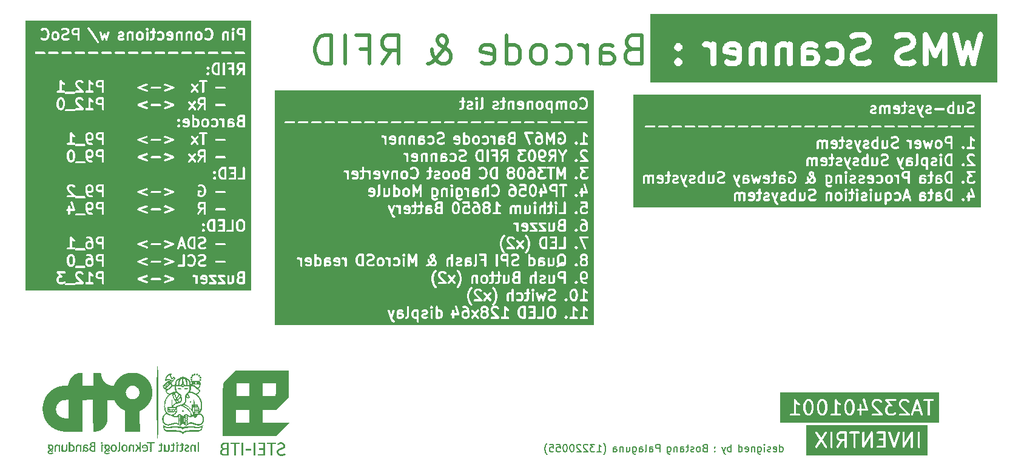
<source format=gbr>
%TF.GenerationSoftware,KiCad,Pcbnew,(7.99.0-200-gad838e3d73)*%
%TF.CreationDate,2024-03-11T18:46:40+07:00*%
%TF.ProjectId,WMS,574d532e-6b69-4636-9164-5f7063625858,rev?*%
%TF.SameCoordinates,Original*%
%TF.FileFunction,Legend,Bot*%
%TF.FilePolarity,Positive*%
%FSLAX46Y46*%
G04 Gerber Fmt 4.6, Leading zero omitted, Abs format (unit mm)*
G04 Created by KiCad (PCBNEW (7.99.0-200-gad838e3d73)) date 2024-03-11 18:46:40*
%MOMM*%
%LPD*%
G01*
G04 APERTURE LIST*
%ADD10C,0.300000*%
%ADD11C,0.150000*%
%ADD12C,0.500000*%
%ADD13C,0.800000*%
G04 APERTURE END LIST*
D10*
G36*
X100381657Y-91166771D02*
G01*
X99995638Y-91166771D01*
X99906225Y-91122064D01*
X99869219Y-91085059D01*
X99824514Y-90995647D01*
X99824514Y-90852181D01*
X99869220Y-90762767D01*
X99898398Y-90733589D01*
X100042768Y-90685466D01*
X100048438Y-90686487D01*
X100061530Y-90681057D01*
X100381657Y-90681057D01*
X100381657Y-91166771D01*
G37*
G36*
X100381657Y-90381057D02*
G01*
X100067067Y-90381057D01*
X99977654Y-90336350D01*
X99940649Y-90299345D01*
X99895942Y-90209931D01*
X99895942Y-90137896D01*
X99940649Y-90048481D01*
X99977653Y-90011477D01*
X100067067Y-89966771D01*
X100381657Y-89966771D01*
X100381657Y-90381057D01*
G37*
G36*
X95134138Y-90500003D02*
G01*
X95167370Y-90566467D01*
X95167370Y-90633801D01*
X94760140Y-90552354D01*
X94786316Y-90500002D01*
X94852780Y-90466771D01*
X95067674Y-90466771D01*
X95134138Y-90500003D01*
G37*
G36*
X80701657Y-90452485D02*
G01*
X80315638Y-90452485D01*
X80226224Y-90407778D01*
X80189219Y-90370773D01*
X80144514Y-90281361D01*
X80144514Y-90137895D01*
X80189220Y-90048481D01*
X80226224Y-90011477D01*
X80315638Y-89966771D01*
X80701657Y-89966771D01*
X80701657Y-90452485D01*
G37*
G36*
X79191374Y-88152906D02*
G01*
X79228379Y-88189911D01*
X79273085Y-88279324D01*
X79273085Y-88565647D01*
X79228377Y-88655061D01*
X79191375Y-88692063D01*
X79101961Y-88736771D01*
X78887067Y-88736771D01*
X78797654Y-88692064D01*
X78760648Y-88655059D01*
X78715942Y-88565647D01*
X78715942Y-88279325D01*
X78760649Y-88189911D01*
X78797654Y-88152905D01*
X78887067Y-88108200D01*
X79101961Y-88108200D01*
X79191374Y-88152906D01*
G37*
G36*
X76548518Y-87581478D02*
G01*
X76585522Y-87618482D01*
X76638699Y-87724836D01*
X76701657Y-87976668D01*
X76701657Y-88296878D01*
X76638701Y-88548701D01*
X76585523Y-88655057D01*
X76548517Y-88692063D01*
X76459103Y-88736771D01*
X76387067Y-88736771D01*
X76297656Y-88692065D01*
X76260649Y-88655059D01*
X76207471Y-88548705D01*
X76144514Y-88296877D01*
X76144514Y-87976665D01*
X76207469Y-87724842D01*
X76260650Y-87618482D01*
X76297654Y-87581477D01*
X76387067Y-87536771D01*
X76459104Y-87536771D01*
X76548518Y-87581478D01*
G37*
G36*
X80701657Y-88022485D02*
G01*
X80315638Y-88022485D01*
X80226224Y-87977778D01*
X80189219Y-87940773D01*
X80144514Y-87851361D01*
X80144514Y-87707895D01*
X80189220Y-87618481D01*
X80226224Y-87581477D01*
X80315638Y-87536771D01*
X80701657Y-87536771D01*
X80701657Y-88022485D01*
G37*
G36*
X92009257Y-85878200D02*
G01*
X91711199Y-85878200D01*
X91860228Y-85431112D01*
X92009257Y-85878200D01*
G37*
G36*
X79191374Y-85722906D02*
G01*
X79228379Y-85759911D01*
X79273085Y-85849324D01*
X79273085Y-86135647D01*
X79228377Y-86225061D01*
X79191375Y-86262063D01*
X79101961Y-86306771D01*
X78887067Y-86306771D01*
X78797654Y-86262064D01*
X78760648Y-86225059D01*
X78715942Y-86135647D01*
X78715942Y-85849325D01*
X78760649Y-85759911D01*
X78797654Y-85722905D01*
X78887067Y-85678200D01*
X79101961Y-85678200D01*
X79191374Y-85722906D01*
G37*
G36*
X93495943Y-86306771D02*
G01*
X93313143Y-86306771D01*
X93155541Y-86254237D01*
X93054935Y-86153631D01*
X93001756Y-86047275D01*
X92938800Y-85795450D01*
X92938800Y-85618092D01*
X93001754Y-85366271D01*
X93054935Y-85259911D01*
X93155541Y-85159304D01*
X93313141Y-85106771D01*
X93495943Y-85106771D01*
X93495943Y-86306771D01*
G37*
G36*
X80701657Y-85592485D02*
G01*
X80315638Y-85592485D01*
X80226224Y-85547778D01*
X80189219Y-85510773D01*
X80144514Y-85421361D01*
X80144514Y-85277895D01*
X80189220Y-85188481D01*
X80226224Y-85151477D01*
X80315638Y-85106771D01*
X80701657Y-85106771D01*
X80701657Y-85592485D01*
G37*
G36*
X100299946Y-82721478D02*
G01*
X100396212Y-82817744D01*
X100453085Y-83045235D01*
X100453085Y-83508307D01*
X100396212Y-83735797D01*
X100299946Y-83832063D01*
X100210531Y-83876771D01*
X99995638Y-83876771D01*
X99906226Y-83832065D01*
X99809958Y-83735797D01*
X99753085Y-83508305D01*
X99753085Y-83045237D01*
X99809958Y-82817744D01*
X99906225Y-82721477D01*
X99995638Y-82676771D01*
X100210532Y-82676771D01*
X100299946Y-82721478D01*
G37*
G36*
X96238799Y-83876771D02*
G01*
X96055999Y-83876771D01*
X95898397Y-83824237D01*
X95797791Y-83723631D01*
X95744612Y-83617275D01*
X95681656Y-83365450D01*
X95681656Y-83188092D01*
X95744610Y-82936271D01*
X95797791Y-82829911D01*
X95898397Y-82729304D01*
X96055997Y-82676771D01*
X96238799Y-82676771D01*
X96238799Y-83876771D01*
G37*
G36*
X94924514Y-80732485D02*
G01*
X94731087Y-80732485D01*
X94701255Y-80726985D01*
X94687832Y-80732485D01*
X94538495Y-80732485D01*
X94449081Y-80687778D01*
X94412076Y-80650773D01*
X94367371Y-80561361D01*
X94367371Y-80417895D01*
X94412077Y-80328481D01*
X94449081Y-80291477D01*
X94538495Y-80246771D01*
X94924514Y-80246771D01*
X94924514Y-80732485D01*
G37*
G36*
X79191375Y-80291478D02*
G01*
X79228378Y-80328481D01*
X79273085Y-80417895D01*
X79273085Y-80704218D01*
X79228378Y-80793632D01*
X79191373Y-80830636D01*
X79101961Y-80875342D01*
X78887067Y-80875342D01*
X78797653Y-80830635D01*
X78760649Y-80793631D01*
X78715942Y-80704218D01*
X78715942Y-80417896D01*
X78760649Y-80328481D01*
X78797653Y-80291477D01*
X78887067Y-80246771D01*
X79101960Y-80246771D01*
X79191375Y-80291478D01*
G37*
G36*
X80701657Y-80732485D02*
G01*
X80315638Y-80732485D01*
X80226224Y-80687778D01*
X80189219Y-80650773D01*
X80144514Y-80561361D01*
X80144514Y-80417895D01*
X80189220Y-80328481D01*
X80226224Y-80291477D01*
X80315638Y-80246771D01*
X80701657Y-80246771D01*
X80701657Y-80732485D01*
G37*
G36*
X79191375Y-77861478D02*
G01*
X79228378Y-77898481D01*
X79273085Y-77987895D01*
X79273085Y-78274218D01*
X79228378Y-78363632D01*
X79191373Y-78400636D01*
X79101961Y-78445342D01*
X78887067Y-78445342D01*
X78797653Y-78400635D01*
X78760649Y-78363631D01*
X78715942Y-78274218D01*
X78715942Y-77987896D01*
X78760649Y-77898481D01*
X78797653Y-77861477D01*
X78887067Y-77816771D01*
X79101960Y-77816771D01*
X79191375Y-77861478D01*
G37*
G36*
X80701657Y-78302485D02*
G01*
X80315638Y-78302485D01*
X80226224Y-78257778D01*
X80189219Y-78220773D01*
X80144514Y-78131361D01*
X80144514Y-77987895D01*
X80189220Y-77898481D01*
X80226224Y-77861477D01*
X80315638Y-77816771D01*
X80701657Y-77816771D01*
X80701657Y-78302485D01*
G37*
G36*
X97810228Y-76586771D02*
G01*
X97627428Y-76586771D01*
X97469826Y-76534237D01*
X97369220Y-76433631D01*
X97316041Y-76327275D01*
X97253085Y-76075450D01*
X97253085Y-75898092D01*
X97316039Y-75646271D01*
X97369220Y-75539911D01*
X97469826Y-75439304D01*
X97627426Y-75386771D01*
X97810228Y-75386771D01*
X97810228Y-76586771D01*
G37*
G36*
X94924514Y-73442485D02*
G01*
X94731087Y-73442485D01*
X94701255Y-73436985D01*
X94687832Y-73442485D01*
X94538495Y-73442485D01*
X94449081Y-73397778D01*
X94412076Y-73360773D01*
X94367371Y-73271361D01*
X94367371Y-73127895D01*
X94412077Y-73038481D01*
X94449081Y-73001477D01*
X94538495Y-72956771D01*
X94924514Y-72956771D01*
X94924514Y-73442485D01*
G37*
G36*
X79191375Y-73001478D02*
G01*
X79228378Y-73038481D01*
X79273085Y-73127895D01*
X79273085Y-73414218D01*
X79228378Y-73503632D01*
X79191373Y-73540636D01*
X79101961Y-73585342D01*
X78887067Y-73585342D01*
X78797653Y-73540635D01*
X78760649Y-73503631D01*
X78715942Y-73414218D01*
X78715942Y-73127896D01*
X78760649Y-73038481D01*
X78797653Y-73001477D01*
X78887067Y-72956771D01*
X79101960Y-72956771D01*
X79191375Y-73001478D01*
G37*
G36*
X76548518Y-73001478D02*
G01*
X76585522Y-73038482D01*
X76638699Y-73144836D01*
X76701657Y-73396668D01*
X76701657Y-73716878D01*
X76638701Y-73968701D01*
X76585523Y-74075057D01*
X76548517Y-74112063D01*
X76459103Y-74156771D01*
X76387067Y-74156771D01*
X76297656Y-74112065D01*
X76260649Y-74075059D01*
X76207471Y-73968705D01*
X76144514Y-73716877D01*
X76144514Y-73396665D01*
X76207469Y-73144842D01*
X76260650Y-73038482D01*
X76297654Y-73001477D01*
X76387067Y-72956771D01*
X76459104Y-72956771D01*
X76548518Y-73001478D01*
G37*
G36*
X80701657Y-73442485D02*
G01*
X80315638Y-73442485D01*
X80226224Y-73397778D01*
X80189219Y-73360773D01*
X80144514Y-73271361D01*
X80144514Y-73127895D01*
X80189220Y-73038481D01*
X80226224Y-73001477D01*
X80315638Y-72956771D01*
X80701657Y-72956771D01*
X80701657Y-73442485D01*
G37*
G36*
X79191375Y-70571478D02*
G01*
X79228378Y-70608481D01*
X79273085Y-70697895D01*
X79273085Y-70984218D01*
X79228378Y-71073632D01*
X79191373Y-71110636D01*
X79101961Y-71155342D01*
X78887067Y-71155342D01*
X78797653Y-71110635D01*
X78760649Y-71073631D01*
X78715942Y-70984218D01*
X78715942Y-70697896D01*
X78760649Y-70608481D01*
X78797653Y-70571477D01*
X78887067Y-70526771D01*
X79101960Y-70526771D01*
X79191375Y-70571478D01*
G37*
G36*
X80701657Y-71012485D02*
G01*
X80315638Y-71012485D01*
X80226224Y-70967778D01*
X80189219Y-70930773D01*
X80144514Y-70841361D01*
X80144514Y-70697895D01*
X80189220Y-70608481D01*
X80226224Y-70571477D01*
X80315638Y-70526771D01*
X80701657Y-70526771D01*
X80701657Y-71012485D01*
G37*
G36*
X100381657Y-69296771D02*
G01*
X99995638Y-69296771D01*
X99906225Y-69252064D01*
X99869219Y-69215059D01*
X99824514Y-69125647D01*
X99824514Y-68982181D01*
X99869220Y-68892767D01*
X99898398Y-68863589D01*
X100042768Y-68815466D01*
X100048438Y-68816487D01*
X100061530Y-68811057D01*
X100381657Y-68811057D01*
X100381657Y-69296771D01*
G37*
G36*
X100381657Y-68511057D02*
G01*
X100067067Y-68511057D01*
X99977654Y-68466350D01*
X99940649Y-68429345D01*
X99895942Y-68339931D01*
X99895942Y-68267896D01*
X99940649Y-68178481D01*
X99977653Y-68141477D01*
X100067067Y-68096771D01*
X100381657Y-68096771D01*
X100381657Y-68511057D01*
G37*
G36*
X98919853Y-69058574D02*
G01*
X98953085Y-69125038D01*
X98953085Y-69197075D01*
X98919852Y-69263539D01*
X98853390Y-69296771D01*
X98567067Y-69296771D01*
X98538800Y-69282638D01*
X98538800Y-69029037D01*
X98548439Y-69030772D01*
X98561531Y-69025342D01*
X98853389Y-69025342D01*
X98919853Y-69058574D01*
G37*
G36*
X95299947Y-68641478D02*
G01*
X95336950Y-68678481D01*
X95381657Y-68767895D01*
X95381657Y-69125647D01*
X95336949Y-69215061D01*
X95299947Y-69252063D01*
X95210533Y-69296771D01*
X95067067Y-69296771D01*
X94977656Y-69252065D01*
X94940649Y-69215059D01*
X94895943Y-69125647D01*
X94895943Y-68767896D01*
X94940650Y-68678482D01*
X94977654Y-68641477D01*
X95067067Y-68596771D01*
X95210532Y-68596771D01*
X95299947Y-68641478D01*
G37*
G36*
X93942804Y-68641478D02*
G01*
X93979807Y-68678481D01*
X94024514Y-68767895D01*
X94024514Y-69125647D01*
X93979806Y-69215061D01*
X93942804Y-69252063D01*
X93853390Y-69296771D01*
X93638496Y-69296771D01*
X93610229Y-69282638D01*
X93610229Y-68610904D01*
X93638496Y-68596771D01*
X93853389Y-68596771D01*
X93942804Y-68641478D01*
G37*
G36*
X92634139Y-68630003D02*
G01*
X92667371Y-68696467D01*
X92667371Y-68763801D01*
X92260141Y-68682354D01*
X92286317Y-68630002D01*
X92352781Y-68596771D01*
X92567675Y-68596771D01*
X92634139Y-68630003D01*
G37*
G36*
X94924514Y-66152485D02*
G01*
X94731087Y-66152485D01*
X94701255Y-66146985D01*
X94687832Y-66152485D01*
X94538495Y-66152485D01*
X94449081Y-66107778D01*
X94412076Y-66070773D01*
X94367371Y-65981361D01*
X94367371Y-65837895D01*
X94412077Y-65748481D01*
X94449081Y-65711477D01*
X94538495Y-65666771D01*
X94924514Y-65666771D01*
X94924514Y-66152485D01*
G37*
G36*
X75119947Y-65711478D02*
G01*
X75156951Y-65748482D01*
X75210128Y-65854836D01*
X75273086Y-66106668D01*
X75273086Y-66426878D01*
X75210130Y-66678701D01*
X75156952Y-66785057D01*
X75119946Y-66822063D01*
X75030532Y-66866771D01*
X74958496Y-66866771D01*
X74869085Y-66822065D01*
X74832078Y-66785059D01*
X74778900Y-66678705D01*
X74715943Y-66426877D01*
X74715943Y-66106665D01*
X74778898Y-65854842D01*
X74832079Y-65748482D01*
X74869083Y-65711477D01*
X74958496Y-65666771D01*
X75030533Y-65666771D01*
X75119947Y-65711478D01*
G37*
G36*
X80701657Y-66152485D02*
G01*
X80315638Y-66152485D01*
X80226224Y-66107778D01*
X80189219Y-66070773D01*
X80144514Y-65981361D01*
X80144514Y-65837895D01*
X80189220Y-65748481D01*
X80226224Y-65711477D01*
X80315638Y-65666771D01*
X80701657Y-65666771D01*
X80701657Y-66152485D01*
G37*
G36*
X80701657Y-63722485D02*
G01*
X80315638Y-63722485D01*
X80226224Y-63677778D01*
X80189219Y-63640773D01*
X80144514Y-63551361D01*
X80144514Y-63407895D01*
X80189220Y-63318481D01*
X80226224Y-63281477D01*
X80315638Y-63236771D01*
X80701657Y-63236771D01*
X80701657Y-63722485D01*
G37*
G36*
X100381657Y-61292485D02*
G01*
X100188230Y-61292485D01*
X100158398Y-61286985D01*
X100144975Y-61292485D01*
X99995638Y-61292485D01*
X99906224Y-61247778D01*
X99869219Y-61210773D01*
X99824514Y-61121361D01*
X99824514Y-60977895D01*
X99869220Y-60888481D01*
X99906224Y-60851477D01*
X99995638Y-60806771D01*
X100381657Y-60806771D01*
X100381657Y-61292485D01*
G37*
G36*
X96881657Y-62006771D02*
G01*
X96698857Y-62006771D01*
X96541255Y-61954237D01*
X96440649Y-61853631D01*
X96387470Y-61747275D01*
X96324514Y-61495450D01*
X96324514Y-61318092D01*
X96387468Y-61066271D01*
X96440649Y-60959911D01*
X96541255Y-60859304D01*
X96698855Y-60806771D01*
X96881657Y-60806771D01*
X96881657Y-62006771D01*
G37*
G36*
X94399946Y-56491478D02*
G01*
X94436949Y-56528481D01*
X94481656Y-56617895D01*
X94481656Y-56975647D01*
X94436948Y-57065061D01*
X94399946Y-57102063D01*
X94310532Y-57146771D01*
X94167066Y-57146771D01*
X94077655Y-57102065D01*
X94040648Y-57065059D01*
X93995942Y-56975647D01*
X93995942Y-56617896D01*
X94040649Y-56528482D01*
X94077653Y-56491477D01*
X94167066Y-56446771D01*
X94310531Y-56446771D01*
X94399946Y-56491478D01*
G37*
G36*
X90376995Y-56480003D02*
G01*
X90410227Y-56546467D01*
X90410227Y-56613801D01*
X90002997Y-56532354D01*
X90029173Y-56480002D01*
X90095637Y-56446771D01*
X90310531Y-56446771D01*
X90376995Y-56480003D01*
G37*
G36*
X86185660Y-56491478D02*
G01*
X86222663Y-56528481D01*
X86267370Y-56617895D01*
X86267370Y-56975647D01*
X86222662Y-57065061D01*
X86185660Y-57102063D01*
X86096246Y-57146771D01*
X85952780Y-57146771D01*
X85863369Y-57102065D01*
X85826362Y-57065059D01*
X85781656Y-56975647D01*
X85781656Y-56617896D01*
X85826363Y-56528482D01*
X85863367Y-56491477D01*
X85952780Y-56446771D01*
X86096245Y-56446771D01*
X86185660Y-56491478D01*
G37*
G36*
X74385659Y-56491478D02*
G01*
X74422662Y-56528481D01*
X74467369Y-56617895D01*
X74467369Y-56975647D01*
X74422661Y-57065061D01*
X74385659Y-57102063D01*
X74296245Y-57146771D01*
X74152779Y-57146771D01*
X74063368Y-57102065D01*
X74026361Y-57065059D01*
X73981655Y-56975647D01*
X73981655Y-56617896D01*
X74026362Y-56528482D01*
X74063366Y-56491477D01*
X74152779Y-56446771D01*
X74296244Y-56446771D01*
X74385659Y-56491478D01*
G37*
G36*
X100381657Y-56432485D02*
G01*
X99995638Y-56432485D01*
X99906224Y-56387778D01*
X99869219Y-56350773D01*
X99824514Y-56261361D01*
X99824514Y-56117895D01*
X99869220Y-56028481D01*
X99906224Y-55991477D01*
X99995638Y-55946771D01*
X100381657Y-55946771D01*
X100381657Y-56432485D01*
G37*
G36*
X77324512Y-56432485D02*
G01*
X76938493Y-56432485D01*
X76849079Y-56387778D01*
X76812074Y-56350773D01*
X76767369Y-56261361D01*
X76767369Y-56117895D01*
X76812075Y-56028481D01*
X76849079Y-55991477D01*
X76938493Y-55946771D01*
X77324512Y-55946771D01*
X77324512Y-56432485D01*
G37*
G36*
X101553086Y-92307486D02*
G01*
X70060226Y-92307486D01*
X70060226Y-91481877D01*
X75554058Y-91481877D01*
X75590651Y-91562004D01*
X75664756Y-91609628D01*
X76873226Y-91609628D01*
X76936178Y-91591144D01*
X76993863Y-91524571D01*
X77006400Y-91437379D01*
X76969807Y-91357252D01*
X76895702Y-91309628D01*
X75687232Y-91309628D01*
X75624280Y-91328112D01*
X75566595Y-91394685D01*
X75554058Y-91481877D01*
X70060226Y-91481877D01*
X70060226Y-90690695D01*
X74410513Y-90690695D01*
X74415943Y-90703787D01*
X74415943Y-91022982D01*
X74412082Y-91058745D01*
X74425789Y-91086159D01*
X74434427Y-91115577D01*
X74445139Y-91124859D01*
X74494797Y-91224174D01*
X74500163Y-91248837D01*
X74529376Y-91278049D01*
X74557539Y-91308327D01*
X74560380Y-91309053D01*
X74589434Y-91338106D01*
X74602324Y-91359809D01*
X74639298Y-91378296D01*
X74675571Y-91398103D01*
X74678493Y-91397893D01*
X74777352Y-91447323D01*
X74807614Y-91466771D01*
X74838267Y-91466771D01*
X74868439Y-91472201D01*
X74881531Y-91466771D01*
X75272154Y-91466771D01*
X75307917Y-91470632D01*
X75335331Y-91456924D01*
X75364749Y-91448287D01*
X75374031Y-91437574D01*
X75473345Y-91387916D01*
X75498007Y-91382552D01*
X75527221Y-91353337D01*
X75557499Y-91325175D01*
X75558225Y-91322334D01*
X75615831Y-91264730D01*
X75647275Y-91207146D01*
X75640991Y-91119283D01*
X75588202Y-91048763D01*
X75505669Y-91017979D01*
X75419594Y-91036704D01*
X75334233Y-91122063D01*
X75244819Y-91166771D01*
X74887068Y-91166771D01*
X74797655Y-91122064D01*
X74760649Y-91085059D01*
X74715943Y-90995647D01*
X74715943Y-90709325D01*
X74760650Y-90619911D01*
X74797655Y-90582905D01*
X74887068Y-90538200D01*
X75022292Y-90538200D01*
X75022624Y-90538411D01*
X75066254Y-90538200D01*
X75087511Y-90538200D01*
X75087866Y-90538095D01*
X75110711Y-90537985D01*
X75129248Y-90525945D01*
X75150463Y-90519716D01*
X75165425Y-90502447D01*
X75184585Y-90490004D01*
X75193671Y-90469849D01*
X75208148Y-90453143D01*
X75211399Y-90430529D01*
X75220790Y-90409701D01*
X75217538Y-90387836D01*
X75220685Y-90365951D01*
X75211192Y-90345164D01*
X75207832Y-90322571D01*
X75193277Y-90305937D01*
X75184092Y-90285824D01*
X75164868Y-90273470D01*
X75145201Y-90250993D01*
X76981141Y-90250993D01*
X76994204Y-90290184D01*
X77005855Y-90329862D01*
X77008070Y-90331781D01*
X77063942Y-90499397D01*
X77071590Y-90534550D01*
X77093266Y-90556226D01*
X77110761Y-90581399D01*
X77123856Y-90586816D01*
X77703811Y-91166771D01*
X77115803Y-91166771D01*
X77052851Y-91185255D01*
X76995166Y-91251828D01*
X76982629Y-91339020D01*
X77019222Y-91419147D01*
X77093327Y-91466771D01*
X78027657Y-91466771D01*
X78032712Y-91469531D01*
X78071302Y-91466771D01*
X78087511Y-91466771D01*
X78092730Y-91465238D01*
X78120575Y-91463247D01*
X78134168Y-91453071D01*
X78150463Y-91448287D01*
X78168745Y-91427187D01*
X78191094Y-91410458D01*
X78197028Y-91394546D01*
X78208148Y-91381714D01*
X78212120Y-91354083D01*
X78217739Y-91339020D01*
X78411200Y-91339020D01*
X78447793Y-91419147D01*
X78521898Y-91466771D01*
X78983783Y-91466771D01*
X79016763Y-91471513D01*
X79027146Y-91466771D01*
X79444653Y-91466771D01*
X79507605Y-91448287D01*
X79565290Y-91381714D01*
X79577827Y-91294522D01*
X79541234Y-91214395D01*
X79467129Y-91166771D01*
X79144514Y-91166771D01*
X79144514Y-90250332D01*
X79160863Y-90266681D01*
X79173752Y-90288381D01*
X79210709Y-90306859D01*
X79246997Y-90326674D01*
X79249920Y-90326464D01*
X79375295Y-90389152D01*
X79439867Y-90400772D01*
X79521234Y-90367025D01*
X79571441Y-90294644D01*
X79574545Y-90206612D01*
X79529561Y-90130875D01*
X79506345Y-90119267D01*
X79839084Y-90119267D01*
X79844514Y-90132359D01*
X79844514Y-90308695D01*
X79840653Y-90344458D01*
X79854360Y-90371872D01*
X79862998Y-90401291D01*
X79873709Y-90410572D01*
X79923367Y-90509888D01*
X79928732Y-90534550D01*
X79957937Y-90563755D01*
X79986109Y-90594041D01*
X79988949Y-90594767D01*
X80018006Y-90623824D01*
X80030895Y-90645524D01*
X80067844Y-90663998D01*
X80104140Y-90683818D01*
X80107064Y-90683608D01*
X80205922Y-90733037D01*
X80236184Y-90752485D01*
X80266836Y-90752485D01*
X80297010Y-90757915D01*
X80310102Y-90752485D01*
X80701657Y-90752485D01*
X80701657Y-91338339D01*
X80720141Y-91401291D01*
X80786714Y-91458976D01*
X80873906Y-91471513D01*
X80954033Y-91434920D01*
X81001657Y-91360815D01*
X81001657Y-90734465D01*
X85678560Y-90734465D01*
X85685641Y-90766741D01*
X85687941Y-90799715D01*
X85694931Y-90809087D01*
X85697437Y-90820508D01*
X85720850Y-90843838D01*
X85740606Y-90870326D01*
X85751551Y-90874430D01*
X85759834Y-90882684D01*
X85792142Y-90889652D01*
X86944897Y-91321936D01*
X87010331Y-91326733D01*
X87087719Y-91284654D01*
X87130073Y-91207415D01*
X87126978Y-91163038D01*
X89392846Y-91163038D01*
X89411723Y-91249080D01*
X89474120Y-91311257D01*
X89560229Y-91329828D01*
X90713509Y-90897346D01*
X90724618Y-90898161D01*
X90754127Y-90882115D01*
X90764520Y-90878218D01*
X90772967Y-90871871D01*
X90802005Y-90856082D01*
X90807626Y-90845830D01*
X90816974Y-90838807D01*
X90828467Y-90807823D01*
X90844359Y-90778843D01*
X90843545Y-90767177D01*
X90847611Y-90756218D01*
X90840529Y-90723941D01*
X90838230Y-90690969D01*
X90831239Y-90681596D01*
X90828734Y-90670176D01*
X90805319Y-90646844D01*
X90785565Y-90620358D01*
X90774621Y-90616254D01*
X90766337Y-90607999D01*
X90734023Y-90601030D01*
X90035330Y-90339020D01*
X93376914Y-90339020D01*
X93413507Y-90419147D01*
X93487612Y-90466771D01*
X93639103Y-90466771D01*
X93728517Y-90511478D01*
X93765521Y-90548482D01*
X93810228Y-90637895D01*
X93810228Y-91338339D01*
X93828712Y-91401291D01*
X93895285Y-91458976D01*
X93982477Y-91471513D01*
X94062604Y-91434920D01*
X94110228Y-91360815D01*
X94110228Y-90665384D01*
X94446985Y-90665384D01*
X94453085Y-90691319D01*
X94453085Y-90695482D01*
X94458006Y-90712243D01*
X94467153Y-90751131D01*
X94470325Y-90754198D01*
X94471569Y-90758434D01*
X94501766Y-90784599D01*
X94530479Y-90812363D01*
X94534806Y-90813228D01*
X94538142Y-90816119D01*
X94577694Y-90821806D01*
X95167370Y-90939742D01*
X95167370Y-91067075D01*
X95134137Y-91133539D01*
X95067675Y-91166771D01*
X94852780Y-91166771D01*
X94722304Y-91101533D01*
X94657732Y-91089912D01*
X94576365Y-91123659D01*
X94526158Y-91196039D01*
X94523053Y-91284072D01*
X94568036Y-91359809D01*
X94743064Y-91447323D01*
X94773326Y-91466771D01*
X94803979Y-91466771D01*
X94834151Y-91472201D01*
X94847243Y-91466771D01*
X95095010Y-91466771D01*
X95130773Y-91470632D01*
X95158187Y-91456924D01*
X95187605Y-91448287D01*
X95196887Y-91437574D01*
X95278842Y-91396596D01*
X95284672Y-91396802D01*
X95317885Y-91377074D01*
X95332315Y-91369860D01*
X95336346Y-91366109D01*
X95360409Y-91351818D01*
X95366807Y-91339020D01*
X95662629Y-91339020D01*
X95699222Y-91419147D01*
X95773327Y-91466771D01*
X96599483Y-91466771D01*
X96639876Y-91468712D01*
X96662517Y-91455653D01*
X96687605Y-91448287D01*
X96699909Y-91434086D01*
X96716182Y-91424701D01*
X96728170Y-91401471D01*
X96745290Y-91381714D01*
X96747963Y-91363118D01*
X96756580Y-91346423D01*
X96755876Y-91339020D01*
X96876915Y-91339020D01*
X96913508Y-91419147D01*
X96987613Y-91466771D01*
X97813769Y-91466771D01*
X97854162Y-91468712D01*
X97876803Y-91455653D01*
X97901891Y-91448287D01*
X97914195Y-91434086D01*
X97930468Y-91424701D01*
X97942456Y-91401471D01*
X97959576Y-91381714D01*
X97962249Y-91363118D01*
X97970866Y-91346423D01*
X97968392Y-91320399D01*
X97972113Y-91294522D01*
X97964307Y-91277430D01*
X97962530Y-91258730D01*
X97946380Y-91238176D01*
X97935520Y-91214395D01*
X97919714Y-91204237D01*
X97887126Y-91162761D01*
X98232865Y-91162761D01*
X98238800Y-91190043D01*
X98238800Y-91338339D01*
X98257284Y-91401291D01*
X98323857Y-91458976D01*
X98411049Y-91471513D01*
X98491176Y-91434920D01*
X98494288Y-91430077D01*
X98528779Y-91447323D01*
X98559041Y-91466771D01*
X98589694Y-91466771D01*
X98619866Y-91472201D01*
X98632958Y-91466771D01*
X98809296Y-91466771D01*
X98845059Y-91470632D01*
X98872473Y-91456924D01*
X98901891Y-91448287D01*
X98911173Y-91437574D01*
X98993128Y-91396596D01*
X98998958Y-91396802D01*
X99032176Y-91377072D01*
X99046601Y-91369860D01*
X99050630Y-91366111D01*
X99074695Y-91351819D01*
X99082257Y-91336693D01*
X99094641Y-91325175D01*
X99101573Y-91298061D01*
X99162209Y-91176790D01*
X99181657Y-91146529D01*
X99181657Y-91115876D01*
X99187087Y-91085704D01*
X99181657Y-91072612D01*
X99181657Y-90833553D01*
X99519084Y-90833553D01*
X99524514Y-90846645D01*
X99524514Y-91022981D01*
X99520653Y-91058744D01*
X99534360Y-91086158D01*
X99542998Y-91115577D01*
X99553709Y-91124858D01*
X99603367Y-91224176D01*
X99608733Y-91248837D01*
X99637937Y-91278040D01*
X99666109Y-91308327D01*
X99668950Y-91309053D01*
X99698004Y-91338106D01*
X99710894Y-91359809D01*
X99747868Y-91378296D01*
X99784141Y-91398103D01*
X99787063Y-91397893D01*
X99885922Y-91447323D01*
X99916184Y-91466771D01*
X99946837Y-91466771D01*
X99977009Y-91472201D01*
X99990101Y-91466771D01*
X100520926Y-91466771D01*
X100553906Y-91471513D01*
X100584212Y-91457672D01*
X100616177Y-91448287D01*
X100623651Y-91439661D01*
X100634033Y-91434920D01*
X100652045Y-91406892D01*
X100673862Y-91381714D01*
X100675486Y-91370416D01*
X100681657Y-91360815D01*
X100681657Y-91327502D01*
X100686399Y-91294522D01*
X100681657Y-91284139D01*
X100681657Y-90541788D01*
X100686399Y-90508808D01*
X100681657Y-90498425D01*
X100681657Y-89827502D01*
X100686399Y-89794522D01*
X100672558Y-89764215D01*
X100663173Y-89732251D01*
X100654547Y-89724776D01*
X100649806Y-89714395D01*
X100621778Y-89696382D01*
X100596600Y-89674566D01*
X100585302Y-89672941D01*
X100575701Y-89666771D01*
X100542388Y-89666771D01*
X100509408Y-89662029D01*
X100499025Y-89666771D01*
X100039732Y-89666771D01*
X100003968Y-89662910D01*
X99976552Y-89676618D01*
X99947137Y-89685255D01*
X99937855Y-89695966D01*
X99838540Y-89745625D01*
X99813879Y-89750990D01*
X99784664Y-89780204D01*
X99754387Y-89808367D01*
X99753660Y-89811207D01*
X99724604Y-89840262D01*
X99702904Y-89853152D01*
X99684423Y-89890112D01*
X99664611Y-89926396D01*
X99664820Y-89929319D01*
X99615392Y-90028175D01*
X99595942Y-90058441D01*
X99595942Y-90089094D01*
X99590512Y-90119266D01*
X99595942Y-90132358D01*
X99595942Y-90237266D01*
X99592081Y-90273030D01*
X99605788Y-90300445D01*
X99614426Y-90329862D01*
X99625137Y-90339143D01*
X99674797Y-90438463D01*
X99680162Y-90463123D01*
X99709366Y-90492326D01*
X99710807Y-90493876D01*
X99695600Y-90504445D01*
X99690181Y-90517542D01*
X99653174Y-90554549D01*
X99631475Y-90567438D01*
X99612999Y-90604389D01*
X99593181Y-90640683D01*
X99593390Y-90643607D01*
X99543959Y-90742468D01*
X99524514Y-90772727D01*
X99524514Y-90803378D01*
X99519084Y-90833553D01*
X99181657Y-90833553D01*
X99181657Y-90295203D01*
X99163173Y-90232251D01*
X99096600Y-90174566D01*
X99009408Y-90162029D01*
X98929281Y-90198622D01*
X98881657Y-90272727D01*
X98881657Y-91067075D01*
X98848425Y-91133538D01*
X98781961Y-91166771D01*
X98638495Y-91166771D01*
X98549084Y-91122065D01*
X98538800Y-91111781D01*
X98538800Y-90295203D01*
X98520316Y-90232251D01*
X98453743Y-90174566D01*
X98366551Y-90162029D01*
X98286424Y-90198622D01*
X98238800Y-90272727D01*
X98238800Y-91146848D01*
X98232865Y-91162761D01*
X97887126Y-91162761D01*
X97340277Y-90466771D01*
X97838939Y-90466771D01*
X97901891Y-90448287D01*
X97959576Y-90381714D01*
X97972113Y-90294522D01*
X97935520Y-90214395D01*
X97861415Y-90166771D01*
X97035270Y-90166771D01*
X96994866Y-90164829D01*
X96972220Y-90177889D01*
X96947137Y-90185255D01*
X96934834Y-90199452D01*
X96918559Y-90208840D01*
X96906568Y-90232074D01*
X96889452Y-90251828D01*
X96886778Y-90270421D01*
X96878162Y-90287118D01*
X96880635Y-90313142D01*
X96876915Y-90339020D01*
X96884720Y-90356111D01*
X96886498Y-90374812D01*
X96902647Y-90395365D01*
X96913508Y-90419147D01*
X96929313Y-90429304D01*
X97508751Y-91166771D01*
X97010089Y-91166771D01*
X96947137Y-91185255D01*
X96889452Y-91251828D01*
X96876915Y-91339020D01*
X96755876Y-91339020D01*
X96754106Y-91320399D01*
X96757827Y-91294522D01*
X96750021Y-91277430D01*
X96748244Y-91258730D01*
X96732094Y-91238176D01*
X96721234Y-91214395D01*
X96705428Y-91204237D01*
X96125991Y-90466771D01*
X96624653Y-90466771D01*
X96687605Y-90448287D01*
X96745290Y-90381714D01*
X96757827Y-90294522D01*
X96721234Y-90214395D01*
X96647129Y-90166771D01*
X95820984Y-90166771D01*
X95780580Y-90164829D01*
X95757934Y-90177889D01*
X95732851Y-90185255D01*
X95720548Y-90199452D01*
X95704273Y-90208840D01*
X95692282Y-90232074D01*
X95675166Y-90251828D01*
X95672492Y-90270421D01*
X95663876Y-90287118D01*
X95666349Y-90313142D01*
X95662629Y-90339020D01*
X95670434Y-90356111D01*
X95672212Y-90374812D01*
X95688361Y-90395365D01*
X95699222Y-90419147D01*
X95715027Y-90429304D01*
X96294465Y-91166771D01*
X95795803Y-91166771D01*
X95732851Y-91185255D01*
X95675166Y-91251828D01*
X95662629Y-91339020D01*
X95366807Y-91339020D01*
X95367970Y-91336694D01*
X95380355Y-91325175D01*
X95387288Y-91298058D01*
X95447922Y-91176790D01*
X95467370Y-91146529D01*
X95467370Y-91115877D01*
X95472800Y-91085703D01*
X95467370Y-91072611D01*
X95467370Y-90842538D01*
X95473471Y-90825302D01*
X95467370Y-90799362D01*
X95467370Y-90539133D01*
X95471231Y-90503370D01*
X95457523Y-90475955D01*
X95448886Y-90446537D01*
X95438174Y-90437255D01*
X95397196Y-90355298D01*
X95397402Y-90349470D01*
X95377679Y-90316265D01*
X95370461Y-90301827D01*
X95366708Y-90297792D01*
X95352418Y-90273733D01*
X95337294Y-90266171D01*
X95325775Y-90253787D01*
X95298658Y-90246853D01*
X95177394Y-90186221D01*
X95147129Y-90166771D01*
X95116476Y-90166771D01*
X95086304Y-90161341D01*
X95073212Y-90166771D01*
X94825445Y-90166771D01*
X94789681Y-90162910D01*
X94762265Y-90176618D01*
X94732850Y-90185255D01*
X94723568Y-90195966D01*
X94641612Y-90236945D01*
X94635783Y-90236740D01*
X94602569Y-90256467D01*
X94588140Y-90263682D01*
X94584108Y-90267432D01*
X94560046Y-90281724D01*
X94552484Y-90296847D01*
X94540100Y-90308367D01*
X94533166Y-90335482D01*
X94472530Y-90456754D01*
X94453085Y-90487013D01*
X94453085Y-90517664D01*
X94447655Y-90547839D01*
X94453085Y-90560931D01*
X94453085Y-90648150D01*
X94446985Y-90665384D01*
X94110228Y-90665384D01*
X94110228Y-90610560D01*
X94114089Y-90574796D01*
X94110228Y-90567074D01*
X94110228Y-90295203D01*
X94091744Y-90232251D01*
X94025171Y-90174566D01*
X93937979Y-90162029D01*
X93857852Y-90198622D01*
X93837369Y-90230493D01*
X93748815Y-90186216D01*
X93718557Y-90166771D01*
X93687906Y-90166771D01*
X93657732Y-90161341D01*
X93644640Y-90166771D01*
X93510088Y-90166771D01*
X93447136Y-90185255D01*
X93389451Y-90251828D01*
X93376914Y-90339020D01*
X90035330Y-90339020D01*
X89581274Y-90168749D01*
X89515840Y-90163952D01*
X89438452Y-90206031D01*
X89396098Y-90283270D01*
X89402227Y-90371144D01*
X89454892Y-90441756D01*
X90264456Y-90745342D01*
X89475937Y-91041038D01*
X89423483Y-91080449D01*
X89392846Y-91163038D01*
X87126978Y-91163038D01*
X87123944Y-91119541D01*
X87071279Y-91048930D01*
X86321044Y-90767591D01*
X87536915Y-90767591D01*
X87573508Y-90847718D01*
X87647613Y-90895342D01*
X88856082Y-90895342D01*
X88919034Y-90876858D01*
X88976719Y-90810285D01*
X88989256Y-90723093D01*
X88952663Y-90642966D01*
X88878558Y-90595342D01*
X87670089Y-90595342D01*
X87607137Y-90613826D01*
X87549452Y-90680399D01*
X87536915Y-90767591D01*
X86321044Y-90767591D01*
X86261713Y-90745342D01*
X87050235Y-90449647D01*
X87102688Y-90410236D01*
X87133325Y-90327647D01*
X87114449Y-90241605D01*
X87052051Y-90179428D01*
X86965943Y-90160857D01*
X85812661Y-90593337D01*
X85801554Y-90592523D01*
X85772044Y-90608568D01*
X85761651Y-90612466D01*
X85753202Y-90618813D01*
X85724166Y-90634602D01*
X85718544Y-90644853D01*
X85709197Y-90651877D01*
X85697702Y-90682861D01*
X85681812Y-90711841D01*
X85682625Y-90723505D01*
X85678560Y-90734465D01*
X81001657Y-90734465D01*
X81001657Y-90613216D01*
X81006399Y-90580236D01*
X81001657Y-90569853D01*
X81001657Y-89827502D01*
X81006399Y-89794522D01*
X80992558Y-89764215D01*
X80983173Y-89732251D01*
X80974547Y-89724776D01*
X80969806Y-89714395D01*
X80941778Y-89696382D01*
X80916600Y-89674566D01*
X80905302Y-89672941D01*
X80895701Y-89666771D01*
X80862388Y-89666771D01*
X80829408Y-89662029D01*
X80819025Y-89666771D01*
X80288303Y-89666771D01*
X80252539Y-89662910D01*
X80225123Y-89676618D01*
X80195708Y-89685255D01*
X80186426Y-89695966D01*
X80087111Y-89745625D01*
X80062450Y-89750990D01*
X80033235Y-89780204D01*
X80002958Y-89808367D01*
X80002231Y-89811207D01*
X79973175Y-89840262D01*
X79951475Y-89853152D01*
X79932994Y-89890112D01*
X79913182Y-89926396D01*
X79913391Y-89929319D01*
X79863959Y-90028182D01*
X79844514Y-90058441D01*
X79844514Y-90089092D01*
X79839084Y-90119267D01*
X79506345Y-90119267D01*
X79369081Y-90050635D01*
X79253940Y-89935494D01*
X79131999Y-89752582D01*
X79126030Y-89732251D01*
X79108071Y-89716689D01*
X79107358Y-89715620D01*
X79091766Y-89702561D01*
X79059457Y-89674566D01*
X79058107Y-89674371D01*
X79057059Y-89673494D01*
X79014592Y-89668115D01*
X78972265Y-89662029D01*
X78971022Y-89662596D01*
X78969669Y-89662425D01*
X78931062Y-89680845D01*
X78892138Y-89698622D01*
X78891400Y-89699770D01*
X78890166Y-89700359D01*
X78867621Y-89736771D01*
X78844514Y-89772727D01*
X78844514Y-89774092D01*
X78843795Y-89775253D01*
X78844514Y-89818041D01*
X78844514Y-91166771D01*
X78544374Y-91166771D01*
X78481422Y-91185255D01*
X78423737Y-91251828D01*
X78411200Y-91339020D01*
X78217739Y-91339020D01*
X78221878Y-91327924D01*
X78218268Y-91311330D01*
X78220685Y-91294522D01*
X78209086Y-91269125D01*
X78203153Y-91241849D01*
X78191146Y-91229842D01*
X78184092Y-91214395D01*
X78160604Y-91199300D01*
X77339904Y-90378600D01*
X77287371Y-90221000D01*
X77287371Y-90137896D01*
X77332078Y-90048481D01*
X77369082Y-90011477D01*
X77458496Y-89966771D01*
X77744818Y-89966771D01*
X77834232Y-90011478D01*
X77903699Y-90080945D01*
X77961282Y-90112388D01*
X78049146Y-90106103D01*
X78119665Y-90053314D01*
X78150448Y-89970781D01*
X78131724Y-89884705D01*
X78042449Y-89795431D01*
X78029562Y-89773733D01*
X77992610Y-89755257D01*
X77956317Y-89735439D01*
X77953392Y-89735648D01*
X77854538Y-89686221D01*
X77824273Y-89666771D01*
X77793620Y-89666771D01*
X77763448Y-89661341D01*
X77750356Y-89666771D01*
X77431161Y-89666771D01*
X77395397Y-89662910D01*
X77367981Y-89676618D01*
X77338566Y-89685255D01*
X77329284Y-89695966D01*
X77229969Y-89745625D01*
X77205308Y-89750990D01*
X77176093Y-89780204D01*
X77145816Y-89808367D01*
X77145089Y-89811207D01*
X77116033Y-89840262D01*
X77094333Y-89853152D01*
X77075852Y-89890112D01*
X77056040Y-89926396D01*
X77056249Y-89929319D01*
X77006821Y-90028175D01*
X76987371Y-90058441D01*
X76987371Y-90089094D01*
X76981941Y-90119266D01*
X76987371Y-90132358D01*
X76987371Y-90226536D01*
X76981141Y-90250993D01*
X75145201Y-90250993D01*
X74896508Y-89966771D01*
X75516083Y-89966771D01*
X75579035Y-89948287D01*
X75636720Y-89881714D01*
X75649257Y-89794522D01*
X75612664Y-89714395D01*
X75538559Y-89666771D01*
X74609595Y-89666771D01*
X74609262Y-89666559D01*
X74565528Y-89666771D01*
X74544375Y-89666771D01*
X74544019Y-89666875D01*
X74521175Y-89666986D01*
X74502637Y-89679025D01*
X74481423Y-89685255D01*
X74466460Y-89702523D01*
X74447301Y-89714967D01*
X74438214Y-89735121D01*
X74423738Y-89751828D01*
X74420486Y-89774441D01*
X74411096Y-89795270D01*
X74414347Y-89817135D01*
X74411201Y-89839020D01*
X74420692Y-89859803D01*
X74424053Y-89882400D01*
X74438609Y-89899036D01*
X74447794Y-89919147D01*
X74467015Y-89931499D01*
X74759382Y-90265634D01*
X74757856Y-90267395D01*
X74658540Y-90317053D01*
X74633879Y-90322418D01*
X74604667Y-90351629D01*
X74574388Y-90379795D01*
X74573661Y-90382635D01*
X74544604Y-90411692D01*
X74522905Y-90424581D01*
X74504429Y-90461532D01*
X74484611Y-90497826D01*
X74484820Y-90500750D01*
X74435393Y-90599604D01*
X74415943Y-90629870D01*
X74415943Y-90660523D01*
X74410513Y-90690695D01*
X70060226Y-90690695D01*
X70060226Y-89051877D01*
X76982629Y-89051877D01*
X77019222Y-89132004D01*
X77093327Y-89179628D01*
X78301797Y-89179628D01*
X78364749Y-89161144D01*
X78422434Y-89094571D01*
X78434971Y-89007379D01*
X78398378Y-88927252D01*
X78324273Y-88879628D01*
X77115803Y-88879628D01*
X77052851Y-88898112D01*
X76995166Y-88964685D01*
X76982629Y-89051877D01*
X70060226Y-89051877D01*
X70060226Y-88308994D01*
X75838310Y-88308994D01*
X75844514Y-88333810D01*
X75844514Y-88336910D01*
X75849731Y-88354680D01*
X75913941Y-88611517D01*
X75912082Y-88628745D01*
X75924415Y-88653412D01*
X75925653Y-88658361D01*
X75934027Y-88672635D01*
X75994796Y-88794172D01*
X76000162Y-88818836D01*
X76029382Y-88848056D01*
X76057539Y-88878327D01*
X76060379Y-88879053D01*
X76089433Y-88908107D01*
X76102323Y-88929809D01*
X76139289Y-88948292D01*
X76175568Y-88968102D01*
X76178490Y-88967892D01*
X76277351Y-89017323D01*
X76307613Y-89036771D01*
X76338266Y-89036771D01*
X76368438Y-89042201D01*
X76381530Y-89036771D01*
X76486438Y-89036771D01*
X76522202Y-89040632D01*
X76549617Y-89026924D01*
X76579034Y-89018287D01*
X76588315Y-89007575D01*
X76687633Y-88957916D01*
X76712294Y-88952552D01*
X76741505Y-88923340D01*
X76771785Y-88895175D01*
X76772511Y-88892334D01*
X76801565Y-88863280D01*
X76823267Y-88850391D01*
X76841750Y-88813424D01*
X76861560Y-88777146D01*
X76861350Y-88774223D01*
X76902444Y-88692035D01*
X76915068Y-88680166D01*
X76921756Y-88653412D01*
X76924038Y-88648849D01*
X76926969Y-88632558D01*
X76991190Y-88375672D01*
X77001657Y-88359386D01*
X77001657Y-88333806D01*
X77002409Y-88330798D01*
X77001657Y-88312293D01*
X77001657Y-88260695D01*
X78410512Y-88260695D01*
X78415942Y-88273787D01*
X78415942Y-88592982D01*
X78412081Y-88628745D01*
X78425788Y-88656159D01*
X78434426Y-88685577D01*
X78445138Y-88694859D01*
X78494796Y-88794174D01*
X78500162Y-88818837D01*
X78529375Y-88848049D01*
X78557538Y-88878327D01*
X78560379Y-88879053D01*
X78589433Y-88908106D01*
X78602323Y-88929809D01*
X78639297Y-88948296D01*
X78675570Y-88968103D01*
X78678492Y-88967893D01*
X78777351Y-89017323D01*
X78807613Y-89036771D01*
X78838266Y-89036771D01*
X78868438Y-89042201D01*
X78881530Y-89036771D01*
X79129296Y-89036771D01*
X79165059Y-89040632D01*
X79192473Y-89026924D01*
X79221891Y-89018287D01*
X79231173Y-89007574D01*
X79330487Y-88957916D01*
X79355149Y-88952552D01*
X79384363Y-88923337D01*
X79414641Y-88895175D01*
X79415367Y-88892334D01*
X79444423Y-88863279D01*
X79466124Y-88850390D01*
X79484603Y-88813431D01*
X79504417Y-88777146D01*
X79504207Y-88774221D01*
X79553637Y-88675362D01*
X79573085Y-88645101D01*
X79573085Y-88614449D01*
X79578515Y-88584275D01*
X79573085Y-88571183D01*
X79573085Y-88251990D01*
X79576946Y-88216227D01*
X79573085Y-88208505D01*
X79573085Y-88054315D01*
X79579289Y-88035977D01*
X79573085Y-88011161D01*
X79573085Y-88008060D01*
X79567866Y-87990286D01*
X79501347Y-87724210D01*
X79500896Y-87697356D01*
X79495503Y-87689267D01*
X79839084Y-87689267D01*
X79844514Y-87702359D01*
X79844514Y-87878695D01*
X79840653Y-87914458D01*
X79854360Y-87941872D01*
X79862998Y-87971291D01*
X79873709Y-87980572D01*
X79923367Y-88079888D01*
X79928732Y-88104550D01*
X79957937Y-88133755D01*
X79986109Y-88164041D01*
X79988949Y-88164767D01*
X80018006Y-88193824D01*
X80030895Y-88215524D01*
X80067844Y-88233998D01*
X80104140Y-88253818D01*
X80107064Y-88253608D01*
X80205922Y-88303037D01*
X80236184Y-88322485D01*
X80266836Y-88322485D01*
X80297010Y-88327915D01*
X80310102Y-88322485D01*
X80701657Y-88322485D01*
X80701657Y-88908339D01*
X80720141Y-88971291D01*
X80786714Y-89028976D01*
X80873906Y-89041513D01*
X80954033Y-89004920D01*
X81001657Y-88930815D01*
X81001657Y-88909020D01*
X91276915Y-88909020D01*
X91313508Y-88989147D01*
X91387613Y-89036771D01*
X92135212Y-89036771D01*
X92168192Y-89041513D01*
X92198498Y-89027672D01*
X92230463Y-89018287D01*
X92237937Y-89009661D01*
X92248319Y-89004920D01*
X92266331Y-88976892D01*
X92288148Y-88951714D01*
X92289772Y-88940416D01*
X92295943Y-88930815D01*
X92295943Y-88897502D01*
X92300685Y-88864522D01*
X92295943Y-88854139D01*
X92295943Y-88732761D01*
X92632865Y-88732761D01*
X92651590Y-88818836D01*
X92748453Y-88915699D01*
X92771010Y-88943716D01*
X92800087Y-88953408D01*
X92826996Y-88968102D01*
X92841133Y-88967090D01*
X93009239Y-89023126D01*
X93030470Y-89036771D01*
X93071782Y-89036771D01*
X93113107Y-89038266D01*
X93115629Y-89036771D01*
X93198565Y-89036771D01*
X93223022Y-89043001D01*
X93262213Y-89029937D01*
X93301891Y-89018287D01*
X93303810Y-89016071D01*
X93471426Y-88960199D01*
X93506579Y-88952552D01*
X93528255Y-88930875D01*
X93553428Y-88913381D01*
X93558845Y-88900285D01*
X93667279Y-88791851D01*
X93688981Y-88778962D01*
X93707466Y-88741991D01*
X93727274Y-88705716D01*
X93727065Y-88702793D01*
X93768158Y-88620606D01*
X93780782Y-88608737D01*
X93787470Y-88581983D01*
X93789752Y-88577420D01*
X93792683Y-88561129D01*
X93856904Y-88304244D01*
X93867371Y-88287958D01*
X93867371Y-88262378D01*
X93868123Y-88259370D01*
X93867371Y-88240865D01*
X93867371Y-88054315D01*
X93873575Y-88035977D01*
X93867371Y-88011161D01*
X93867371Y-88008060D01*
X93862152Y-87990286D01*
X93797943Y-87733453D01*
X93799804Y-87716225D01*
X93787469Y-87691556D01*
X93786233Y-87686610D01*
X93777861Y-87672340D01*
X93717089Y-87550797D01*
X93711724Y-87526135D01*
X93682503Y-87496914D01*
X93654347Y-87466644D01*
X93651506Y-87465917D01*
X93627148Y-87441559D01*
X94133355Y-87441559D01*
X94149034Y-87528241D01*
X94209087Y-87592685D01*
X94294450Y-87614430D01*
X94527426Y-87536771D01*
X94824817Y-87536771D01*
X94914232Y-87581478D01*
X94951235Y-87618481D01*
X94995942Y-87707895D01*
X94995942Y-87779933D01*
X94951235Y-87869346D01*
X94914232Y-87906349D01*
X94807875Y-87959528D01*
X94564053Y-88020484D01*
X94546825Y-88018624D01*
X94522156Y-88030958D01*
X94517210Y-88032195D01*
X94502940Y-88040566D01*
X94381397Y-88101339D01*
X94356736Y-88106704D01*
X94327521Y-88135918D01*
X94297244Y-88164081D01*
X94296517Y-88166921D01*
X94267461Y-88195976D01*
X94245761Y-88208866D01*
X94227279Y-88245828D01*
X94207468Y-88282110D01*
X94207677Y-88285033D01*
X94158244Y-88383897D01*
X94138799Y-88414156D01*
X94138799Y-88444807D01*
X94133369Y-88474981D01*
X94138799Y-88488073D01*
X94138799Y-88592982D01*
X94134938Y-88628745D01*
X94148645Y-88656159D01*
X94157283Y-88685577D01*
X94167995Y-88694859D01*
X94217653Y-88794174D01*
X94223019Y-88818837D01*
X94252232Y-88848049D01*
X94280395Y-88878327D01*
X94283236Y-88879053D01*
X94312290Y-88908106D01*
X94325180Y-88929809D01*
X94362154Y-88948296D01*
X94398427Y-88968103D01*
X94401349Y-88967893D01*
X94500208Y-89017323D01*
X94530470Y-89036771D01*
X94561123Y-89036771D01*
X94591295Y-89042201D01*
X94604387Y-89036771D01*
X94912852Y-89036771D01*
X94937308Y-89043001D01*
X94976498Y-89029937D01*
X95016177Y-89018287D01*
X95018097Y-89016071D01*
X95213837Y-88950824D01*
X95267714Y-88913381D01*
X95301386Y-88831983D01*
X95285707Y-88745301D01*
X95225653Y-88680858D01*
X95140291Y-88659112D01*
X94907315Y-88736771D01*
X94609924Y-88736771D01*
X94520511Y-88692064D01*
X94483505Y-88655059D01*
X94438799Y-88565647D01*
X94438799Y-88493610D01*
X94483506Y-88404194D01*
X94520510Y-88367191D01*
X94579709Y-88337591D01*
X96534058Y-88337591D01*
X96570651Y-88417718D01*
X96644756Y-88465342D01*
X97853225Y-88465342D01*
X97916177Y-88446858D01*
X97973862Y-88380285D01*
X97986399Y-88293093D01*
X97949806Y-88212966D01*
X97875701Y-88165342D01*
X96667232Y-88165342D01*
X96604280Y-88183826D01*
X96546595Y-88250399D01*
X96534058Y-88337591D01*
X94579709Y-88337591D01*
X94626865Y-88314013D01*
X94870687Y-88253058D01*
X94887916Y-88254918D01*
X94912583Y-88242584D01*
X94917532Y-88241347D01*
X94931804Y-88232973D01*
X95053344Y-88172202D01*
X95078006Y-88166838D01*
X95107220Y-88137623D01*
X95137498Y-88109461D01*
X95138224Y-88106620D01*
X95167279Y-88077565D01*
X95188982Y-88064676D01*
X95207468Y-88027701D01*
X95227274Y-87991432D01*
X95227064Y-87988508D01*
X95276495Y-87889645D01*
X95295942Y-87859386D01*
X95295942Y-87828734D01*
X95301372Y-87798560D01*
X95295942Y-87785468D01*
X95295942Y-87680561D01*
X95299803Y-87644798D01*
X95286095Y-87617383D01*
X95277458Y-87587965D01*
X95266746Y-87578683D01*
X95217088Y-87479365D01*
X95211723Y-87454705D01*
X95182515Y-87425497D01*
X95154347Y-87395215D01*
X95151506Y-87394488D01*
X95122448Y-87365431D01*
X95109561Y-87343733D01*
X95072611Y-87325258D01*
X95036315Y-87305439D01*
X95033391Y-87305648D01*
X94934537Y-87256221D01*
X94904272Y-87236771D01*
X94873619Y-87236771D01*
X94843447Y-87231341D01*
X94830355Y-87236771D01*
X94521889Y-87236771D01*
X94497434Y-87230541D01*
X94458241Y-87243605D01*
X94418565Y-87255255D01*
X94416645Y-87257470D01*
X94220903Y-87322718D01*
X94167027Y-87360161D01*
X94133355Y-87441559D01*
X93627148Y-87441559D01*
X93543433Y-87357844D01*
X93520875Y-87329825D01*
X93491794Y-87320131D01*
X93464888Y-87305439D01*
X93450750Y-87306450D01*
X93282646Y-87250415D01*
X93261415Y-87236771D01*
X93220102Y-87236771D01*
X93178778Y-87235276D01*
X93176256Y-87236771D01*
X93093318Y-87236771D01*
X93068863Y-87230541D01*
X93029670Y-87243605D01*
X92989994Y-87255255D01*
X92988074Y-87257470D01*
X92820453Y-87313344D01*
X92785305Y-87320990D01*
X92763629Y-87342666D01*
X92738456Y-87360161D01*
X92733038Y-87373256D01*
X92667483Y-87438813D01*
X92636039Y-87496397D01*
X92642324Y-87584260D01*
X92695113Y-87654780D01*
X92777647Y-87685563D01*
X92863722Y-87666838D01*
X92941255Y-87589304D01*
X93098855Y-87536771D01*
X93193030Y-87536771D01*
X93350630Y-87589305D01*
X93451236Y-87689911D01*
X93504414Y-87796265D01*
X93567371Y-88048092D01*
X93567371Y-88225450D01*
X93504415Y-88477272D01*
X93451237Y-88583630D01*
X93350629Y-88684237D01*
X93193029Y-88736771D01*
X93098857Y-88736771D01*
X92941255Y-88684237D01*
X92879615Y-88622597D01*
X92822031Y-88591153D01*
X92734168Y-88597438D01*
X92663648Y-88650227D01*
X92632865Y-88732761D01*
X92295943Y-88732761D01*
X92295943Y-87365203D01*
X92277459Y-87302251D01*
X92210886Y-87244566D01*
X92123694Y-87232029D01*
X92043567Y-87268622D01*
X91995943Y-87342727D01*
X91995943Y-88736771D01*
X91410089Y-88736771D01*
X91347137Y-88755255D01*
X91289452Y-88821828D01*
X91276915Y-88909020D01*
X81001657Y-88909020D01*
X81001657Y-88304465D01*
X85678560Y-88304465D01*
X85685641Y-88336741D01*
X85687941Y-88369715D01*
X85694931Y-88379087D01*
X85697437Y-88390508D01*
X85720850Y-88413838D01*
X85740606Y-88440326D01*
X85751551Y-88444430D01*
X85759834Y-88452684D01*
X85792142Y-88459652D01*
X86944897Y-88891936D01*
X87010331Y-88896733D01*
X87087719Y-88854654D01*
X87130073Y-88777415D01*
X87126978Y-88733038D01*
X89392846Y-88733038D01*
X89411723Y-88819080D01*
X89474120Y-88881257D01*
X89560229Y-88899828D01*
X90713509Y-88467346D01*
X90724618Y-88468161D01*
X90754127Y-88452115D01*
X90764520Y-88448218D01*
X90772967Y-88441871D01*
X90802005Y-88426082D01*
X90807626Y-88415830D01*
X90816974Y-88408807D01*
X90828467Y-88377823D01*
X90844359Y-88348843D01*
X90843545Y-88337177D01*
X90847611Y-88326218D01*
X90840529Y-88293941D01*
X90838230Y-88260969D01*
X90831239Y-88251596D01*
X90828734Y-88240176D01*
X90805319Y-88216844D01*
X90785565Y-88190358D01*
X90774621Y-88186254D01*
X90766337Y-88177999D01*
X90734023Y-88171030D01*
X89581274Y-87738749D01*
X89515840Y-87733952D01*
X89438452Y-87776031D01*
X89396098Y-87853270D01*
X89402227Y-87941144D01*
X89454892Y-88011756D01*
X90264456Y-88315342D01*
X89475937Y-88611038D01*
X89423483Y-88650449D01*
X89392846Y-88733038D01*
X87126978Y-88733038D01*
X87123944Y-88689541D01*
X87071279Y-88618930D01*
X86321044Y-88337591D01*
X87536915Y-88337591D01*
X87573508Y-88417718D01*
X87647613Y-88465342D01*
X88856082Y-88465342D01*
X88919034Y-88446858D01*
X88976719Y-88380285D01*
X88989256Y-88293093D01*
X88952663Y-88212966D01*
X88878558Y-88165342D01*
X87670089Y-88165342D01*
X87607137Y-88183826D01*
X87549452Y-88250399D01*
X87536915Y-88337591D01*
X86321044Y-88337591D01*
X86261713Y-88315342D01*
X87050235Y-88019647D01*
X87102688Y-87980236D01*
X87133325Y-87897647D01*
X87114449Y-87811605D01*
X87052051Y-87749428D01*
X86965943Y-87730857D01*
X85812661Y-88163337D01*
X85801554Y-88162523D01*
X85772044Y-88178568D01*
X85761651Y-88182466D01*
X85753202Y-88188813D01*
X85724166Y-88204602D01*
X85718544Y-88214853D01*
X85709197Y-88221877D01*
X85697702Y-88252861D01*
X85681812Y-88281841D01*
X85682625Y-88293505D01*
X85678560Y-88304465D01*
X81001657Y-88304465D01*
X81001657Y-88183216D01*
X81006399Y-88150236D01*
X81001657Y-88139853D01*
X81001657Y-87397502D01*
X81006399Y-87364522D01*
X80992558Y-87334215D01*
X80983173Y-87302251D01*
X80974547Y-87294776D01*
X80969806Y-87284395D01*
X80941778Y-87266382D01*
X80916600Y-87244566D01*
X80905302Y-87242941D01*
X80895701Y-87236771D01*
X80862388Y-87236771D01*
X80829408Y-87232029D01*
X80819025Y-87236771D01*
X80288303Y-87236771D01*
X80252539Y-87232910D01*
X80225123Y-87246618D01*
X80195708Y-87255255D01*
X80186426Y-87265966D01*
X80087111Y-87315625D01*
X80062450Y-87320990D01*
X80033235Y-87350204D01*
X80002958Y-87378367D01*
X80002231Y-87381207D01*
X79973175Y-87410262D01*
X79951475Y-87423152D01*
X79932994Y-87460112D01*
X79913182Y-87496396D01*
X79913391Y-87499319D01*
X79863959Y-87598182D01*
X79844514Y-87628441D01*
X79844514Y-87659092D01*
X79839084Y-87689267D01*
X79495503Y-87689267D01*
X79478854Y-87664293D01*
X79458747Y-87630020D01*
X79454606Y-87627922D01*
X79349341Y-87470023D01*
X79346009Y-87454705D01*
X79325370Y-87434066D01*
X79321644Y-87428477D01*
X79310176Y-87418872D01*
X79256734Y-87365431D01*
X79243847Y-87343733D01*
X79206897Y-87325258D01*
X79170601Y-87305439D01*
X79167677Y-87305648D01*
X79068823Y-87256221D01*
X79038558Y-87236771D01*
X79007905Y-87236771D01*
X78977733Y-87231341D01*
X78964641Y-87236771D01*
X78687232Y-87236771D01*
X78624280Y-87255255D01*
X78566595Y-87321828D01*
X78554058Y-87409020D01*
X78590651Y-87489147D01*
X78664756Y-87536771D01*
X78959103Y-87536771D01*
X79048518Y-87581478D01*
X79092229Y-87625188D01*
X79212437Y-87805500D01*
X79218873Y-87831245D01*
X79211673Y-87827645D01*
X79181415Y-87808200D01*
X79150764Y-87808200D01*
X79120589Y-87802770D01*
X79107497Y-87808200D01*
X78859733Y-87808200D01*
X78823970Y-87804339D01*
X78796555Y-87818046D01*
X78767137Y-87826684D01*
X78757855Y-87837395D01*
X78658539Y-87887053D01*
X78633878Y-87892418D01*
X78604666Y-87921629D01*
X78574387Y-87949795D01*
X78573660Y-87952635D01*
X78544603Y-87981692D01*
X78522904Y-87994581D01*
X78504428Y-88031532D01*
X78484610Y-88067826D01*
X78484819Y-88070750D01*
X78435392Y-88169604D01*
X78415942Y-88199870D01*
X78415942Y-88230523D01*
X78410512Y-88260695D01*
X77001657Y-88260695D01*
X77001657Y-87982887D01*
X77007861Y-87964549D01*
X77001657Y-87939733D01*
X77001657Y-87936632D01*
X76996439Y-87918862D01*
X76932230Y-87662022D01*
X76934090Y-87644796D01*
X76921757Y-87620131D01*
X76920520Y-87615181D01*
X76912143Y-87600904D01*
X76851375Y-87479368D01*
X76846010Y-87454705D01*
X76816779Y-87425474D01*
X76788633Y-87395215D01*
X76785793Y-87394488D01*
X76756735Y-87365431D01*
X76743848Y-87343733D01*
X76706894Y-87325256D01*
X76670603Y-87305439D01*
X76667678Y-87305648D01*
X76568816Y-87256216D01*
X76538558Y-87236771D01*
X76507907Y-87236771D01*
X76477733Y-87231341D01*
X76464641Y-87236771D01*
X76359732Y-87236771D01*
X76323968Y-87232910D01*
X76296552Y-87246618D01*
X76267137Y-87255255D01*
X76257855Y-87265966D01*
X76158540Y-87315624D01*
X76133877Y-87320990D01*
X76104646Y-87350220D01*
X76074387Y-87378367D01*
X76073660Y-87381206D01*
X76044603Y-87410264D01*
X76022905Y-87423152D01*
X76004429Y-87460103D01*
X75984611Y-87496397D01*
X75984820Y-87499321D01*
X75943728Y-87581505D01*
X75931104Y-87593376D01*
X75924415Y-87620132D01*
X75922134Y-87624694D01*
X75919203Y-87640979D01*
X75854980Y-87897869D01*
X75844514Y-87914156D01*
X75844514Y-87939736D01*
X75843762Y-87942744D01*
X75844514Y-87961249D01*
X75844514Y-88290655D01*
X75838310Y-88308994D01*
X70060226Y-88308994D01*
X70060226Y-86621877D01*
X76982629Y-86621877D01*
X77019222Y-86702004D01*
X77093327Y-86749628D01*
X78301797Y-86749628D01*
X78364749Y-86731144D01*
X78422434Y-86664571D01*
X78434971Y-86577379D01*
X78398378Y-86497252D01*
X78324273Y-86449628D01*
X77115803Y-86449628D01*
X77052851Y-86468112D01*
X76995166Y-86534685D01*
X76982629Y-86621877D01*
X70060226Y-86621877D01*
X70060226Y-86479020D01*
X75839772Y-86479020D01*
X75876365Y-86559147D01*
X75950470Y-86606771D01*
X76412355Y-86606771D01*
X76445335Y-86611513D01*
X76455718Y-86606771D01*
X76873225Y-86606771D01*
X76936177Y-86588287D01*
X76993862Y-86521714D01*
X77006399Y-86434522D01*
X76969806Y-86354395D01*
X76895701Y-86306771D01*
X76573086Y-86306771D01*
X76573086Y-85830695D01*
X78410512Y-85830695D01*
X78415942Y-85843787D01*
X78415942Y-86162982D01*
X78412081Y-86198745D01*
X78425788Y-86226159D01*
X78434426Y-86255577D01*
X78445138Y-86264859D01*
X78494796Y-86364174D01*
X78500162Y-86388837D01*
X78529375Y-86418049D01*
X78557538Y-86448327D01*
X78560379Y-86449053D01*
X78589433Y-86478106D01*
X78602323Y-86499809D01*
X78639297Y-86518296D01*
X78675570Y-86538103D01*
X78678492Y-86537893D01*
X78777351Y-86587323D01*
X78807613Y-86606771D01*
X78838266Y-86606771D01*
X78868438Y-86612201D01*
X78881530Y-86606771D01*
X79129296Y-86606771D01*
X79165059Y-86610632D01*
X79192473Y-86596924D01*
X79221891Y-86588287D01*
X79231173Y-86577574D01*
X79330487Y-86527916D01*
X79355149Y-86522552D01*
X79384363Y-86493337D01*
X79414641Y-86465175D01*
X79415367Y-86462334D01*
X79444423Y-86433279D01*
X79466124Y-86420390D01*
X79484603Y-86383431D01*
X79504417Y-86347146D01*
X79504207Y-86344221D01*
X79553637Y-86245362D01*
X79573085Y-86215101D01*
X79573085Y-86184449D01*
X79578515Y-86154275D01*
X79573085Y-86141183D01*
X79573085Y-85821990D01*
X79576946Y-85786227D01*
X79573085Y-85778505D01*
X79573085Y-85624315D01*
X79579289Y-85605977D01*
X79573085Y-85581161D01*
X79573085Y-85578060D01*
X79567866Y-85560286D01*
X79501347Y-85294210D01*
X79500896Y-85267356D01*
X79495503Y-85259267D01*
X79839084Y-85259267D01*
X79844514Y-85272359D01*
X79844514Y-85448695D01*
X79840653Y-85484458D01*
X79854360Y-85511872D01*
X79862998Y-85541291D01*
X79873709Y-85550572D01*
X79923367Y-85649888D01*
X79928732Y-85674550D01*
X79957937Y-85703755D01*
X79986109Y-85734041D01*
X79988949Y-85734767D01*
X80018006Y-85763824D01*
X80030895Y-85785524D01*
X80067844Y-85803998D01*
X80104140Y-85823818D01*
X80107064Y-85823608D01*
X80205922Y-85873037D01*
X80236184Y-85892485D01*
X80266836Y-85892485D01*
X80297010Y-85897915D01*
X80310102Y-85892485D01*
X80701657Y-85892485D01*
X80701657Y-86478339D01*
X80720141Y-86541291D01*
X80786714Y-86598976D01*
X80873906Y-86611513D01*
X80954033Y-86574920D01*
X81001657Y-86500815D01*
X81001657Y-86495365D01*
X91208733Y-86495365D01*
X91253648Y-86571142D01*
X91332402Y-86610608D01*
X91419988Y-86601231D01*
X91488603Y-86545989D01*
X91611199Y-86178200D01*
X92109257Y-86178200D01*
X92224746Y-86524667D01*
X92262189Y-86578543D01*
X92343587Y-86612215D01*
X92430269Y-86596537D01*
X92494712Y-86536483D01*
X92516458Y-86451121D01*
X92370894Y-86014428D01*
X92372113Y-86005951D01*
X92357137Y-85973160D01*
X92301939Y-85807565D01*
X92632596Y-85807565D01*
X92638800Y-85832381D01*
X92638800Y-85835482D01*
X92644018Y-85853255D01*
X92708226Y-86110087D01*
X92706367Y-86127316D01*
X92718700Y-86151983D01*
X92719938Y-86156932D01*
X92728311Y-86171204D01*
X92789081Y-86292743D01*
X92794447Y-86317407D01*
X92823667Y-86346627D01*
X92851824Y-86376898D01*
X92854664Y-86377624D01*
X92962739Y-86485699D01*
X92985296Y-86513716D01*
X93014374Y-86523408D01*
X93041283Y-86538102D01*
X93055419Y-86537090D01*
X93223525Y-86593126D01*
X93244756Y-86606771D01*
X93286068Y-86606771D01*
X93327393Y-86608266D01*
X93329915Y-86606771D01*
X93635212Y-86606771D01*
X93668192Y-86611513D01*
X93698498Y-86597672D01*
X93730463Y-86588287D01*
X93737937Y-86579661D01*
X93748319Y-86574920D01*
X93766331Y-86546892D01*
X93788148Y-86521714D01*
X93789772Y-86510416D01*
X93795943Y-86500815D01*
X93795943Y-86467502D01*
X93800685Y-86434522D01*
X93795943Y-86424139D01*
X93795943Y-85011559D01*
X94133355Y-85011559D01*
X94149034Y-85098241D01*
X94209087Y-85162685D01*
X94294450Y-85184430D01*
X94527426Y-85106771D01*
X94824817Y-85106771D01*
X94914232Y-85151478D01*
X94951235Y-85188481D01*
X94995942Y-85277895D01*
X94995942Y-85349933D01*
X94951235Y-85439346D01*
X94914232Y-85476349D01*
X94807875Y-85529528D01*
X94564053Y-85590484D01*
X94546825Y-85588624D01*
X94522156Y-85600958D01*
X94517210Y-85602195D01*
X94502940Y-85610566D01*
X94381397Y-85671339D01*
X94356736Y-85676704D01*
X94327521Y-85705918D01*
X94297244Y-85734081D01*
X94296517Y-85736921D01*
X94267461Y-85765976D01*
X94245761Y-85778866D01*
X94227279Y-85815828D01*
X94207468Y-85852110D01*
X94207677Y-85855033D01*
X94158244Y-85953897D01*
X94138799Y-85984156D01*
X94138799Y-86014807D01*
X94133369Y-86044981D01*
X94138799Y-86058073D01*
X94138799Y-86162982D01*
X94134938Y-86198745D01*
X94148645Y-86226159D01*
X94157283Y-86255577D01*
X94167995Y-86264859D01*
X94217653Y-86364174D01*
X94223019Y-86388837D01*
X94252232Y-86418049D01*
X94280395Y-86448327D01*
X94283236Y-86449053D01*
X94312290Y-86478106D01*
X94325180Y-86499809D01*
X94362154Y-86518296D01*
X94398427Y-86538103D01*
X94401349Y-86537893D01*
X94500208Y-86587323D01*
X94530470Y-86606771D01*
X94561123Y-86606771D01*
X94591295Y-86612201D01*
X94604387Y-86606771D01*
X94912852Y-86606771D01*
X94937308Y-86613001D01*
X94976498Y-86599937D01*
X95016177Y-86588287D01*
X95018097Y-86586071D01*
X95213837Y-86520824D01*
X95267714Y-86483381D01*
X95301386Y-86401983D01*
X95285707Y-86315301D01*
X95225653Y-86250858D01*
X95140291Y-86229112D01*
X94907315Y-86306771D01*
X94609924Y-86306771D01*
X94520511Y-86262064D01*
X94483505Y-86225059D01*
X94438799Y-86135647D01*
X94438799Y-86063610D01*
X94483506Y-85974194D01*
X94520510Y-85937191D01*
X94579709Y-85907591D01*
X96534058Y-85907591D01*
X96570651Y-85987718D01*
X96644756Y-86035342D01*
X97853225Y-86035342D01*
X97916177Y-86016858D01*
X97973862Y-85950285D01*
X97986399Y-85863093D01*
X97949806Y-85782966D01*
X97875701Y-85735342D01*
X96667232Y-85735342D01*
X96604280Y-85753826D01*
X96546595Y-85820399D01*
X96534058Y-85907591D01*
X94579709Y-85907591D01*
X94626865Y-85884013D01*
X94870687Y-85823058D01*
X94887916Y-85824918D01*
X94912583Y-85812584D01*
X94917532Y-85811347D01*
X94931804Y-85802973D01*
X95053344Y-85742202D01*
X95078006Y-85736838D01*
X95107220Y-85707623D01*
X95137498Y-85679461D01*
X95138224Y-85676620D01*
X95167279Y-85647565D01*
X95188982Y-85634676D01*
X95207468Y-85597701D01*
X95227274Y-85561432D01*
X95227064Y-85558508D01*
X95276495Y-85459645D01*
X95295942Y-85429386D01*
X95295942Y-85398734D01*
X95301372Y-85368560D01*
X95295942Y-85355468D01*
X95295942Y-85250561D01*
X95299803Y-85214798D01*
X95286095Y-85187383D01*
X95277458Y-85157965D01*
X95266746Y-85148683D01*
X95217088Y-85049365D01*
X95211723Y-85024705D01*
X95182515Y-84995497D01*
X95154347Y-84965215D01*
X95151506Y-84964488D01*
X95122448Y-84935431D01*
X95109561Y-84913733D01*
X95072611Y-84895258D01*
X95036315Y-84875439D01*
X95033391Y-84875648D01*
X94934537Y-84826221D01*
X94904272Y-84806771D01*
X94873619Y-84806771D01*
X94843447Y-84801341D01*
X94830355Y-84806771D01*
X94521889Y-84806771D01*
X94497434Y-84800541D01*
X94458241Y-84813605D01*
X94418565Y-84825255D01*
X94416645Y-84827470D01*
X94220903Y-84892718D01*
X94167027Y-84930161D01*
X94133355Y-85011559D01*
X93795943Y-85011559D01*
X93795943Y-84967502D01*
X93800685Y-84934522D01*
X93786844Y-84904215D01*
X93777459Y-84872251D01*
X93768833Y-84864776D01*
X93764092Y-84854395D01*
X93736064Y-84836382D01*
X93710886Y-84814566D01*
X93699588Y-84812941D01*
X93689987Y-84806771D01*
X93656674Y-84806771D01*
X93623694Y-84802029D01*
X93613311Y-84806771D01*
X93307604Y-84806771D01*
X93283149Y-84800541D01*
X93243956Y-84813605D01*
X93204280Y-84825255D01*
X93202360Y-84827470D01*
X93034741Y-84883343D01*
X92999592Y-84890990D01*
X92977917Y-84912664D01*
X92952742Y-84930161D01*
X92947324Y-84943257D01*
X92838889Y-85051692D01*
X92817190Y-85064581D01*
X92798714Y-85101532D01*
X92778896Y-85137826D01*
X92779105Y-85140750D01*
X92738013Y-85222934D01*
X92725389Y-85234805D01*
X92718700Y-85261560D01*
X92716419Y-85266123D01*
X92713487Y-85282410D01*
X92649266Y-85539297D01*
X92638800Y-85555584D01*
X92638800Y-85581164D01*
X92638048Y-85584172D01*
X92638800Y-85602677D01*
X92638800Y-85789226D01*
X92632596Y-85807565D01*
X92301939Y-85807565D01*
X92011111Y-84935080D01*
X92011723Y-84918177D01*
X91997450Y-84894097D01*
X91995710Y-84888876D01*
X91986503Y-84875628D01*
X91966808Y-84842400D01*
X91961594Y-84839787D01*
X91958267Y-84834999D01*
X91922586Y-84820239D01*
X91888055Y-84802934D01*
X91882254Y-84803554D01*
X91876869Y-84801327D01*
X91838877Y-84808198D01*
X91800468Y-84812311D01*
X91795925Y-84815967D01*
X91790187Y-84817006D01*
X91761930Y-84843337D01*
X91731853Y-84867553D01*
X91730009Y-84873084D01*
X91725744Y-84877059D01*
X91716211Y-84914476D01*
X91370205Y-85952495D01*
X91360881Y-85963257D01*
X91356528Y-85993526D01*
X91211105Y-86429798D01*
X91208733Y-86495365D01*
X81001657Y-86495365D01*
X81001657Y-85874465D01*
X85678560Y-85874465D01*
X85685641Y-85906741D01*
X85687941Y-85939715D01*
X85694931Y-85949087D01*
X85697437Y-85960508D01*
X85720850Y-85983838D01*
X85740606Y-86010326D01*
X85751551Y-86014430D01*
X85759834Y-86022684D01*
X85792142Y-86029652D01*
X86944897Y-86461936D01*
X87010331Y-86466733D01*
X87087719Y-86424654D01*
X87130073Y-86347415D01*
X87126978Y-86303038D01*
X89392846Y-86303038D01*
X89411723Y-86389080D01*
X89474120Y-86451257D01*
X89560229Y-86469828D01*
X90713509Y-86037346D01*
X90724618Y-86038161D01*
X90754127Y-86022115D01*
X90764520Y-86018218D01*
X90772967Y-86011871D01*
X90802005Y-85996082D01*
X90807626Y-85985830D01*
X90816974Y-85978807D01*
X90828467Y-85947823D01*
X90844359Y-85918843D01*
X90843545Y-85907177D01*
X90847611Y-85896218D01*
X90840529Y-85863941D01*
X90838230Y-85830969D01*
X90831239Y-85821596D01*
X90828734Y-85810176D01*
X90805319Y-85786844D01*
X90785565Y-85760358D01*
X90774621Y-85756254D01*
X90766337Y-85747999D01*
X90734023Y-85741030D01*
X89581274Y-85308749D01*
X89515840Y-85303952D01*
X89438452Y-85346031D01*
X89396098Y-85423270D01*
X89402227Y-85511144D01*
X89454892Y-85581756D01*
X90264456Y-85885342D01*
X89475937Y-86181038D01*
X89423483Y-86220449D01*
X89392846Y-86303038D01*
X87126978Y-86303038D01*
X87123944Y-86259541D01*
X87071279Y-86188930D01*
X86321044Y-85907591D01*
X87536915Y-85907591D01*
X87573508Y-85987718D01*
X87647613Y-86035342D01*
X88856082Y-86035342D01*
X88919034Y-86016858D01*
X88976719Y-85950285D01*
X88989256Y-85863093D01*
X88952663Y-85782966D01*
X88878558Y-85735342D01*
X87670089Y-85735342D01*
X87607137Y-85753826D01*
X87549452Y-85820399D01*
X87536915Y-85907591D01*
X86321044Y-85907591D01*
X86261713Y-85885342D01*
X87050235Y-85589647D01*
X87102688Y-85550236D01*
X87133325Y-85467647D01*
X87114449Y-85381605D01*
X87052051Y-85319428D01*
X86965943Y-85300857D01*
X85812661Y-85733337D01*
X85801554Y-85732523D01*
X85772044Y-85748568D01*
X85761651Y-85752466D01*
X85753202Y-85758813D01*
X85724166Y-85774602D01*
X85718544Y-85784853D01*
X85709197Y-85791877D01*
X85697702Y-85822861D01*
X85681812Y-85851841D01*
X85682625Y-85863505D01*
X85678560Y-85874465D01*
X81001657Y-85874465D01*
X81001657Y-85753216D01*
X81006399Y-85720236D01*
X81001657Y-85709853D01*
X81001657Y-84967502D01*
X81006399Y-84934522D01*
X80992558Y-84904215D01*
X80983173Y-84872251D01*
X80974547Y-84864776D01*
X80969806Y-84854395D01*
X80941778Y-84836382D01*
X80916600Y-84814566D01*
X80905302Y-84812941D01*
X80895701Y-84806771D01*
X80862388Y-84806771D01*
X80829408Y-84802029D01*
X80819025Y-84806771D01*
X80288303Y-84806771D01*
X80252539Y-84802910D01*
X80225123Y-84816618D01*
X80195708Y-84825255D01*
X80186426Y-84835966D01*
X80087111Y-84885625D01*
X80062450Y-84890990D01*
X80033235Y-84920204D01*
X80002958Y-84948367D01*
X80002231Y-84951207D01*
X79973175Y-84980262D01*
X79951475Y-84993152D01*
X79932994Y-85030112D01*
X79913182Y-85066396D01*
X79913391Y-85069319D01*
X79863959Y-85168182D01*
X79844514Y-85198441D01*
X79844514Y-85229092D01*
X79839084Y-85259267D01*
X79495503Y-85259267D01*
X79478854Y-85234293D01*
X79458747Y-85200020D01*
X79454606Y-85197922D01*
X79349341Y-85040023D01*
X79346009Y-85024705D01*
X79325370Y-85004066D01*
X79321644Y-84998477D01*
X79310176Y-84988872D01*
X79256734Y-84935431D01*
X79243847Y-84913733D01*
X79206897Y-84895258D01*
X79170601Y-84875439D01*
X79167677Y-84875648D01*
X79068823Y-84826221D01*
X79038558Y-84806771D01*
X79007905Y-84806771D01*
X78977733Y-84801341D01*
X78964641Y-84806771D01*
X78687232Y-84806771D01*
X78624280Y-84825255D01*
X78566595Y-84891828D01*
X78554058Y-84979020D01*
X78590651Y-85059147D01*
X78664756Y-85106771D01*
X78959103Y-85106771D01*
X79048518Y-85151478D01*
X79092229Y-85195188D01*
X79212437Y-85375500D01*
X79218873Y-85401245D01*
X79211673Y-85397645D01*
X79181415Y-85378200D01*
X79150764Y-85378200D01*
X79120589Y-85372770D01*
X79107497Y-85378200D01*
X78859733Y-85378200D01*
X78823970Y-85374339D01*
X78796555Y-85388046D01*
X78767137Y-85396684D01*
X78757855Y-85407395D01*
X78658539Y-85457053D01*
X78633878Y-85462418D01*
X78604666Y-85491629D01*
X78574387Y-85519795D01*
X78573660Y-85522635D01*
X78544603Y-85551692D01*
X78522904Y-85564581D01*
X78504428Y-85601532D01*
X78484610Y-85637826D01*
X78484819Y-85640750D01*
X78435392Y-85739604D01*
X78415942Y-85769870D01*
X78415942Y-85800523D01*
X78410512Y-85830695D01*
X76573086Y-85830695D01*
X76573086Y-85390332D01*
X76589435Y-85406681D01*
X76602324Y-85428381D01*
X76639281Y-85446859D01*
X76675569Y-85466674D01*
X76678492Y-85466464D01*
X76803867Y-85529152D01*
X76868439Y-85540772D01*
X76949806Y-85507025D01*
X77000013Y-85434644D01*
X77003117Y-85346612D01*
X76958133Y-85270875D01*
X76797653Y-85190635D01*
X76682512Y-85075494D01*
X76560571Y-84892582D01*
X76554602Y-84872251D01*
X76536643Y-84856689D01*
X76535930Y-84855620D01*
X76520338Y-84842561D01*
X76488029Y-84814566D01*
X76486679Y-84814371D01*
X76485631Y-84813494D01*
X76443164Y-84808115D01*
X76400837Y-84802029D01*
X76399594Y-84802596D01*
X76398241Y-84802425D01*
X76359634Y-84820845D01*
X76320710Y-84838622D01*
X76319972Y-84839770D01*
X76318738Y-84840359D01*
X76296193Y-84876771D01*
X76273086Y-84912727D01*
X76273086Y-84914092D01*
X76272367Y-84915253D01*
X76273086Y-84958041D01*
X76273086Y-86306771D01*
X75972946Y-86306771D01*
X75909994Y-86325255D01*
X75852309Y-86391828D01*
X75839772Y-86479020D01*
X70060226Y-86479020D01*
X70060226Y-83944189D01*
X94661435Y-83944189D01*
X94668517Y-83976746D01*
X94670894Y-84009973D01*
X94677733Y-84019109D01*
X94680160Y-84030264D01*
X94703715Y-84053819D01*
X94723682Y-84080493D01*
X94734378Y-84084482D01*
X94755660Y-84105764D01*
X94757283Y-84111291D01*
X94778382Y-84129573D01*
X94795113Y-84151923D01*
X94811024Y-84157857D01*
X94823856Y-84168976D01*
X94840661Y-84171392D01*
X94855568Y-84179532D01*
X94866953Y-84178717D01*
X94877647Y-84182706D01*
X94894239Y-84179096D01*
X94911048Y-84181513D01*
X94926495Y-84174458D01*
X94943432Y-84173247D01*
X94952570Y-84166406D01*
X94963722Y-84163980D01*
X94975726Y-84151975D01*
X94991175Y-84144920D01*
X95000354Y-84130635D01*
X95013951Y-84120458D01*
X95017941Y-84109760D01*
X95058707Y-84068993D01*
X95085378Y-84049028D01*
X95097019Y-84017814D01*
X95112988Y-83988572D01*
X95112173Y-83977186D01*
X95116161Y-83966495D01*
X95109079Y-83933940D01*
X95106702Y-83900709D01*
X95099863Y-83891573D01*
X95097437Y-83880419D01*
X95073876Y-83856859D01*
X95053913Y-83830190D01*
X95043218Y-83826201D01*
X95021937Y-83804920D01*
X95020315Y-83799394D01*
X94999215Y-83781111D01*
X94982486Y-83758763D01*
X94966574Y-83752828D01*
X94953742Y-83741709D01*
X94936936Y-83739292D01*
X94922030Y-83731153D01*
X94910645Y-83731967D01*
X94899953Y-83727979D01*
X94883359Y-83731588D01*
X94866550Y-83729172D01*
X94851102Y-83736226D01*
X94834167Y-83737438D01*
X94825029Y-83744278D01*
X94813878Y-83746704D01*
X94801872Y-83758709D01*
X94786423Y-83765765D01*
X94777243Y-83780049D01*
X94763647Y-83790227D01*
X94759657Y-83800923D01*
X94718894Y-83841685D01*
X94692218Y-83861655D01*
X94680573Y-83892875D01*
X94664610Y-83922110D01*
X94665424Y-83933493D01*
X94661435Y-83944189D01*
X70060226Y-83944189D01*
X70060226Y-83158475D01*
X94661435Y-83158475D01*
X94668517Y-83191032D01*
X94670894Y-83224259D01*
X94677733Y-83233395D01*
X94680160Y-83244550D01*
X94703715Y-83268105D01*
X94723682Y-83294779D01*
X94734378Y-83298768D01*
X94755660Y-83320050D01*
X94757283Y-83325577D01*
X94778382Y-83343859D01*
X94795113Y-83366209D01*
X94811024Y-83372143D01*
X94823856Y-83383262D01*
X94840661Y-83385678D01*
X94855568Y-83393818D01*
X94866953Y-83393003D01*
X94877647Y-83396992D01*
X94894239Y-83393382D01*
X94911048Y-83395799D01*
X94926495Y-83388744D01*
X94943432Y-83387533D01*
X94952570Y-83380692D01*
X94963722Y-83378266D01*
X94964423Y-83377565D01*
X95375452Y-83377565D01*
X95381656Y-83402381D01*
X95381656Y-83405482D01*
X95386874Y-83423255D01*
X95451082Y-83680087D01*
X95449223Y-83697316D01*
X95461556Y-83721983D01*
X95462794Y-83726932D01*
X95471167Y-83741204D01*
X95531937Y-83862743D01*
X95537303Y-83887407D01*
X95566523Y-83916627D01*
X95594680Y-83946898D01*
X95597520Y-83947624D01*
X95705595Y-84055699D01*
X95728152Y-84083716D01*
X95757230Y-84093408D01*
X95784139Y-84108102D01*
X95798275Y-84107090D01*
X95966381Y-84163126D01*
X95987612Y-84176771D01*
X96028924Y-84176771D01*
X96070249Y-84178266D01*
X96072771Y-84176771D01*
X96378068Y-84176771D01*
X96411048Y-84181513D01*
X96441354Y-84167672D01*
X96473319Y-84158287D01*
X96480793Y-84149661D01*
X96491175Y-84144920D01*
X96509187Y-84116892D01*
X96531004Y-84091714D01*
X96532628Y-84080416D01*
X96538799Y-84070815D01*
X96538799Y-84049020D01*
X96876914Y-84049020D01*
X96913507Y-84129147D01*
X96987612Y-84176771D01*
X97735211Y-84176771D01*
X97768191Y-84181513D01*
X97798497Y-84167672D01*
X97830462Y-84158287D01*
X97837936Y-84149661D01*
X97848318Y-84144920D01*
X97866330Y-84116892D01*
X97888147Y-84091714D01*
X97889771Y-84080416D01*
X97895942Y-84070815D01*
X97895942Y-84049020D01*
X98091200Y-84049020D01*
X98127793Y-84129147D01*
X98201898Y-84176771D01*
X98949497Y-84176771D01*
X98982477Y-84181513D01*
X99012783Y-84167672D01*
X99044748Y-84158287D01*
X99052222Y-84149661D01*
X99062604Y-84144920D01*
X99080616Y-84116892D01*
X99102433Y-84091714D01*
X99104057Y-84080416D01*
X99110228Y-84070815D01*
X99110228Y-84037502D01*
X99114970Y-84004522D01*
X99110228Y-83994139D01*
X99110228Y-83520423D01*
X99446881Y-83520423D01*
X99453085Y-83545239D01*
X99453085Y-83548339D01*
X99458303Y-83566110D01*
X99528427Y-83846602D01*
X99537304Y-83887407D01*
X99554859Y-83904962D01*
X99567424Y-83926379D01*
X99585369Y-83935472D01*
X99698004Y-84048107D01*
X99710894Y-84069809D01*
X99747864Y-84088294D01*
X99784140Y-84108102D01*
X99787062Y-84107893D01*
X99885922Y-84157323D01*
X99916184Y-84176771D01*
X99946837Y-84176771D01*
X99977009Y-84182201D01*
X99990101Y-84176771D01*
X100237866Y-84176771D01*
X100273630Y-84180632D01*
X100301045Y-84166924D01*
X100330462Y-84158287D01*
X100339743Y-84147575D01*
X100439061Y-84097916D01*
X100463722Y-84092552D01*
X100492933Y-84063340D01*
X100523213Y-84035175D01*
X100523939Y-84032334D01*
X100636091Y-83920182D01*
X100666496Y-83891594D01*
X100672517Y-83867509D01*
X100684417Y-83845716D01*
X100682981Y-83825649D01*
X100742618Y-83587101D01*
X100753085Y-83570815D01*
X100753085Y-83545235D01*
X100753837Y-83542227D01*
X100753085Y-83523722D01*
X100753085Y-83051458D01*
X100759289Y-83033120D01*
X100753085Y-83008304D01*
X100753085Y-83005203D01*
X100747866Y-82987429D01*
X100677744Y-82706942D01*
X100668867Y-82666135D01*
X100651311Y-82648579D01*
X100638747Y-82627163D01*
X100620801Y-82618069D01*
X100508164Y-82505432D01*
X100495276Y-82483733D01*
X100458322Y-82465256D01*
X100422031Y-82445439D01*
X100419106Y-82445648D01*
X100320244Y-82396216D01*
X100289986Y-82376771D01*
X100259335Y-82376771D01*
X100229161Y-82371341D01*
X100216069Y-82376771D01*
X99968303Y-82376771D01*
X99932539Y-82372910D01*
X99905123Y-82386618D01*
X99875708Y-82395255D01*
X99866426Y-82405966D01*
X99767111Y-82455624D01*
X99742449Y-82460990D01*
X99713228Y-82490210D01*
X99682958Y-82518367D01*
X99682231Y-82521207D01*
X99570079Y-82633359D01*
X99539675Y-82661948D01*
X99533654Y-82686031D01*
X99521753Y-82707826D01*
X99523188Y-82727893D01*
X99463551Y-82966440D01*
X99453085Y-82982727D01*
X99453085Y-83008306D01*
X99452333Y-83011314D01*
X99453085Y-83029819D01*
X99453085Y-83502084D01*
X99446881Y-83520423D01*
X99110228Y-83520423D01*
X99110228Y-82505203D01*
X99091744Y-82442251D01*
X99025171Y-82384566D01*
X98937979Y-82372029D01*
X98857852Y-82408622D01*
X98810228Y-82482727D01*
X98810228Y-83876771D01*
X98224374Y-83876771D01*
X98161422Y-83895255D01*
X98103737Y-83961828D01*
X98091200Y-84049020D01*
X97895942Y-84049020D01*
X97895942Y-84037502D01*
X97900684Y-84004522D01*
X97895942Y-83994139D01*
X97895942Y-83251788D01*
X97900684Y-83218808D01*
X97895942Y-83208425D01*
X97895942Y-82537502D01*
X97900684Y-82504522D01*
X97886843Y-82474215D01*
X97877458Y-82442251D01*
X97868832Y-82434776D01*
X97864091Y-82424395D01*
X97836063Y-82406382D01*
X97810885Y-82384566D01*
X97799587Y-82382941D01*
X97789986Y-82376771D01*
X97756673Y-82376771D01*
X97723693Y-82372029D01*
X97713310Y-82376771D01*
X97010088Y-82376771D01*
X96947136Y-82395255D01*
X96889451Y-82461828D01*
X96876914Y-82549020D01*
X96913507Y-82629147D01*
X96987612Y-82676771D01*
X97595942Y-82676771D01*
X97595942Y-83091057D01*
X97224374Y-83091057D01*
X97161422Y-83109541D01*
X97103737Y-83176114D01*
X97091200Y-83263306D01*
X97127793Y-83343433D01*
X97201898Y-83391057D01*
X97595942Y-83391057D01*
X97595942Y-83876771D01*
X97010088Y-83876771D01*
X96947136Y-83895255D01*
X96889451Y-83961828D01*
X96876914Y-84049020D01*
X96538799Y-84049020D01*
X96538799Y-84037502D01*
X96543541Y-84004522D01*
X96538799Y-83994139D01*
X96538799Y-82537502D01*
X96543541Y-82504522D01*
X96529700Y-82474215D01*
X96520315Y-82442251D01*
X96511689Y-82434776D01*
X96506948Y-82424395D01*
X96478920Y-82406382D01*
X96453742Y-82384566D01*
X96442444Y-82382941D01*
X96432843Y-82376771D01*
X96399530Y-82376771D01*
X96366550Y-82372029D01*
X96356167Y-82376771D01*
X96050460Y-82376771D01*
X96026005Y-82370541D01*
X95986812Y-82383605D01*
X95947136Y-82395255D01*
X95945216Y-82397470D01*
X95777597Y-82453343D01*
X95742448Y-82460990D01*
X95720773Y-82482664D01*
X95695598Y-82500161D01*
X95690180Y-82513257D01*
X95581745Y-82621692D01*
X95560046Y-82634581D01*
X95541570Y-82671532D01*
X95521752Y-82707826D01*
X95521961Y-82710750D01*
X95480869Y-82792934D01*
X95468245Y-82804805D01*
X95461556Y-82831560D01*
X95459275Y-82836123D01*
X95456343Y-82852410D01*
X95392122Y-83109297D01*
X95381656Y-83125584D01*
X95381656Y-83151164D01*
X95380904Y-83154172D01*
X95381656Y-83172677D01*
X95381656Y-83359226D01*
X95375452Y-83377565D01*
X94964423Y-83377565D01*
X94975726Y-83366261D01*
X94991175Y-83359206D01*
X95000354Y-83344921D01*
X95013951Y-83334744D01*
X95017941Y-83324046D01*
X95058707Y-83283279D01*
X95085378Y-83263314D01*
X95097019Y-83232100D01*
X95112988Y-83202858D01*
X95112173Y-83191472D01*
X95116161Y-83180781D01*
X95109079Y-83148226D01*
X95106702Y-83114995D01*
X95099863Y-83105859D01*
X95097437Y-83094705D01*
X95073876Y-83071145D01*
X95053913Y-83044476D01*
X95043218Y-83040487D01*
X95021937Y-83019206D01*
X95020315Y-83013680D01*
X94999215Y-82995397D01*
X94982486Y-82973049D01*
X94966574Y-82967114D01*
X94953742Y-82955995D01*
X94936936Y-82953578D01*
X94922030Y-82945439D01*
X94910645Y-82946253D01*
X94899953Y-82942265D01*
X94883359Y-82945874D01*
X94866550Y-82943458D01*
X94851102Y-82950512D01*
X94834167Y-82951724D01*
X94825029Y-82958564D01*
X94813878Y-82960990D01*
X94801872Y-82972995D01*
X94786423Y-82980051D01*
X94777243Y-82994335D01*
X94763647Y-83004513D01*
X94759657Y-83015209D01*
X94718894Y-83055971D01*
X94692218Y-83075941D01*
X94680573Y-83107161D01*
X94664610Y-83136396D01*
X94665424Y-83147779D01*
X94661435Y-83158475D01*
X70060226Y-83158475D01*
X70060226Y-81761877D01*
X76982629Y-81761877D01*
X77019222Y-81842004D01*
X77093327Y-81889628D01*
X78301797Y-81889628D01*
X78364749Y-81871144D01*
X78422434Y-81804571D01*
X78434971Y-81717379D01*
X78398378Y-81637252D01*
X78324273Y-81589628D01*
X77115803Y-81589628D01*
X77052851Y-81608112D01*
X76995166Y-81674685D01*
X76982629Y-81761877D01*
X70060226Y-81761877D01*
X70060226Y-81119020D01*
X75768344Y-81119020D01*
X75804937Y-81199147D01*
X75879042Y-81246771D01*
X75987372Y-81246771D01*
X75987372Y-81618339D01*
X76005856Y-81681291D01*
X76072429Y-81738976D01*
X76159621Y-81751513D01*
X76239748Y-81714920D01*
X76287372Y-81640815D01*
X76287372Y-81246771D01*
X76821856Y-81246771D01*
X76835016Y-81252215D01*
X76865113Y-81246771D01*
X76873225Y-81246771D01*
X76886239Y-81242949D01*
X76921698Y-81236536D01*
X76927961Y-81230699D01*
X76936177Y-81228287D01*
X76959775Y-81201052D01*
X76986141Y-81176483D01*
X76988254Y-81168185D01*
X76993862Y-81161714D01*
X76998991Y-81126038D01*
X77007887Y-81091120D01*
X77005180Y-81082999D01*
X77006399Y-81074522D01*
X76991424Y-81041732D01*
X76960035Y-80947566D01*
X78409738Y-80947566D01*
X78415942Y-80972382D01*
X78415942Y-80975482D01*
X78421160Y-80993253D01*
X78487680Y-81259331D01*
X78488132Y-81286186D01*
X78510173Y-81319248D01*
X78530281Y-81353522D01*
X78534421Y-81355619D01*
X78639686Y-81513518D01*
X78643019Y-81528837D01*
X78663657Y-81549474D01*
X78667384Y-81555065D01*
X78678853Y-81564670D01*
X78732290Y-81618106D01*
X78745180Y-81639809D01*
X78782154Y-81658296D01*
X78818427Y-81678103D01*
X78821349Y-81677893D01*
X78920208Y-81727323D01*
X78950470Y-81746771D01*
X78981123Y-81746771D01*
X79011295Y-81752201D01*
X79024387Y-81746771D01*
X79301796Y-81746771D01*
X79364748Y-81728287D01*
X79422433Y-81661714D01*
X79434970Y-81574522D01*
X79398377Y-81494395D01*
X79324272Y-81446771D01*
X79029924Y-81446771D01*
X78940511Y-81402064D01*
X78896796Y-81358350D01*
X78776591Y-81178041D01*
X78770154Y-81152295D01*
X78777351Y-81155894D01*
X78807613Y-81175342D01*
X78838265Y-81175342D01*
X78868439Y-81180772D01*
X78881531Y-81175342D01*
X79129295Y-81175342D01*
X79165058Y-81179203D01*
X79192472Y-81165495D01*
X79221891Y-81156858D01*
X79231172Y-81146146D01*
X79330488Y-81096488D01*
X79355150Y-81091124D01*
X79384361Y-81061912D01*
X79414641Y-81033747D01*
X79415367Y-81030906D01*
X79444424Y-81001849D01*
X79466124Y-80988961D01*
X79484598Y-80952011D01*
X79504418Y-80915716D01*
X79504208Y-80912791D01*
X79553637Y-80813933D01*
X79573085Y-80783672D01*
X79573085Y-80753020D01*
X79578515Y-80722846D01*
X79573085Y-80709754D01*
X79573085Y-80399267D01*
X79839084Y-80399267D01*
X79844514Y-80412359D01*
X79844514Y-80588695D01*
X79840653Y-80624458D01*
X79854360Y-80651872D01*
X79862998Y-80681291D01*
X79873709Y-80690572D01*
X79923367Y-80789888D01*
X79928732Y-80814550D01*
X79957937Y-80843755D01*
X79986109Y-80874041D01*
X79988949Y-80874767D01*
X80018006Y-80903824D01*
X80030895Y-80925524D01*
X80067844Y-80943998D01*
X80104140Y-80963818D01*
X80107064Y-80963608D01*
X80205922Y-81013037D01*
X80236184Y-81032485D01*
X80266836Y-81032485D01*
X80297010Y-81037915D01*
X80310102Y-81032485D01*
X80701657Y-81032485D01*
X80701657Y-81618339D01*
X80720141Y-81681291D01*
X80786714Y-81738976D01*
X80873906Y-81751513D01*
X80954033Y-81714920D01*
X81001657Y-81640815D01*
X81001657Y-81014465D01*
X85678560Y-81014465D01*
X85685641Y-81046741D01*
X85687941Y-81079715D01*
X85694931Y-81089087D01*
X85697437Y-81100508D01*
X85720850Y-81123838D01*
X85740606Y-81150326D01*
X85751551Y-81154430D01*
X85759834Y-81162684D01*
X85792142Y-81169652D01*
X86944897Y-81601936D01*
X87010331Y-81606733D01*
X87087719Y-81564654D01*
X87130073Y-81487415D01*
X87126978Y-81443038D01*
X89392846Y-81443038D01*
X89411723Y-81529080D01*
X89474120Y-81591257D01*
X89560229Y-81609828D01*
X89611522Y-81590593D01*
X94061160Y-81590593D01*
X94082618Y-81676028D01*
X94146859Y-81736300D01*
X94233487Y-81752271D01*
X94314998Y-81718873D01*
X94795469Y-81032485D01*
X94924514Y-81032485D01*
X94924514Y-81618339D01*
X94942998Y-81681291D01*
X95009571Y-81738976D01*
X95096763Y-81751513D01*
X95176890Y-81714920D01*
X95224514Y-81640815D01*
X95224514Y-81047591D01*
X96534058Y-81047591D01*
X96570651Y-81127718D01*
X96644756Y-81175342D01*
X97853225Y-81175342D01*
X97916177Y-81156858D01*
X97973862Y-81090285D01*
X97986399Y-81003093D01*
X97949806Y-80922966D01*
X97875701Y-80875342D01*
X96667232Y-80875342D01*
X96604280Y-80893826D01*
X96546595Y-80960399D01*
X96534058Y-81047591D01*
X95224514Y-81047591D01*
X95224514Y-80893216D01*
X95229256Y-80860236D01*
X95224514Y-80849853D01*
X95224514Y-80107502D01*
X95229256Y-80074522D01*
X95215415Y-80044215D01*
X95206030Y-80012251D01*
X95197404Y-80004776D01*
X95192663Y-79994395D01*
X95164635Y-79976382D01*
X95139457Y-79954566D01*
X95128159Y-79952941D01*
X95118558Y-79946771D01*
X95085245Y-79946771D01*
X95052265Y-79942029D01*
X95041882Y-79946771D01*
X94511160Y-79946771D01*
X94475396Y-79942910D01*
X94447980Y-79956618D01*
X94418565Y-79965255D01*
X94409283Y-79975966D01*
X94309968Y-80025625D01*
X94285307Y-80030990D01*
X94256092Y-80060204D01*
X94225815Y-80088367D01*
X94225088Y-80091207D01*
X94196032Y-80120262D01*
X94174332Y-80133152D01*
X94155851Y-80170112D01*
X94136039Y-80206396D01*
X94136248Y-80209319D01*
X94086816Y-80308182D01*
X94067371Y-80338441D01*
X94067371Y-80369092D01*
X94061941Y-80399267D01*
X94067371Y-80412359D01*
X94067371Y-80588695D01*
X94063510Y-80624458D01*
X94077217Y-80651872D01*
X94085855Y-80681291D01*
X94096566Y-80690572D01*
X94146224Y-80789888D01*
X94151589Y-80814550D01*
X94180794Y-80843755D01*
X94208966Y-80874041D01*
X94211806Y-80874767D01*
X94240863Y-80903824D01*
X94253752Y-80925524D01*
X94290701Y-80943998D01*
X94326997Y-80963818D01*
X94329921Y-80963608D01*
X94428779Y-81013037D01*
X94438509Y-81019290D01*
X94082118Y-81528421D01*
X94061160Y-81590593D01*
X89611522Y-81590593D01*
X90713509Y-81177346D01*
X90724618Y-81178161D01*
X90754127Y-81162115D01*
X90764520Y-81158218D01*
X90772967Y-81151871D01*
X90802005Y-81136082D01*
X90807626Y-81125830D01*
X90816974Y-81118807D01*
X90828467Y-81087823D01*
X90844359Y-81058843D01*
X90843545Y-81047177D01*
X90847611Y-81036218D01*
X90840529Y-81003941D01*
X90838230Y-80970969D01*
X90831239Y-80961596D01*
X90828734Y-80950176D01*
X90805319Y-80926844D01*
X90785565Y-80900358D01*
X90774621Y-80896254D01*
X90766337Y-80887999D01*
X90734023Y-80881030D01*
X89581274Y-80448749D01*
X89515840Y-80443952D01*
X89438452Y-80486031D01*
X89396098Y-80563270D01*
X89402227Y-80651144D01*
X89454892Y-80721756D01*
X90264456Y-81025342D01*
X89475937Y-81321038D01*
X89423483Y-81360449D01*
X89392846Y-81443038D01*
X87126978Y-81443038D01*
X87123944Y-81399541D01*
X87071279Y-81328930D01*
X86321044Y-81047591D01*
X87536915Y-81047591D01*
X87573508Y-81127718D01*
X87647613Y-81175342D01*
X88856082Y-81175342D01*
X88919034Y-81156858D01*
X88976719Y-81090285D01*
X88989256Y-81003093D01*
X88952663Y-80922966D01*
X88878558Y-80875342D01*
X87670089Y-80875342D01*
X87607137Y-80893826D01*
X87549452Y-80960399D01*
X87536915Y-81047591D01*
X86321044Y-81047591D01*
X86261713Y-81025342D01*
X87050235Y-80729647D01*
X87102688Y-80690236D01*
X87133325Y-80607647D01*
X87114449Y-80521605D01*
X87052051Y-80459428D01*
X86965943Y-80440857D01*
X85812661Y-80873337D01*
X85801554Y-80872523D01*
X85772044Y-80888568D01*
X85761651Y-80892466D01*
X85753202Y-80898813D01*
X85724166Y-80914602D01*
X85718544Y-80924853D01*
X85709197Y-80931877D01*
X85697702Y-80962861D01*
X85681812Y-80991841D01*
X85682625Y-81003505D01*
X85678560Y-81014465D01*
X81001657Y-81014465D01*
X81001657Y-80893216D01*
X81006399Y-80860236D01*
X81001657Y-80849853D01*
X81001657Y-80107502D01*
X81006399Y-80074522D01*
X80992558Y-80044215D01*
X80983173Y-80012251D01*
X80974547Y-80004776D01*
X80969806Y-79994395D01*
X80941778Y-79976382D01*
X80916600Y-79954566D01*
X80905302Y-79952941D01*
X80895701Y-79946771D01*
X80862388Y-79946771D01*
X80829408Y-79942029D01*
X80819025Y-79946771D01*
X80288303Y-79946771D01*
X80252539Y-79942910D01*
X80225123Y-79956618D01*
X80195708Y-79965255D01*
X80186426Y-79975966D01*
X80087111Y-80025625D01*
X80062450Y-80030990D01*
X80033235Y-80060204D01*
X80002958Y-80088367D01*
X80002231Y-80091207D01*
X79973175Y-80120262D01*
X79951475Y-80133152D01*
X79932994Y-80170112D01*
X79913182Y-80206396D01*
X79913391Y-80209319D01*
X79863959Y-80308182D01*
X79844514Y-80338441D01*
X79844514Y-80369092D01*
X79839084Y-80399267D01*
X79573085Y-80399267D01*
X79573085Y-80390561D01*
X79576946Y-80354798D01*
X79563238Y-80327383D01*
X79554601Y-80297965D01*
X79543889Y-80288683D01*
X79494231Y-80189365D01*
X79488866Y-80164705D01*
X79459658Y-80135497D01*
X79431490Y-80105215D01*
X79428649Y-80104488D01*
X79399591Y-80075431D01*
X79386704Y-80053733D01*
X79349754Y-80035258D01*
X79313458Y-80015439D01*
X79310534Y-80015648D01*
X79211680Y-79966221D01*
X79181415Y-79946771D01*
X79150762Y-79946771D01*
X79120590Y-79941341D01*
X79107498Y-79946771D01*
X78859732Y-79946771D01*
X78823968Y-79942910D01*
X78796552Y-79956618D01*
X78767137Y-79965255D01*
X78757855Y-79975966D01*
X78658540Y-80025625D01*
X78633879Y-80030990D01*
X78604664Y-80060204D01*
X78574387Y-80088367D01*
X78573660Y-80091207D01*
X78544604Y-80120262D01*
X78522904Y-80133152D01*
X78504423Y-80170112D01*
X78484611Y-80206396D01*
X78484820Y-80209319D01*
X78435392Y-80308175D01*
X78415942Y-80338441D01*
X78415942Y-80369094D01*
X78410512Y-80399266D01*
X78415942Y-80412358D01*
X78415942Y-80731553D01*
X78412081Y-80767316D01*
X78415942Y-80775038D01*
X78415942Y-80929227D01*
X78409738Y-80947566D01*
X76960035Y-80947566D01*
X76629996Y-79957447D01*
X76592553Y-79903570D01*
X76511155Y-79869898D01*
X76424473Y-79885577D01*
X76360030Y-79945630D01*
X76338284Y-80030992D01*
X76643543Y-80946771D01*
X76287372Y-80946771D01*
X76287372Y-80575203D01*
X76268888Y-80512251D01*
X76202315Y-80454566D01*
X76115123Y-80442029D01*
X76034996Y-80478622D01*
X75987372Y-80552727D01*
X75987372Y-80946771D01*
X75901518Y-80946771D01*
X75838566Y-80965255D01*
X75780881Y-81031828D01*
X75768344Y-81119020D01*
X70060226Y-81119020D01*
X70060226Y-78100993D01*
X75838284Y-78100993D01*
X75851347Y-78140184D01*
X75862998Y-78179862D01*
X75865213Y-78181781D01*
X75921085Y-78349397D01*
X75928733Y-78384550D01*
X75950409Y-78406226D01*
X75967904Y-78431399D01*
X75980999Y-78436816D01*
X76560954Y-79016771D01*
X75972946Y-79016771D01*
X75909994Y-79035255D01*
X75852309Y-79101828D01*
X75839772Y-79189020D01*
X75876365Y-79269147D01*
X75950470Y-79316771D01*
X76884800Y-79316771D01*
X76889855Y-79319531D01*
X76928445Y-79316771D01*
X76944654Y-79316771D01*
X76949873Y-79315238D01*
X76977718Y-79313247D01*
X76986223Y-79306880D01*
X76982629Y-79331877D01*
X77019222Y-79412004D01*
X77093327Y-79459628D01*
X78301797Y-79459628D01*
X78364749Y-79441144D01*
X78422434Y-79374571D01*
X78434971Y-79287379D01*
X78398378Y-79207252D01*
X78324273Y-79159628D01*
X77115803Y-79159628D01*
X77077488Y-79170878D01*
X77075411Y-79161330D01*
X77077828Y-79144522D01*
X77066229Y-79119125D01*
X77060296Y-79091849D01*
X77048289Y-79079842D01*
X77041235Y-79064395D01*
X77017747Y-79049300D01*
X76486013Y-78517566D01*
X78409738Y-78517566D01*
X78415942Y-78542382D01*
X78415942Y-78545482D01*
X78421160Y-78563253D01*
X78487680Y-78829331D01*
X78488132Y-78856186D01*
X78510173Y-78889248D01*
X78530281Y-78923522D01*
X78534421Y-78925619D01*
X78639686Y-79083518D01*
X78643019Y-79098837D01*
X78663657Y-79119474D01*
X78667384Y-79125065D01*
X78678853Y-79134670D01*
X78732290Y-79188106D01*
X78745180Y-79209809D01*
X78782154Y-79228296D01*
X78818427Y-79248103D01*
X78821349Y-79247893D01*
X78920208Y-79297323D01*
X78950470Y-79316771D01*
X78981123Y-79316771D01*
X79011295Y-79322201D01*
X79024387Y-79316771D01*
X79301796Y-79316771D01*
X79364748Y-79298287D01*
X79422433Y-79231714D01*
X79434970Y-79144522D01*
X79398377Y-79064395D01*
X79324272Y-79016771D01*
X79029924Y-79016771D01*
X78940511Y-78972064D01*
X78896796Y-78928350D01*
X78776591Y-78748041D01*
X78770154Y-78722295D01*
X78777351Y-78725894D01*
X78807613Y-78745342D01*
X78838265Y-78745342D01*
X78868439Y-78750772D01*
X78881531Y-78745342D01*
X79129295Y-78745342D01*
X79165058Y-78749203D01*
X79192472Y-78735495D01*
X79221891Y-78726858D01*
X79231172Y-78716146D01*
X79330488Y-78666488D01*
X79355150Y-78661124D01*
X79384361Y-78631912D01*
X79414641Y-78603747D01*
X79415367Y-78600906D01*
X79444424Y-78571849D01*
X79466124Y-78558961D01*
X79484598Y-78522011D01*
X79504418Y-78485716D01*
X79504208Y-78482791D01*
X79553637Y-78383933D01*
X79573085Y-78353672D01*
X79573085Y-78323020D01*
X79578515Y-78292846D01*
X79573085Y-78279754D01*
X79573085Y-77969267D01*
X79839084Y-77969267D01*
X79844514Y-77982359D01*
X79844514Y-78158695D01*
X79840653Y-78194458D01*
X79854360Y-78221872D01*
X79862998Y-78251291D01*
X79873709Y-78260572D01*
X79923367Y-78359888D01*
X79928732Y-78384550D01*
X79957937Y-78413755D01*
X79986109Y-78444041D01*
X79988949Y-78444767D01*
X80018006Y-78473824D01*
X80030895Y-78495524D01*
X80067844Y-78513998D01*
X80104140Y-78533818D01*
X80107064Y-78533608D01*
X80205922Y-78583037D01*
X80236184Y-78602485D01*
X80266836Y-78602485D01*
X80297010Y-78607915D01*
X80310102Y-78602485D01*
X80701657Y-78602485D01*
X80701657Y-79188339D01*
X80720141Y-79251291D01*
X80786714Y-79308976D01*
X80873906Y-79321513D01*
X80954033Y-79284920D01*
X81001657Y-79210815D01*
X81001657Y-78584465D01*
X85678560Y-78584465D01*
X85685641Y-78616741D01*
X85687941Y-78649715D01*
X85694931Y-78659087D01*
X85697437Y-78670508D01*
X85720850Y-78693838D01*
X85740606Y-78720326D01*
X85751551Y-78724430D01*
X85759834Y-78732684D01*
X85792142Y-78739652D01*
X86944897Y-79171936D01*
X87010331Y-79176733D01*
X87087719Y-79134654D01*
X87130073Y-79057415D01*
X87126978Y-79013038D01*
X89392846Y-79013038D01*
X89411723Y-79099080D01*
X89474120Y-79161257D01*
X89560229Y-79179828D01*
X90005739Y-79012761D01*
X94061436Y-79012761D01*
X94067371Y-79040043D01*
X94067371Y-79045482D01*
X94071937Y-79061034D01*
X94080161Y-79098836D01*
X94084232Y-79102907D01*
X94085855Y-79108434D01*
X94115096Y-79133771D01*
X94177024Y-79195699D01*
X94199581Y-79223716D01*
X94228658Y-79233408D01*
X94255567Y-79248102D01*
X94269704Y-79247090D01*
X94437810Y-79303126D01*
X94459041Y-79316771D01*
X94500353Y-79316771D01*
X94541678Y-79318266D01*
X94544200Y-79316771D01*
X94627136Y-79316771D01*
X94651593Y-79323001D01*
X94690784Y-79309937D01*
X94730462Y-79298287D01*
X94732381Y-79296071D01*
X94899997Y-79240199D01*
X94935150Y-79232552D01*
X94956826Y-79210875D01*
X94981999Y-79193381D01*
X94987416Y-79180285D01*
X95095850Y-79071851D01*
X95117552Y-79058962D01*
X95136037Y-79021991D01*
X95155845Y-78985716D01*
X95155636Y-78982793D01*
X95196729Y-78900606D01*
X95209353Y-78888737D01*
X95216041Y-78861983D01*
X95218323Y-78857420D01*
X95221254Y-78841129D01*
X95277138Y-78617591D01*
X96534058Y-78617591D01*
X96570651Y-78697718D01*
X96644756Y-78745342D01*
X97853225Y-78745342D01*
X97916177Y-78726858D01*
X97973862Y-78660285D01*
X97986399Y-78573093D01*
X97949806Y-78492966D01*
X97875701Y-78445342D01*
X96667232Y-78445342D01*
X96604280Y-78463826D01*
X96546595Y-78530399D01*
X96534058Y-78617591D01*
X95277138Y-78617591D01*
X95285475Y-78584244D01*
X95295942Y-78567958D01*
X95295942Y-78542378D01*
X95296694Y-78539370D01*
X95295942Y-78520865D01*
X95295942Y-78334315D01*
X95302146Y-78315977D01*
X95295942Y-78291161D01*
X95295942Y-78288060D01*
X95290723Y-78270286D01*
X95226514Y-78013453D01*
X95228375Y-77996225D01*
X95216040Y-77971556D01*
X95214804Y-77966610D01*
X95206432Y-77952340D01*
X95145660Y-77830797D01*
X95140295Y-77806135D01*
X95111074Y-77776914D01*
X95082918Y-77746644D01*
X95080077Y-77745917D01*
X94972004Y-77637844D01*
X94949446Y-77609825D01*
X94920365Y-77600131D01*
X94893459Y-77585439D01*
X94879321Y-77586450D01*
X94711217Y-77530415D01*
X94689986Y-77516771D01*
X94648673Y-77516771D01*
X94607349Y-77515276D01*
X94604827Y-77516771D01*
X94439733Y-77516771D01*
X94403969Y-77512910D01*
X94376553Y-77526617D01*
X94347137Y-77535255D01*
X94337855Y-77545966D01*
X94202426Y-77613681D01*
X94154386Y-77658367D01*
X94132564Y-77743709D01*
X94160344Y-77827303D01*
X94228907Y-77882606D01*
X94316487Y-77892061D01*
X94467068Y-77816771D01*
X94621601Y-77816771D01*
X94779201Y-77869305D01*
X94879807Y-77969911D01*
X94932985Y-78076265D01*
X94995942Y-78328092D01*
X94995942Y-78505450D01*
X94932986Y-78757272D01*
X94879808Y-78863630D01*
X94779200Y-78964237D01*
X94621600Y-79016771D01*
X94527428Y-79016771D01*
X94369826Y-78964237D01*
X94367371Y-78961781D01*
X94367371Y-78673914D01*
X94524653Y-78673914D01*
X94587605Y-78655430D01*
X94645290Y-78588857D01*
X94657827Y-78501665D01*
X94621234Y-78421538D01*
X94547129Y-78373914D01*
X94228102Y-78373914D01*
X94195122Y-78369172D01*
X94164815Y-78383012D01*
X94132851Y-78392398D01*
X94125376Y-78401023D01*
X94114995Y-78405765D01*
X94096982Y-78433792D01*
X94075166Y-78458971D01*
X94073541Y-78470268D01*
X94067371Y-78479870D01*
X94067371Y-78513183D01*
X94062629Y-78546163D01*
X94067371Y-78556546D01*
X94067371Y-78996848D01*
X94061436Y-79012761D01*
X90005739Y-79012761D01*
X90713509Y-78747346D01*
X90724618Y-78748161D01*
X90754127Y-78732115D01*
X90764520Y-78728218D01*
X90772967Y-78721871D01*
X90802005Y-78706082D01*
X90807626Y-78695830D01*
X90816974Y-78688807D01*
X90828467Y-78657823D01*
X90844359Y-78628843D01*
X90843545Y-78617177D01*
X90847611Y-78606218D01*
X90840529Y-78573941D01*
X90838230Y-78540969D01*
X90831239Y-78531596D01*
X90828734Y-78520176D01*
X90805319Y-78496844D01*
X90785565Y-78470358D01*
X90774621Y-78466254D01*
X90766337Y-78457999D01*
X90734023Y-78451030D01*
X89581274Y-78018749D01*
X89515840Y-78013952D01*
X89438452Y-78056031D01*
X89396098Y-78133270D01*
X89402227Y-78221144D01*
X89454892Y-78291756D01*
X90264456Y-78595342D01*
X89475937Y-78891038D01*
X89423483Y-78930449D01*
X89392846Y-79013038D01*
X87126978Y-79013038D01*
X87123944Y-78969541D01*
X87071279Y-78898930D01*
X86321044Y-78617591D01*
X87536915Y-78617591D01*
X87573508Y-78697718D01*
X87647613Y-78745342D01*
X88856082Y-78745342D01*
X88919034Y-78726858D01*
X88976719Y-78660285D01*
X88989256Y-78573093D01*
X88952663Y-78492966D01*
X88878558Y-78445342D01*
X87670089Y-78445342D01*
X87607137Y-78463826D01*
X87549452Y-78530399D01*
X87536915Y-78617591D01*
X86321044Y-78617591D01*
X86261713Y-78595342D01*
X87050235Y-78299647D01*
X87102688Y-78260236D01*
X87133325Y-78177647D01*
X87114449Y-78091605D01*
X87052051Y-78029428D01*
X86965943Y-78010857D01*
X85812661Y-78443337D01*
X85801554Y-78442523D01*
X85772044Y-78458568D01*
X85761651Y-78462466D01*
X85753202Y-78468813D01*
X85724166Y-78484602D01*
X85718544Y-78494853D01*
X85709197Y-78501877D01*
X85697702Y-78532861D01*
X85681812Y-78561841D01*
X85682625Y-78573505D01*
X85678560Y-78584465D01*
X81001657Y-78584465D01*
X81001657Y-78463216D01*
X81006399Y-78430236D01*
X81001657Y-78419853D01*
X81001657Y-77677502D01*
X81006399Y-77644522D01*
X80992558Y-77614215D01*
X80983173Y-77582251D01*
X80974547Y-77574776D01*
X80969806Y-77564395D01*
X80941778Y-77546382D01*
X80916600Y-77524566D01*
X80905302Y-77522941D01*
X80895701Y-77516771D01*
X80862388Y-77516771D01*
X80829408Y-77512029D01*
X80819025Y-77516771D01*
X80288303Y-77516771D01*
X80252539Y-77512910D01*
X80225123Y-77526618D01*
X80195708Y-77535255D01*
X80186426Y-77545966D01*
X80087111Y-77595625D01*
X80062450Y-77600990D01*
X80033235Y-77630204D01*
X80002958Y-77658367D01*
X80002231Y-77661207D01*
X79973175Y-77690262D01*
X79951475Y-77703152D01*
X79932994Y-77740112D01*
X79913182Y-77776396D01*
X79913391Y-77779319D01*
X79863959Y-77878182D01*
X79844514Y-77908441D01*
X79844514Y-77939092D01*
X79839084Y-77969267D01*
X79573085Y-77969267D01*
X79573085Y-77960561D01*
X79576946Y-77924798D01*
X79563238Y-77897383D01*
X79554601Y-77867965D01*
X79543889Y-77858683D01*
X79494231Y-77759365D01*
X79488866Y-77734705D01*
X79459658Y-77705497D01*
X79431490Y-77675215D01*
X79428649Y-77674488D01*
X79399591Y-77645431D01*
X79386704Y-77623733D01*
X79349754Y-77605258D01*
X79313458Y-77585439D01*
X79310534Y-77585648D01*
X79211680Y-77536221D01*
X79181415Y-77516771D01*
X79150762Y-77516771D01*
X79120590Y-77511341D01*
X79107498Y-77516771D01*
X78859732Y-77516771D01*
X78823968Y-77512910D01*
X78796552Y-77526618D01*
X78767137Y-77535255D01*
X78757855Y-77545966D01*
X78658540Y-77595625D01*
X78633879Y-77600990D01*
X78604664Y-77630204D01*
X78574387Y-77658367D01*
X78573660Y-77661207D01*
X78544604Y-77690262D01*
X78522904Y-77703152D01*
X78504423Y-77740112D01*
X78484611Y-77776396D01*
X78484820Y-77779319D01*
X78435392Y-77878175D01*
X78415942Y-77908441D01*
X78415942Y-77939094D01*
X78410512Y-77969266D01*
X78415942Y-77982358D01*
X78415942Y-78301553D01*
X78412081Y-78337316D01*
X78415942Y-78345038D01*
X78415942Y-78499227D01*
X78409738Y-78517566D01*
X76486013Y-78517566D01*
X76197047Y-78228600D01*
X76144514Y-78071000D01*
X76144514Y-77987896D01*
X76189221Y-77898481D01*
X76226225Y-77861477D01*
X76315639Y-77816771D01*
X76601961Y-77816771D01*
X76691375Y-77861478D01*
X76760842Y-77930945D01*
X76818425Y-77962388D01*
X76906289Y-77956103D01*
X76976808Y-77903314D01*
X77007591Y-77820781D01*
X76988867Y-77734705D01*
X76899592Y-77645431D01*
X76886705Y-77623733D01*
X76849753Y-77605257D01*
X76813460Y-77585439D01*
X76810535Y-77585648D01*
X76711681Y-77536221D01*
X76681416Y-77516771D01*
X76650763Y-77516771D01*
X76620591Y-77511341D01*
X76607499Y-77516771D01*
X76288304Y-77516771D01*
X76252540Y-77512910D01*
X76225124Y-77526618D01*
X76195709Y-77535255D01*
X76186427Y-77545966D01*
X76087112Y-77595625D01*
X76062451Y-77600990D01*
X76033236Y-77630204D01*
X76002959Y-77658367D01*
X76002232Y-77661207D01*
X75973176Y-77690262D01*
X75951476Y-77703152D01*
X75932995Y-77740112D01*
X75913183Y-77776396D01*
X75913392Y-77779319D01*
X75863964Y-77878175D01*
X75844514Y-77908441D01*
X75844514Y-77939094D01*
X75839084Y-77969266D01*
X75844514Y-77982358D01*
X75844514Y-78076536D01*
X75838284Y-78100993D01*
X70060226Y-78100993D01*
X70060226Y-76654189D01*
X96232864Y-76654189D01*
X96239946Y-76686746D01*
X96242323Y-76719973D01*
X96249162Y-76729109D01*
X96251589Y-76740264D01*
X96275144Y-76763819D01*
X96295111Y-76790493D01*
X96305807Y-76794482D01*
X96327089Y-76815764D01*
X96328712Y-76821291D01*
X96349811Y-76839573D01*
X96366542Y-76861923D01*
X96382453Y-76867857D01*
X96395285Y-76878976D01*
X96412090Y-76881392D01*
X96426997Y-76889532D01*
X96438382Y-76888717D01*
X96449076Y-76892706D01*
X96465668Y-76889096D01*
X96482477Y-76891513D01*
X96497924Y-76884458D01*
X96514861Y-76883247D01*
X96523999Y-76876406D01*
X96535151Y-76873980D01*
X96547155Y-76861975D01*
X96562604Y-76854920D01*
X96571783Y-76840635D01*
X96585380Y-76830458D01*
X96589370Y-76819760D01*
X96630136Y-76778993D01*
X96656807Y-76759028D01*
X96668448Y-76727814D01*
X96684417Y-76698572D01*
X96683602Y-76687186D01*
X96687590Y-76676495D01*
X96680508Y-76643940D01*
X96678131Y-76610709D01*
X96671292Y-76601573D01*
X96668866Y-76590419D01*
X96645305Y-76566859D01*
X96625342Y-76540190D01*
X96614647Y-76536201D01*
X96593366Y-76514920D01*
X96591744Y-76509394D01*
X96570644Y-76491111D01*
X96553915Y-76468763D01*
X96538003Y-76462828D01*
X96525171Y-76451709D01*
X96508365Y-76449292D01*
X96493459Y-76441153D01*
X96482074Y-76441967D01*
X96471382Y-76437979D01*
X96454788Y-76441588D01*
X96437979Y-76439172D01*
X96422531Y-76446226D01*
X96405596Y-76447438D01*
X96396458Y-76454278D01*
X96385307Y-76456704D01*
X96373301Y-76468709D01*
X96357852Y-76475765D01*
X96348672Y-76490049D01*
X96335076Y-76500227D01*
X96331086Y-76510923D01*
X96290323Y-76551685D01*
X96263647Y-76571655D01*
X96252002Y-76602875D01*
X96236039Y-76632110D01*
X96236853Y-76643493D01*
X96232864Y-76654189D01*
X70060226Y-76654189D01*
X70060226Y-75868475D01*
X96232864Y-75868475D01*
X96239946Y-75901032D01*
X96242323Y-75934259D01*
X96249162Y-75943395D01*
X96251589Y-75954550D01*
X96275144Y-75978105D01*
X96295111Y-76004779D01*
X96305807Y-76008768D01*
X96327089Y-76030050D01*
X96328712Y-76035577D01*
X96349811Y-76053859D01*
X96366542Y-76076209D01*
X96382453Y-76082143D01*
X96395285Y-76093262D01*
X96412090Y-76095678D01*
X96426997Y-76103818D01*
X96438382Y-76103003D01*
X96449076Y-76106992D01*
X96465668Y-76103382D01*
X96482477Y-76105799D01*
X96497924Y-76098744D01*
X96514861Y-76097533D01*
X96523999Y-76090692D01*
X96535151Y-76088266D01*
X96535852Y-76087565D01*
X96946881Y-76087565D01*
X96953085Y-76112381D01*
X96953085Y-76115482D01*
X96958303Y-76133255D01*
X97022511Y-76390087D01*
X97020652Y-76407316D01*
X97032985Y-76431983D01*
X97034223Y-76436932D01*
X97042596Y-76451204D01*
X97103366Y-76572743D01*
X97108732Y-76597407D01*
X97137952Y-76626627D01*
X97166109Y-76656898D01*
X97168949Y-76657624D01*
X97277024Y-76765699D01*
X97299581Y-76793716D01*
X97328659Y-76803408D01*
X97355568Y-76818102D01*
X97369704Y-76817090D01*
X97537810Y-76873126D01*
X97559041Y-76886771D01*
X97600353Y-76886771D01*
X97641678Y-76888266D01*
X97644200Y-76886771D01*
X97949497Y-76886771D01*
X97982477Y-76891513D01*
X98012783Y-76877672D01*
X98044748Y-76868287D01*
X98052222Y-76859661D01*
X98062604Y-76854920D01*
X98080616Y-76826892D01*
X98102433Y-76801714D01*
X98104057Y-76790416D01*
X98110228Y-76780815D01*
X98110228Y-76759020D01*
X98448343Y-76759020D01*
X98484936Y-76839147D01*
X98559041Y-76886771D01*
X99306640Y-76886771D01*
X99339620Y-76891513D01*
X99369926Y-76877672D01*
X99401891Y-76868287D01*
X99409365Y-76859661D01*
X99419747Y-76854920D01*
X99437759Y-76826892D01*
X99459576Y-76801714D01*
X99461200Y-76790416D01*
X99467371Y-76780815D01*
X99467371Y-76759020D01*
X99662629Y-76759020D01*
X99699222Y-76839147D01*
X99773327Y-76886771D01*
X100520926Y-76886771D01*
X100553906Y-76891513D01*
X100584212Y-76877672D01*
X100616177Y-76868287D01*
X100623651Y-76859661D01*
X100634033Y-76854920D01*
X100652045Y-76826892D01*
X100673862Y-76801714D01*
X100675486Y-76790416D01*
X100681657Y-76780815D01*
X100681657Y-76747502D01*
X100686399Y-76714522D01*
X100681657Y-76704139D01*
X100681657Y-75215203D01*
X100663173Y-75152251D01*
X100596600Y-75094566D01*
X100509408Y-75082029D01*
X100429281Y-75118622D01*
X100381657Y-75192727D01*
X100381657Y-76586771D01*
X99795803Y-76586771D01*
X99732851Y-76605255D01*
X99675166Y-76671828D01*
X99662629Y-76759020D01*
X99467371Y-76759020D01*
X99467371Y-76747502D01*
X99472113Y-76714522D01*
X99467371Y-76704139D01*
X99467371Y-75961788D01*
X99472113Y-75928808D01*
X99467371Y-75918425D01*
X99467371Y-75247502D01*
X99472113Y-75214522D01*
X99458272Y-75184215D01*
X99448887Y-75152251D01*
X99440261Y-75144776D01*
X99435520Y-75134395D01*
X99407492Y-75116382D01*
X99382314Y-75094566D01*
X99371016Y-75092941D01*
X99361415Y-75086771D01*
X99328102Y-75086771D01*
X99295122Y-75082029D01*
X99284739Y-75086771D01*
X98581517Y-75086771D01*
X98518565Y-75105255D01*
X98460880Y-75171828D01*
X98448343Y-75259020D01*
X98484936Y-75339147D01*
X98559041Y-75386771D01*
X99167371Y-75386771D01*
X99167371Y-75801057D01*
X98795803Y-75801057D01*
X98732851Y-75819541D01*
X98675166Y-75886114D01*
X98662629Y-75973306D01*
X98699222Y-76053433D01*
X98773327Y-76101057D01*
X99167371Y-76101057D01*
X99167371Y-76586771D01*
X98581517Y-76586771D01*
X98518565Y-76605255D01*
X98460880Y-76671828D01*
X98448343Y-76759020D01*
X98110228Y-76759020D01*
X98110228Y-76747502D01*
X98114970Y-76714522D01*
X98110228Y-76704139D01*
X98110228Y-75247502D01*
X98114970Y-75214522D01*
X98101129Y-75184215D01*
X98091744Y-75152251D01*
X98083118Y-75144776D01*
X98078377Y-75134395D01*
X98050349Y-75116382D01*
X98025171Y-75094566D01*
X98013873Y-75092941D01*
X98004272Y-75086771D01*
X97970959Y-75086771D01*
X97937979Y-75082029D01*
X97927596Y-75086771D01*
X97621889Y-75086771D01*
X97597434Y-75080541D01*
X97558241Y-75093605D01*
X97518565Y-75105255D01*
X97516645Y-75107470D01*
X97349026Y-75163343D01*
X97313877Y-75170990D01*
X97292202Y-75192664D01*
X97267027Y-75210161D01*
X97261609Y-75223257D01*
X97153174Y-75331692D01*
X97131475Y-75344581D01*
X97112999Y-75381532D01*
X97093181Y-75417826D01*
X97093390Y-75420750D01*
X97052298Y-75502934D01*
X97039674Y-75514805D01*
X97032985Y-75541560D01*
X97030704Y-75546123D01*
X97027772Y-75562410D01*
X96963551Y-75819297D01*
X96953085Y-75835584D01*
X96953085Y-75861164D01*
X96952333Y-75864172D01*
X96953085Y-75882677D01*
X96953085Y-76069226D01*
X96946881Y-76087565D01*
X96535852Y-76087565D01*
X96547155Y-76076261D01*
X96562604Y-76069206D01*
X96571783Y-76054921D01*
X96585380Y-76044744D01*
X96589370Y-76034046D01*
X96630136Y-75993279D01*
X96656807Y-75973314D01*
X96668448Y-75942100D01*
X96684417Y-75912858D01*
X96683602Y-75901472D01*
X96687590Y-75890781D01*
X96680508Y-75858226D01*
X96678131Y-75824995D01*
X96671292Y-75815859D01*
X96668866Y-75804705D01*
X96645305Y-75781145D01*
X96625342Y-75754476D01*
X96614647Y-75750487D01*
X96593366Y-75729206D01*
X96591744Y-75723680D01*
X96570644Y-75705397D01*
X96553915Y-75683049D01*
X96538003Y-75677114D01*
X96525171Y-75665995D01*
X96508365Y-75663578D01*
X96493459Y-75655439D01*
X96482074Y-75656253D01*
X96471382Y-75652265D01*
X96454788Y-75655874D01*
X96437979Y-75653458D01*
X96422531Y-75660512D01*
X96405596Y-75661724D01*
X96396458Y-75668564D01*
X96385307Y-75670990D01*
X96373301Y-75682995D01*
X96357852Y-75690051D01*
X96348672Y-75704335D01*
X96335076Y-75714513D01*
X96331086Y-75725209D01*
X96290323Y-75765971D01*
X96263647Y-75785941D01*
X96252002Y-75817161D01*
X96236039Y-75846396D01*
X96236853Y-75857779D01*
X96232864Y-75868475D01*
X70060226Y-75868475D01*
X70060226Y-74471877D01*
X76982629Y-74471877D01*
X77019222Y-74552004D01*
X77093327Y-74599628D01*
X78301797Y-74599628D01*
X78364749Y-74581144D01*
X78422434Y-74514571D01*
X78434971Y-74427379D01*
X78398378Y-74347252D01*
X78324273Y-74299628D01*
X77115803Y-74299628D01*
X77052851Y-74318112D01*
X76995166Y-74384685D01*
X76982629Y-74471877D01*
X70060226Y-74471877D01*
X70060226Y-73728994D01*
X75838310Y-73728994D01*
X75844514Y-73753810D01*
X75844514Y-73756910D01*
X75849731Y-73774680D01*
X75913941Y-74031517D01*
X75912082Y-74048745D01*
X75924415Y-74073412D01*
X75925653Y-74078361D01*
X75934027Y-74092635D01*
X75994796Y-74214172D01*
X76000162Y-74238836D01*
X76029382Y-74268056D01*
X76057539Y-74298327D01*
X76060379Y-74299053D01*
X76089433Y-74328107D01*
X76102323Y-74349809D01*
X76139289Y-74368292D01*
X76175568Y-74388102D01*
X76178490Y-74387892D01*
X76277351Y-74437323D01*
X76307613Y-74456771D01*
X76338266Y-74456771D01*
X76368438Y-74462201D01*
X76381530Y-74456771D01*
X76486438Y-74456771D01*
X76522202Y-74460632D01*
X76549617Y-74446924D01*
X76579034Y-74438287D01*
X76588315Y-74427575D01*
X76687633Y-74377916D01*
X76712294Y-74372552D01*
X76741505Y-74343340D01*
X76771785Y-74315175D01*
X76772511Y-74312334D01*
X76801565Y-74283280D01*
X76823267Y-74270391D01*
X76841750Y-74233424D01*
X76861560Y-74197146D01*
X76861350Y-74194223D01*
X76902444Y-74112035D01*
X76915068Y-74100166D01*
X76921756Y-74073412D01*
X76924038Y-74068849D01*
X76926969Y-74052558D01*
X76991190Y-73795672D01*
X77001657Y-73779386D01*
X77001657Y-73753806D01*
X77002409Y-73750798D01*
X77001657Y-73732293D01*
X77001657Y-73657566D01*
X78409738Y-73657566D01*
X78415942Y-73682382D01*
X78415942Y-73685482D01*
X78421160Y-73703253D01*
X78487680Y-73969331D01*
X78488132Y-73996186D01*
X78510173Y-74029248D01*
X78530281Y-74063522D01*
X78534421Y-74065619D01*
X78639686Y-74223518D01*
X78643019Y-74238837D01*
X78663657Y-74259474D01*
X78667384Y-74265065D01*
X78678853Y-74274670D01*
X78732290Y-74328106D01*
X78745180Y-74349809D01*
X78782154Y-74368296D01*
X78818427Y-74388103D01*
X78821349Y-74387893D01*
X78920208Y-74437323D01*
X78950470Y-74456771D01*
X78981123Y-74456771D01*
X79011295Y-74462201D01*
X79024387Y-74456771D01*
X79301796Y-74456771D01*
X79364748Y-74438287D01*
X79422433Y-74371714D01*
X79434970Y-74284522D01*
X79398377Y-74204395D01*
X79324272Y-74156771D01*
X79029924Y-74156771D01*
X78940511Y-74112064D01*
X78896796Y-74068350D01*
X78776591Y-73888041D01*
X78770154Y-73862295D01*
X78777351Y-73865894D01*
X78807613Y-73885342D01*
X78838265Y-73885342D01*
X78868439Y-73890772D01*
X78881531Y-73885342D01*
X79129295Y-73885342D01*
X79165058Y-73889203D01*
X79192472Y-73875495D01*
X79221891Y-73866858D01*
X79231172Y-73856146D01*
X79330488Y-73806488D01*
X79355150Y-73801124D01*
X79384361Y-73771912D01*
X79414641Y-73743747D01*
X79415367Y-73740906D01*
X79444424Y-73711849D01*
X79466124Y-73698961D01*
X79484598Y-73662011D01*
X79504418Y-73625716D01*
X79504208Y-73622791D01*
X79553637Y-73523933D01*
X79573085Y-73493672D01*
X79573085Y-73463020D01*
X79578515Y-73432846D01*
X79573085Y-73419754D01*
X79573085Y-73109267D01*
X79839084Y-73109267D01*
X79844514Y-73122359D01*
X79844514Y-73298695D01*
X79840653Y-73334458D01*
X79854360Y-73361872D01*
X79862998Y-73391291D01*
X79873709Y-73400572D01*
X79923367Y-73499888D01*
X79928732Y-73524550D01*
X79957937Y-73553755D01*
X79986109Y-73584041D01*
X79988949Y-73584767D01*
X80018006Y-73613824D01*
X80030895Y-73635524D01*
X80067844Y-73653998D01*
X80104140Y-73673818D01*
X80107064Y-73673608D01*
X80205922Y-73723037D01*
X80236184Y-73742485D01*
X80266836Y-73742485D01*
X80297010Y-73747915D01*
X80310102Y-73742485D01*
X80701657Y-73742485D01*
X80701657Y-74328339D01*
X80720141Y-74391291D01*
X80786714Y-74448976D01*
X80873906Y-74461513D01*
X80954033Y-74424920D01*
X81001657Y-74350815D01*
X81001657Y-73724465D01*
X85678560Y-73724465D01*
X85685641Y-73756741D01*
X85687941Y-73789715D01*
X85694931Y-73799087D01*
X85697437Y-73810508D01*
X85720850Y-73833838D01*
X85740606Y-73860326D01*
X85751551Y-73864430D01*
X85759834Y-73872684D01*
X85792142Y-73879652D01*
X86944897Y-74311936D01*
X87010331Y-74316733D01*
X87087719Y-74274654D01*
X87130073Y-74197415D01*
X87126978Y-74153038D01*
X89392846Y-74153038D01*
X89411723Y-74239080D01*
X89474120Y-74301257D01*
X89560229Y-74319828D01*
X89634498Y-74291977D01*
X92776025Y-74291977D01*
X92792734Y-74378466D01*
X92853549Y-74442193D01*
X92939162Y-74462924D01*
X93022393Y-74434077D01*
X93324513Y-74049559D01*
X93612748Y-74416403D01*
X93666176Y-74454484D01*
X93754162Y-74458712D01*
X93830468Y-74414701D01*
X93870866Y-74336423D01*
X93867460Y-74300593D01*
X94061160Y-74300593D01*
X94082618Y-74386028D01*
X94146859Y-74446300D01*
X94233487Y-74462271D01*
X94314998Y-74428873D01*
X94795469Y-73742485D01*
X94924514Y-73742485D01*
X94924514Y-74328339D01*
X94942998Y-74391291D01*
X95009571Y-74448976D01*
X95096763Y-74461513D01*
X95176890Y-74424920D01*
X95224514Y-74350815D01*
X95224514Y-73757591D01*
X96534058Y-73757591D01*
X96570651Y-73837718D01*
X96644756Y-73885342D01*
X97853225Y-73885342D01*
X97916177Y-73866858D01*
X97973862Y-73800285D01*
X97986399Y-73713093D01*
X97949806Y-73632966D01*
X97875701Y-73585342D01*
X96667232Y-73585342D01*
X96604280Y-73603826D01*
X96546595Y-73670399D01*
X96534058Y-73757591D01*
X95224514Y-73757591D01*
X95224514Y-73603216D01*
X95229256Y-73570236D01*
X95224514Y-73559853D01*
X95224514Y-72817502D01*
X95229256Y-72784522D01*
X95215415Y-72754215D01*
X95206030Y-72722251D01*
X95197404Y-72714776D01*
X95192663Y-72704395D01*
X95164635Y-72686382D01*
X95139457Y-72664566D01*
X95128159Y-72662941D01*
X95118558Y-72656771D01*
X95085245Y-72656771D01*
X95052265Y-72652029D01*
X95041882Y-72656771D01*
X94511160Y-72656771D01*
X94475396Y-72652910D01*
X94447980Y-72666618D01*
X94418565Y-72675255D01*
X94409283Y-72685966D01*
X94309968Y-72735625D01*
X94285307Y-72740990D01*
X94256092Y-72770204D01*
X94225815Y-72798367D01*
X94225088Y-72801207D01*
X94196032Y-72830262D01*
X94174332Y-72843152D01*
X94155851Y-72880112D01*
X94136039Y-72916396D01*
X94136248Y-72919319D01*
X94086816Y-73018182D01*
X94067371Y-73048441D01*
X94067371Y-73079092D01*
X94061941Y-73109267D01*
X94067371Y-73122359D01*
X94067371Y-73298695D01*
X94063510Y-73334458D01*
X94077217Y-73361872D01*
X94085855Y-73391291D01*
X94096566Y-73400572D01*
X94146224Y-73499888D01*
X94151589Y-73524550D01*
X94180794Y-73553755D01*
X94208966Y-73584041D01*
X94211806Y-73584767D01*
X94240863Y-73613824D01*
X94253752Y-73635524D01*
X94290701Y-73653998D01*
X94326997Y-73673818D01*
X94329921Y-73673608D01*
X94428779Y-73723037D01*
X94438509Y-73729290D01*
X94082118Y-74238421D01*
X94061160Y-74300593D01*
X93867460Y-74300593D01*
X93862530Y-74248730D01*
X93515276Y-73806770D01*
X93848644Y-73382485D01*
X93873002Y-73321565D01*
X93856294Y-73235076D01*
X93795479Y-73171349D01*
X93709866Y-73150618D01*
X93626634Y-73179465D01*
X93324514Y-73563981D01*
X93036280Y-73197138D01*
X92982852Y-73159058D01*
X92894866Y-73154829D01*
X92818559Y-73198840D01*
X92778162Y-73277118D01*
X92786498Y-73364812D01*
X93133751Y-73806770D01*
X92800384Y-74231057D01*
X92776025Y-74291977D01*
X89634498Y-74291977D01*
X90713509Y-73887346D01*
X90724618Y-73888161D01*
X90754127Y-73872115D01*
X90764520Y-73868218D01*
X90772967Y-73861871D01*
X90802005Y-73846082D01*
X90807626Y-73835830D01*
X90816974Y-73828807D01*
X90828467Y-73797823D01*
X90844359Y-73768843D01*
X90843545Y-73757177D01*
X90847611Y-73746218D01*
X90840529Y-73713941D01*
X90838230Y-73680969D01*
X90831239Y-73671596D01*
X90828734Y-73660176D01*
X90805319Y-73636844D01*
X90785565Y-73610358D01*
X90774621Y-73606254D01*
X90766337Y-73597999D01*
X90734023Y-73591030D01*
X89581274Y-73158749D01*
X89515840Y-73153952D01*
X89438452Y-73196031D01*
X89396098Y-73273270D01*
X89402227Y-73361144D01*
X89454892Y-73431756D01*
X90264456Y-73735342D01*
X89475937Y-74031038D01*
X89423483Y-74070449D01*
X89392846Y-74153038D01*
X87126978Y-74153038D01*
X87123944Y-74109541D01*
X87071279Y-74038930D01*
X86321044Y-73757591D01*
X87536915Y-73757591D01*
X87573508Y-73837718D01*
X87647613Y-73885342D01*
X88856082Y-73885342D01*
X88919034Y-73866858D01*
X88976719Y-73800285D01*
X88989256Y-73713093D01*
X88952663Y-73632966D01*
X88878558Y-73585342D01*
X87670089Y-73585342D01*
X87607137Y-73603826D01*
X87549452Y-73670399D01*
X87536915Y-73757591D01*
X86321044Y-73757591D01*
X86261713Y-73735342D01*
X87050235Y-73439647D01*
X87102688Y-73400236D01*
X87133325Y-73317647D01*
X87114449Y-73231605D01*
X87052051Y-73169428D01*
X86965943Y-73150857D01*
X85812661Y-73583337D01*
X85801554Y-73582523D01*
X85772044Y-73598568D01*
X85761651Y-73602466D01*
X85753202Y-73608813D01*
X85724166Y-73624602D01*
X85718544Y-73634853D01*
X85709197Y-73641877D01*
X85697702Y-73672861D01*
X85681812Y-73701841D01*
X85682625Y-73713505D01*
X85678560Y-73724465D01*
X81001657Y-73724465D01*
X81001657Y-73603216D01*
X81006399Y-73570236D01*
X81001657Y-73559853D01*
X81001657Y-72817502D01*
X81006399Y-72784522D01*
X80992558Y-72754215D01*
X80983173Y-72722251D01*
X80974547Y-72714776D01*
X80969806Y-72704395D01*
X80941778Y-72686382D01*
X80916600Y-72664566D01*
X80905302Y-72662941D01*
X80895701Y-72656771D01*
X80862388Y-72656771D01*
X80829408Y-72652029D01*
X80819025Y-72656771D01*
X80288303Y-72656771D01*
X80252539Y-72652910D01*
X80225123Y-72666618D01*
X80195708Y-72675255D01*
X80186426Y-72685966D01*
X80087111Y-72735625D01*
X80062450Y-72740990D01*
X80033235Y-72770204D01*
X80002958Y-72798367D01*
X80002231Y-72801207D01*
X79973175Y-72830262D01*
X79951475Y-72843152D01*
X79932994Y-72880112D01*
X79913182Y-72916396D01*
X79913391Y-72919319D01*
X79863959Y-73018182D01*
X79844514Y-73048441D01*
X79844514Y-73079092D01*
X79839084Y-73109267D01*
X79573085Y-73109267D01*
X79573085Y-73100561D01*
X79576946Y-73064798D01*
X79563238Y-73037383D01*
X79554601Y-73007965D01*
X79543889Y-72998683D01*
X79494231Y-72899365D01*
X79488866Y-72874705D01*
X79459658Y-72845497D01*
X79431490Y-72815215D01*
X79428649Y-72814488D01*
X79399591Y-72785431D01*
X79386704Y-72763733D01*
X79349754Y-72745258D01*
X79313458Y-72725439D01*
X79310534Y-72725648D01*
X79211680Y-72676221D01*
X79181415Y-72656771D01*
X79150762Y-72656771D01*
X79120590Y-72651341D01*
X79107498Y-72656771D01*
X78859732Y-72656771D01*
X78823968Y-72652910D01*
X78796552Y-72666618D01*
X78767137Y-72675255D01*
X78757855Y-72685966D01*
X78658540Y-72735625D01*
X78633879Y-72740990D01*
X78604664Y-72770204D01*
X78574387Y-72798367D01*
X78573660Y-72801207D01*
X78544604Y-72830262D01*
X78522904Y-72843152D01*
X78504423Y-72880112D01*
X78484611Y-72916396D01*
X78484820Y-72919319D01*
X78435392Y-73018175D01*
X78415942Y-73048441D01*
X78415942Y-73079094D01*
X78410512Y-73109266D01*
X78415942Y-73122358D01*
X78415942Y-73441553D01*
X78412081Y-73477316D01*
X78415942Y-73485038D01*
X78415942Y-73639227D01*
X78409738Y-73657566D01*
X77001657Y-73657566D01*
X77001657Y-73402887D01*
X77007861Y-73384549D01*
X77001657Y-73359733D01*
X77001657Y-73356632D01*
X76996439Y-73338862D01*
X76932230Y-73082022D01*
X76934090Y-73064796D01*
X76921757Y-73040131D01*
X76920520Y-73035181D01*
X76912143Y-73020904D01*
X76851375Y-72899368D01*
X76846010Y-72874705D01*
X76816779Y-72845474D01*
X76788633Y-72815215D01*
X76785793Y-72814488D01*
X76756735Y-72785431D01*
X76743848Y-72763733D01*
X76706894Y-72745256D01*
X76670603Y-72725439D01*
X76667678Y-72725648D01*
X76568816Y-72676216D01*
X76538558Y-72656771D01*
X76507907Y-72656771D01*
X76477733Y-72651341D01*
X76464641Y-72656771D01*
X76359732Y-72656771D01*
X76323968Y-72652910D01*
X76296552Y-72666618D01*
X76267137Y-72675255D01*
X76257855Y-72685966D01*
X76158540Y-72735624D01*
X76133877Y-72740990D01*
X76104646Y-72770220D01*
X76074387Y-72798367D01*
X76073660Y-72801206D01*
X76044603Y-72830264D01*
X76022905Y-72843152D01*
X76004429Y-72880103D01*
X75984611Y-72916397D01*
X75984820Y-72919321D01*
X75943728Y-73001505D01*
X75931104Y-73013376D01*
X75924415Y-73040132D01*
X75922134Y-73044694D01*
X75919203Y-73060979D01*
X75854980Y-73317869D01*
X75844514Y-73334156D01*
X75844514Y-73359736D01*
X75843762Y-73362744D01*
X75844514Y-73381249D01*
X75844514Y-73710655D01*
X75838310Y-73728994D01*
X70060226Y-73728994D01*
X70060226Y-72041877D01*
X76982629Y-72041877D01*
X77019222Y-72122004D01*
X77093327Y-72169628D01*
X78301797Y-72169628D01*
X78364749Y-72151144D01*
X78422434Y-72084571D01*
X78434971Y-71997379D01*
X78398378Y-71917252D01*
X78324273Y-71869628D01*
X77115803Y-71869628D01*
X77052851Y-71888112D01*
X76995166Y-71954685D01*
X76982629Y-72041877D01*
X70060226Y-72041877D01*
X70060226Y-71899020D01*
X75839772Y-71899020D01*
X75876365Y-71979147D01*
X75950470Y-72026771D01*
X76412355Y-72026771D01*
X76445335Y-72031513D01*
X76455718Y-72026771D01*
X76873225Y-72026771D01*
X76936177Y-72008287D01*
X76993862Y-71941714D01*
X77006399Y-71854522D01*
X76969806Y-71774395D01*
X76895701Y-71726771D01*
X76573086Y-71726771D01*
X76573086Y-71227566D01*
X78409738Y-71227566D01*
X78415942Y-71252382D01*
X78415942Y-71255482D01*
X78421160Y-71273253D01*
X78487680Y-71539331D01*
X78488132Y-71566186D01*
X78510173Y-71599248D01*
X78530281Y-71633522D01*
X78534421Y-71635619D01*
X78639686Y-71793518D01*
X78643019Y-71808837D01*
X78663657Y-71829474D01*
X78667384Y-71835065D01*
X78678853Y-71844670D01*
X78732290Y-71898106D01*
X78745180Y-71919809D01*
X78782154Y-71938296D01*
X78818427Y-71958103D01*
X78821349Y-71957893D01*
X78920208Y-72007323D01*
X78950470Y-72026771D01*
X78981123Y-72026771D01*
X79011295Y-72032201D01*
X79024387Y-72026771D01*
X79301796Y-72026771D01*
X79364748Y-72008287D01*
X79422433Y-71941714D01*
X79434970Y-71854522D01*
X79398377Y-71774395D01*
X79324272Y-71726771D01*
X79029924Y-71726771D01*
X78940511Y-71682064D01*
X78896796Y-71638350D01*
X78776591Y-71458041D01*
X78770154Y-71432295D01*
X78777351Y-71435894D01*
X78807613Y-71455342D01*
X78838265Y-71455342D01*
X78868439Y-71460772D01*
X78881531Y-71455342D01*
X79129295Y-71455342D01*
X79165058Y-71459203D01*
X79192472Y-71445495D01*
X79221891Y-71436858D01*
X79231172Y-71426146D01*
X79330488Y-71376488D01*
X79355150Y-71371124D01*
X79384361Y-71341912D01*
X79414641Y-71313747D01*
X79415367Y-71310906D01*
X79444424Y-71281849D01*
X79466124Y-71268961D01*
X79484598Y-71232011D01*
X79504418Y-71195716D01*
X79504208Y-71192791D01*
X79553637Y-71093933D01*
X79573085Y-71063672D01*
X79573085Y-71033020D01*
X79578515Y-71002846D01*
X79573085Y-70989754D01*
X79573085Y-70679267D01*
X79839084Y-70679267D01*
X79844514Y-70692359D01*
X79844514Y-70868695D01*
X79840653Y-70904458D01*
X79854360Y-70931872D01*
X79862998Y-70961291D01*
X79873709Y-70970572D01*
X79923367Y-71069888D01*
X79928732Y-71094550D01*
X79957937Y-71123755D01*
X79986109Y-71154041D01*
X79988949Y-71154767D01*
X80018006Y-71183824D01*
X80030895Y-71205524D01*
X80067844Y-71223998D01*
X80104140Y-71243818D01*
X80107064Y-71243608D01*
X80205922Y-71293037D01*
X80236184Y-71312485D01*
X80266836Y-71312485D01*
X80297010Y-71317915D01*
X80310102Y-71312485D01*
X80701657Y-71312485D01*
X80701657Y-71898339D01*
X80720141Y-71961291D01*
X80786714Y-72018976D01*
X80873906Y-72031513D01*
X80954033Y-71994920D01*
X81001657Y-71920815D01*
X81001657Y-71294465D01*
X85678560Y-71294465D01*
X85685641Y-71326741D01*
X85687941Y-71359715D01*
X85694931Y-71369087D01*
X85697437Y-71380508D01*
X85720850Y-71403838D01*
X85740606Y-71430326D01*
X85751551Y-71434430D01*
X85759834Y-71442684D01*
X85792142Y-71449652D01*
X86944897Y-71881936D01*
X87010331Y-71886733D01*
X87087719Y-71844654D01*
X87130073Y-71767415D01*
X87126978Y-71723038D01*
X89392846Y-71723038D01*
X89411723Y-71809080D01*
X89474120Y-71871257D01*
X89560229Y-71889828D01*
X89634498Y-71861977D01*
X93133168Y-71861977D01*
X93149877Y-71948466D01*
X93210692Y-72012193D01*
X93296305Y-72032924D01*
X93379536Y-72004077D01*
X93681656Y-71619559D01*
X93969891Y-71986403D01*
X94023319Y-72024484D01*
X94111305Y-72028712D01*
X94187611Y-71984701D01*
X94228009Y-71906423D01*
X94219673Y-71818730D01*
X93872419Y-71376770D01*
X94205787Y-70952485D01*
X94230145Y-70891565D01*
X94213437Y-70805076D01*
X94152622Y-70741349D01*
X94067009Y-70720618D01*
X93983777Y-70749465D01*
X93681657Y-71133981D01*
X93393423Y-70767138D01*
X93339995Y-70729058D01*
X93252009Y-70724829D01*
X93175702Y-70768840D01*
X93135305Y-70847118D01*
X93143641Y-70934812D01*
X93490894Y-71376770D01*
X93157527Y-71801057D01*
X93133168Y-71861977D01*
X89634498Y-71861977D01*
X90713509Y-71457346D01*
X90724618Y-71458161D01*
X90754127Y-71442115D01*
X90764520Y-71438218D01*
X90772967Y-71431871D01*
X90802005Y-71416082D01*
X90807626Y-71405830D01*
X90816974Y-71398807D01*
X90828467Y-71367823D01*
X90844359Y-71338843D01*
X90843545Y-71327177D01*
X90847611Y-71316218D01*
X90840529Y-71283941D01*
X90838230Y-71250969D01*
X90831239Y-71241596D01*
X90828734Y-71230176D01*
X90805319Y-71206844D01*
X90785565Y-71180358D01*
X90774621Y-71176254D01*
X90766337Y-71167999D01*
X90734023Y-71161030D01*
X89581274Y-70728749D01*
X89515840Y-70723952D01*
X89438452Y-70766031D01*
X89396098Y-70843270D01*
X89402227Y-70931144D01*
X89454892Y-71001756D01*
X90264456Y-71305342D01*
X89475937Y-71601038D01*
X89423483Y-71640449D01*
X89392846Y-71723038D01*
X87126978Y-71723038D01*
X87123944Y-71679541D01*
X87071279Y-71608930D01*
X86321044Y-71327591D01*
X87536915Y-71327591D01*
X87573508Y-71407718D01*
X87647613Y-71455342D01*
X88856082Y-71455342D01*
X88919034Y-71436858D01*
X88976719Y-71370285D01*
X88989256Y-71283093D01*
X88952663Y-71202966D01*
X88878558Y-71155342D01*
X87670089Y-71155342D01*
X87607137Y-71173826D01*
X87549452Y-71240399D01*
X87536915Y-71327591D01*
X86321044Y-71327591D01*
X86261713Y-71305342D01*
X87050235Y-71009647D01*
X87102688Y-70970236D01*
X87133325Y-70887647D01*
X87114449Y-70801605D01*
X87052051Y-70739428D01*
X86965943Y-70720857D01*
X85812661Y-71153337D01*
X85801554Y-71152523D01*
X85772044Y-71168568D01*
X85761651Y-71172466D01*
X85753202Y-71178813D01*
X85724166Y-71194602D01*
X85718544Y-71204853D01*
X85709197Y-71211877D01*
X85697702Y-71242861D01*
X85681812Y-71271841D01*
X85682625Y-71283505D01*
X85678560Y-71294465D01*
X81001657Y-71294465D01*
X81001657Y-71173216D01*
X81006399Y-71140236D01*
X81001657Y-71129853D01*
X81001657Y-70399020D01*
X94276915Y-70399020D01*
X94313508Y-70479147D01*
X94387613Y-70526771D01*
X94710228Y-70526771D01*
X94710228Y-71898339D01*
X94728712Y-71961291D01*
X94795285Y-72018976D01*
X94882477Y-72031513D01*
X94962604Y-71994920D01*
X95010228Y-71920815D01*
X95010228Y-71327591D01*
X96534058Y-71327591D01*
X96570651Y-71407718D01*
X96644756Y-71455342D01*
X97853225Y-71455342D01*
X97916177Y-71436858D01*
X97973862Y-71370285D01*
X97986399Y-71283093D01*
X97949806Y-71202966D01*
X97875701Y-71155342D01*
X96667232Y-71155342D01*
X96604280Y-71173826D01*
X96546595Y-71240399D01*
X96534058Y-71327591D01*
X95010228Y-71327591D01*
X95010228Y-70526771D01*
X95310367Y-70526771D01*
X95373319Y-70508287D01*
X95431004Y-70441714D01*
X95443541Y-70354522D01*
X95406948Y-70274395D01*
X95332843Y-70226771D01*
X94870959Y-70226771D01*
X94837979Y-70222029D01*
X94827596Y-70226771D01*
X94410089Y-70226771D01*
X94347137Y-70245255D01*
X94289452Y-70311828D01*
X94276915Y-70399020D01*
X81001657Y-70399020D01*
X81001657Y-70387502D01*
X81006399Y-70354522D01*
X80992558Y-70324215D01*
X80983173Y-70292251D01*
X80974547Y-70284776D01*
X80969806Y-70274395D01*
X80941778Y-70256382D01*
X80916600Y-70234566D01*
X80905302Y-70232941D01*
X80895701Y-70226771D01*
X80862388Y-70226771D01*
X80829408Y-70222029D01*
X80819025Y-70226771D01*
X80288303Y-70226771D01*
X80252539Y-70222910D01*
X80225123Y-70236618D01*
X80195708Y-70245255D01*
X80186426Y-70255966D01*
X80087111Y-70305625D01*
X80062450Y-70310990D01*
X80033235Y-70340204D01*
X80002958Y-70368367D01*
X80002231Y-70371207D01*
X79973175Y-70400262D01*
X79951475Y-70413152D01*
X79932994Y-70450112D01*
X79913182Y-70486396D01*
X79913391Y-70489319D01*
X79863959Y-70588182D01*
X79844514Y-70618441D01*
X79844514Y-70649092D01*
X79839084Y-70679267D01*
X79573085Y-70679267D01*
X79573085Y-70670561D01*
X79576946Y-70634798D01*
X79563238Y-70607383D01*
X79554601Y-70577965D01*
X79543889Y-70568683D01*
X79494231Y-70469365D01*
X79488866Y-70444705D01*
X79459658Y-70415497D01*
X79431490Y-70385215D01*
X79428649Y-70384488D01*
X79399591Y-70355431D01*
X79386704Y-70333733D01*
X79349754Y-70315258D01*
X79313458Y-70295439D01*
X79310534Y-70295648D01*
X79211680Y-70246221D01*
X79181415Y-70226771D01*
X79150762Y-70226771D01*
X79120590Y-70221341D01*
X79107498Y-70226771D01*
X78859732Y-70226771D01*
X78823968Y-70222910D01*
X78796552Y-70236618D01*
X78767137Y-70245255D01*
X78757855Y-70255966D01*
X78658540Y-70305625D01*
X78633879Y-70310990D01*
X78604664Y-70340204D01*
X78574387Y-70368367D01*
X78573660Y-70371207D01*
X78544604Y-70400262D01*
X78522904Y-70413152D01*
X78504423Y-70450112D01*
X78484611Y-70486396D01*
X78484820Y-70489319D01*
X78435392Y-70588175D01*
X78415942Y-70618441D01*
X78415942Y-70649094D01*
X78410512Y-70679266D01*
X78415942Y-70692358D01*
X78415942Y-71011553D01*
X78412081Y-71047316D01*
X78415942Y-71055038D01*
X78415942Y-71209227D01*
X78409738Y-71227566D01*
X76573086Y-71227566D01*
X76573086Y-70810332D01*
X76589435Y-70826681D01*
X76602324Y-70848381D01*
X76639281Y-70866859D01*
X76675569Y-70886674D01*
X76678492Y-70886464D01*
X76803867Y-70949152D01*
X76868439Y-70960772D01*
X76949806Y-70927025D01*
X77000013Y-70854644D01*
X77003117Y-70766612D01*
X76958133Y-70690875D01*
X76797653Y-70610635D01*
X76682512Y-70495494D01*
X76560571Y-70312582D01*
X76554602Y-70292251D01*
X76536643Y-70276689D01*
X76535930Y-70275620D01*
X76520338Y-70262561D01*
X76488029Y-70234566D01*
X76486679Y-70234371D01*
X76485631Y-70233494D01*
X76443164Y-70228115D01*
X76400837Y-70222029D01*
X76399594Y-70222596D01*
X76398241Y-70222425D01*
X76359634Y-70240845D01*
X76320710Y-70258622D01*
X76319972Y-70259770D01*
X76318738Y-70260359D01*
X76296193Y-70296771D01*
X76273086Y-70332727D01*
X76273086Y-70334092D01*
X76272367Y-70335253D01*
X76273086Y-70378041D01*
X76273086Y-71726771D01*
X75972946Y-71726771D01*
X75909994Y-71745255D01*
X75852309Y-71811828D01*
X75839772Y-71899020D01*
X70060226Y-71899020D01*
X70060226Y-69364189D01*
X91232865Y-69364189D01*
X91239947Y-69396746D01*
X91242324Y-69429973D01*
X91249163Y-69439109D01*
X91251590Y-69450264D01*
X91275145Y-69473819D01*
X91295112Y-69500493D01*
X91305808Y-69504482D01*
X91327090Y-69525764D01*
X91328713Y-69531291D01*
X91349812Y-69549573D01*
X91366543Y-69571923D01*
X91382454Y-69577857D01*
X91395286Y-69588976D01*
X91412091Y-69591392D01*
X91426998Y-69599532D01*
X91438383Y-69598717D01*
X91449077Y-69602706D01*
X91465669Y-69599096D01*
X91482478Y-69601513D01*
X91497925Y-69594458D01*
X91514862Y-69593247D01*
X91524000Y-69586406D01*
X91535152Y-69583980D01*
X91547156Y-69571975D01*
X91562605Y-69564920D01*
X91571784Y-69550635D01*
X91585381Y-69540458D01*
X91589371Y-69529760D01*
X91630137Y-69488993D01*
X91656808Y-69469028D01*
X91668449Y-69437814D01*
X91684418Y-69408572D01*
X91683603Y-69397186D01*
X91687591Y-69386495D01*
X91680509Y-69353940D01*
X91678132Y-69320709D01*
X91671293Y-69311573D01*
X91668867Y-69300419D01*
X91645306Y-69276859D01*
X91625343Y-69250190D01*
X91614648Y-69246201D01*
X91593367Y-69224920D01*
X91591745Y-69219394D01*
X91570645Y-69201111D01*
X91553916Y-69178763D01*
X91538004Y-69172828D01*
X91525172Y-69161709D01*
X91508366Y-69159292D01*
X91493460Y-69151153D01*
X91482075Y-69151967D01*
X91471383Y-69147979D01*
X91454789Y-69151588D01*
X91437980Y-69149172D01*
X91422532Y-69156226D01*
X91405597Y-69157438D01*
X91396459Y-69164278D01*
X91385308Y-69166704D01*
X91373302Y-69178709D01*
X91357853Y-69185765D01*
X91348673Y-69200049D01*
X91335077Y-69210227D01*
X91331087Y-69220923D01*
X91290324Y-69261685D01*
X91263648Y-69281655D01*
X91252003Y-69312875D01*
X91236040Y-69342110D01*
X91236854Y-69353493D01*
X91232865Y-69364189D01*
X70060226Y-69364189D01*
X70060226Y-68578475D01*
X91232865Y-68578475D01*
X91239947Y-68611032D01*
X91242324Y-68644259D01*
X91249163Y-68653395D01*
X91251590Y-68664550D01*
X91275145Y-68688105D01*
X91295112Y-68714779D01*
X91305808Y-68718768D01*
X91327090Y-68740050D01*
X91328713Y-68745577D01*
X91349812Y-68763859D01*
X91366543Y-68786209D01*
X91382454Y-68792143D01*
X91395286Y-68803262D01*
X91412091Y-68805678D01*
X91426998Y-68813818D01*
X91438383Y-68813003D01*
X91449077Y-68816992D01*
X91465669Y-68813382D01*
X91482478Y-68815799D01*
X91497925Y-68808744D01*
X91514862Y-68807533D01*
X91524000Y-68800692D01*
X91535152Y-68798266D01*
X91538034Y-68795384D01*
X91946986Y-68795384D01*
X91953086Y-68821319D01*
X91953086Y-68825482D01*
X91958007Y-68842243D01*
X91967154Y-68881131D01*
X91970326Y-68884198D01*
X91971570Y-68888434D01*
X92001767Y-68914599D01*
X92030480Y-68942363D01*
X92034807Y-68943228D01*
X92038143Y-68946119D01*
X92077695Y-68951806D01*
X92667371Y-69069742D01*
X92667371Y-69197075D01*
X92634138Y-69263539D01*
X92567676Y-69296771D01*
X92352781Y-69296771D01*
X92222305Y-69231533D01*
X92157733Y-69219912D01*
X92076366Y-69253659D01*
X92026159Y-69326039D01*
X92023054Y-69414072D01*
X92068037Y-69489809D01*
X92243065Y-69577323D01*
X92273327Y-69596771D01*
X92303980Y-69596771D01*
X92334152Y-69602201D01*
X92347244Y-69596771D01*
X92595011Y-69596771D01*
X92630774Y-69600632D01*
X92658188Y-69586924D01*
X92687606Y-69578287D01*
X92696888Y-69567574D01*
X92778843Y-69526596D01*
X92784673Y-69526802D01*
X92817886Y-69507074D01*
X92832316Y-69499860D01*
X92836347Y-69496109D01*
X92860410Y-69481818D01*
X92867971Y-69466694D01*
X92880356Y-69455175D01*
X92887289Y-69428058D01*
X92947923Y-69306790D01*
X92967371Y-69276529D01*
X92967371Y-69245877D01*
X92972801Y-69215703D01*
X92967371Y-69202611D01*
X92967371Y-68972538D01*
X92973472Y-68955302D01*
X92967371Y-68929362D01*
X92967371Y-68669133D01*
X92971232Y-68633370D01*
X92957524Y-68605955D01*
X92948887Y-68576537D01*
X92938175Y-68567255D01*
X92916403Y-68523710D01*
X93303994Y-68523710D01*
X93310229Y-68542472D01*
X93310229Y-69372678D01*
X93308769Y-69414072D01*
X93310229Y-69416530D01*
X93310229Y-69468339D01*
X93328713Y-69531291D01*
X93395286Y-69588976D01*
X93482478Y-69601513D01*
X93531549Y-69579102D01*
X93559042Y-69596771D01*
X93589695Y-69596771D01*
X93619867Y-69602201D01*
X93632959Y-69596771D01*
X93880725Y-69596771D01*
X93916488Y-69600632D01*
X93943902Y-69586924D01*
X93973320Y-69578287D01*
X93982602Y-69567574D01*
X94081916Y-69517916D01*
X94106578Y-69512552D01*
X94135792Y-69483337D01*
X94166070Y-69455175D01*
X94166796Y-69452334D01*
X94195852Y-69423279D01*
X94217553Y-69410390D01*
X94236032Y-69373431D01*
X94255846Y-69337146D01*
X94255636Y-69334221D01*
X94305066Y-69235362D01*
X94324514Y-69205101D01*
X94324514Y-69174449D01*
X94329944Y-69144275D01*
X94324514Y-69131183D01*
X94324514Y-68749266D01*
X94590513Y-68749266D01*
X94595943Y-68762358D01*
X94595943Y-69152982D01*
X94592082Y-69188745D01*
X94605789Y-69216159D01*
X94614427Y-69245577D01*
X94625139Y-69254859D01*
X94674796Y-69354172D01*
X94680162Y-69378836D01*
X94709382Y-69408056D01*
X94737539Y-69438327D01*
X94740379Y-69439053D01*
X94769433Y-69468107D01*
X94782323Y-69489809D01*
X94819289Y-69508292D01*
X94855568Y-69528102D01*
X94858490Y-69527892D01*
X94957351Y-69577323D01*
X94987613Y-69596771D01*
X95018266Y-69596771D01*
X95048438Y-69602201D01*
X95061530Y-69596771D01*
X95237868Y-69596771D01*
X95273631Y-69600632D01*
X95301045Y-69586924D01*
X95330463Y-69578287D01*
X95339745Y-69567574D01*
X95439059Y-69517916D01*
X95463721Y-69512552D01*
X95492935Y-69483337D01*
X95523213Y-69455175D01*
X95523939Y-69452334D01*
X95552995Y-69423279D01*
X95574696Y-69410390D01*
X95593175Y-69373431D01*
X95612989Y-69337146D01*
X95612779Y-69334221D01*
X95662209Y-69235362D01*
X95681657Y-69205101D01*
X95681657Y-69174449D01*
X95687087Y-69144275D01*
X95681657Y-69131183D01*
X95681657Y-68740561D01*
X95685518Y-68704798D01*
X95671810Y-68677383D01*
X95663173Y-68647965D01*
X95652461Y-68638683D01*
X95602803Y-68539365D01*
X95599397Y-68523710D01*
X95946851Y-68523710D01*
X95974631Y-68607303D01*
X96043195Y-68662606D01*
X96130774Y-68672061D01*
X96281353Y-68596771D01*
X96496246Y-68596771D01*
X96585661Y-68641478D01*
X96622664Y-68678481D01*
X96667371Y-68767895D01*
X96667371Y-69125647D01*
X96622663Y-69215061D01*
X96585661Y-69252063D01*
X96496247Y-69296771D01*
X96281353Y-69296771D01*
X96150877Y-69231533D01*
X96086305Y-69219912D01*
X96004938Y-69253659D01*
X95954731Y-69326039D01*
X95951626Y-69414072D01*
X95996609Y-69489809D01*
X96171637Y-69577323D01*
X96201899Y-69596771D01*
X96232552Y-69596771D01*
X96262724Y-69602201D01*
X96275816Y-69596771D01*
X96523582Y-69596771D01*
X96559345Y-69600632D01*
X96586759Y-69586924D01*
X96616177Y-69578287D01*
X96625459Y-69567574D01*
X96724773Y-69517916D01*
X96749435Y-69512552D01*
X96778649Y-69483337D01*
X96808927Y-69455175D01*
X96809653Y-69452334D01*
X96838709Y-69423279D01*
X96860410Y-69410390D01*
X96878889Y-69373431D01*
X96898703Y-69337146D01*
X96898493Y-69334221D01*
X96947923Y-69235362D01*
X96967371Y-69205101D01*
X96967371Y-69174449D01*
X96972801Y-69144275D01*
X96967371Y-69131183D01*
X96967371Y-68740561D01*
X96971232Y-68704798D01*
X96957524Y-68677383D01*
X96948887Y-68647965D01*
X96938175Y-68638683D01*
X96888517Y-68539365D01*
X96883152Y-68514705D01*
X96853944Y-68485497D01*
X96838617Y-68469020D01*
X97091200Y-68469020D01*
X97127793Y-68549147D01*
X97201898Y-68596771D01*
X97353389Y-68596771D01*
X97442803Y-68641478D01*
X97479807Y-68678482D01*
X97524514Y-68767895D01*
X97524514Y-69468339D01*
X97542998Y-69531291D01*
X97609571Y-69588976D01*
X97696763Y-69601513D01*
X97776890Y-69564920D01*
X97824514Y-69490815D01*
X97824514Y-68740560D01*
X97828375Y-68704796D01*
X97824514Y-68697074D01*
X97824514Y-68677839D01*
X98233370Y-68677839D01*
X98238800Y-68690931D01*
X98238800Y-68801237D01*
X98237340Y-68842644D01*
X98238800Y-68845102D01*
X98238800Y-69372678D01*
X98237340Y-69414072D01*
X98238800Y-69416530D01*
X98238800Y-69468339D01*
X98257284Y-69531291D01*
X98323857Y-69588976D01*
X98411049Y-69601513D01*
X98460120Y-69579102D01*
X98487613Y-69596771D01*
X98518266Y-69596771D01*
X98548438Y-69602201D01*
X98561530Y-69596771D01*
X98880725Y-69596771D01*
X98916488Y-69600632D01*
X98943902Y-69586924D01*
X98973320Y-69578287D01*
X98982602Y-69567574D01*
X99064557Y-69526596D01*
X99070387Y-69526802D01*
X99103600Y-69507074D01*
X99118030Y-69499860D01*
X99122061Y-69496109D01*
X99146124Y-69481818D01*
X99153685Y-69466694D01*
X99166070Y-69455175D01*
X99173003Y-69428058D01*
X99233637Y-69306790D01*
X99253085Y-69276529D01*
X99253085Y-69245877D01*
X99258515Y-69215703D01*
X99253085Y-69202611D01*
X99253085Y-69097704D01*
X99256946Y-69061941D01*
X99243238Y-69034526D01*
X99234601Y-69005108D01*
X99223889Y-68995826D01*
X99207753Y-68963553D01*
X99519084Y-68963553D01*
X99524514Y-68976645D01*
X99524514Y-69152981D01*
X99520653Y-69188744D01*
X99534360Y-69216158D01*
X99542998Y-69245577D01*
X99553709Y-69254858D01*
X99603367Y-69354176D01*
X99608733Y-69378837D01*
X99637937Y-69408040D01*
X99666109Y-69438327D01*
X99668950Y-69439053D01*
X99698004Y-69468106D01*
X99710894Y-69489809D01*
X99747868Y-69508296D01*
X99784141Y-69528103D01*
X99787063Y-69527893D01*
X99885922Y-69577323D01*
X99916184Y-69596771D01*
X99946837Y-69596771D01*
X99977009Y-69602201D01*
X99990101Y-69596771D01*
X100520926Y-69596771D01*
X100553906Y-69601513D01*
X100584212Y-69587672D01*
X100616177Y-69578287D01*
X100623651Y-69569661D01*
X100634033Y-69564920D01*
X100652045Y-69536892D01*
X100673862Y-69511714D01*
X100675486Y-69500416D01*
X100681657Y-69490815D01*
X100681657Y-69457502D01*
X100686399Y-69424522D01*
X100681657Y-69414139D01*
X100681657Y-68671788D01*
X100686399Y-68638808D01*
X100681657Y-68628425D01*
X100681657Y-67957502D01*
X100686399Y-67924522D01*
X100672558Y-67894215D01*
X100663173Y-67862251D01*
X100654547Y-67854776D01*
X100649806Y-67844395D01*
X100621778Y-67826382D01*
X100596600Y-67804566D01*
X100585302Y-67802941D01*
X100575701Y-67796771D01*
X100542388Y-67796771D01*
X100509408Y-67792029D01*
X100499025Y-67796771D01*
X100039732Y-67796771D01*
X100003968Y-67792910D01*
X99976552Y-67806618D01*
X99947137Y-67815255D01*
X99937855Y-67825966D01*
X99838540Y-67875625D01*
X99813879Y-67880990D01*
X99784664Y-67910204D01*
X99754387Y-67938367D01*
X99753660Y-67941207D01*
X99724604Y-67970262D01*
X99702904Y-67983152D01*
X99684423Y-68020112D01*
X99664611Y-68056396D01*
X99664820Y-68059319D01*
X99615392Y-68158175D01*
X99595942Y-68188441D01*
X99595942Y-68219094D01*
X99590512Y-68249266D01*
X99595942Y-68262358D01*
X99595942Y-68367266D01*
X99592081Y-68403030D01*
X99605788Y-68430445D01*
X99614426Y-68459862D01*
X99625137Y-68469143D01*
X99674797Y-68568463D01*
X99680162Y-68593123D01*
X99709366Y-68622326D01*
X99710807Y-68623876D01*
X99695600Y-68634445D01*
X99690181Y-68647542D01*
X99653174Y-68684549D01*
X99631475Y-68697438D01*
X99612999Y-68734389D01*
X99593181Y-68770683D01*
X99593390Y-68773607D01*
X99543959Y-68872468D01*
X99524514Y-68902727D01*
X99524514Y-68933378D01*
X99519084Y-68963553D01*
X99207753Y-68963553D01*
X99182911Y-68913869D01*
X99183117Y-68908041D01*
X99163394Y-68874836D01*
X99156176Y-68860398D01*
X99152423Y-68856363D01*
X99138133Y-68832304D01*
X99123009Y-68824742D01*
X99111490Y-68812358D01*
X99084373Y-68805424D01*
X98963109Y-68744792D01*
X98932844Y-68725342D01*
X98902191Y-68725342D01*
X98872019Y-68719912D01*
X98858927Y-68725342D01*
X98567067Y-68725342D01*
X98538800Y-68711209D01*
X98538800Y-68696467D01*
X98572031Y-68630002D01*
X98638495Y-68596771D01*
X98853389Y-68596771D01*
X98983865Y-68662009D01*
X99048438Y-68673630D01*
X99129805Y-68639883D01*
X99180012Y-68567503D01*
X99183117Y-68479470D01*
X99138133Y-68403733D01*
X98963109Y-68316221D01*
X98932844Y-68296771D01*
X98902191Y-68296771D01*
X98872019Y-68291341D01*
X98858927Y-68296771D01*
X98611160Y-68296771D01*
X98575396Y-68292910D01*
X98547980Y-68306618D01*
X98518565Y-68315255D01*
X98509283Y-68325966D01*
X98427327Y-68366945D01*
X98421498Y-68366740D01*
X98388284Y-68386467D01*
X98373855Y-68393682D01*
X98369823Y-68397432D01*
X98345761Y-68411724D01*
X98338199Y-68426847D01*
X98325815Y-68438367D01*
X98318881Y-68465482D01*
X98258245Y-68586754D01*
X98238800Y-68617013D01*
X98238800Y-68647664D01*
X98233370Y-68677839D01*
X97824514Y-68677839D01*
X97824514Y-68425203D01*
X97806030Y-68362251D01*
X97739457Y-68304566D01*
X97652265Y-68292029D01*
X97572138Y-68328622D01*
X97551655Y-68360493D01*
X97463101Y-68316216D01*
X97432843Y-68296771D01*
X97402192Y-68296771D01*
X97372018Y-68291341D01*
X97358926Y-68296771D01*
X97224374Y-68296771D01*
X97161422Y-68315255D01*
X97103737Y-68381828D01*
X97091200Y-68469020D01*
X96838617Y-68469020D01*
X96825776Y-68455215D01*
X96822935Y-68454488D01*
X96793877Y-68425431D01*
X96780990Y-68403733D01*
X96744040Y-68385258D01*
X96707744Y-68365439D01*
X96704820Y-68365648D01*
X96605966Y-68316221D01*
X96575701Y-68296771D01*
X96545048Y-68296771D01*
X96514876Y-68291341D01*
X96501784Y-68296771D01*
X96254018Y-68296771D01*
X96218254Y-68292910D01*
X96190838Y-68306618D01*
X96161423Y-68315255D01*
X96152141Y-68325966D01*
X96016713Y-68393682D01*
X95968673Y-68438367D01*
X95946851Y-68523710D01*
X95599397Y-68523710D01*
X95597438Y-68514705D01*
X95568230Y-68485497D01*
X95540062Y-68455215D01*
X95537221Y-68454488D01*
X95508163Y-68425431D01*
X95495276Y-68403733D01*
X95458326Y-68385258D01*
X95422030Y-68365439D01*
X95419106Y-68365648D01*
X95320252Y-68316221D01*
X95289987Y-68296771D01*
X95259334Y-68296771D01*
X95229162Y-68291341D01*
X95216070Y-68296771D01*
X95039732Y-68296771D01*
X95003968Y-68292910D01*
X94976552Y-68306618D01*
X94947137Y-68315255D01*
X94937855Y-68325966D01*
X94838540Y-68375624D01*
X94813877Y-68380990D01*
X94784646Y-68410220D01*
X94754387Y-68438367D01*
X94753660Y-68441206D01*
X94724603Y-68470264D01*
X94702905Y-68483152D01*
X94684429Y-68520103D01*
X94664611Y-68556397D01*
X94664820Y-68559321D01*
X94615393Y-68658175D01*
X94595943Y-68688441D01*
X94595943Y-68719094D01*
X94590513Y-68749266D01*
X94324514Y-68749266D01*
X94324514Y-68740561D01*
X94328375Y-68704798D01*
X94314667Y-68677383D01*
X94306030Y-68647965D01*
X94295318Y-68638683D01*
X94245660Y-68539365D01*
X94240295Y-68514705D01*
X94211087Y-68485497D01*
X94182919Y-68455215D01*
X94180078Y-68454488D01*
X94151020Y-68425431D01*
X94138133Y-68403733D01*
X94101183Y-68385258D01*
X94064887Y-68365439D01*
X94061963Y-68365648D01*
X93963109Y-68316221D01*
X93932844Y-68296771D01*
X93902191Y-68296771D01*
X93872019Y-68291341D01*
X93858927Y-68296771D01*
X93611161Y-68296771D01*
X93610229Y-68296670D01*
X93610229Y-67925203D01*
X93591745Y-67862251D01*
X93525172Y-67804566D01*
X93437980Y-67792029D01*
X93357853Y-67828622D01*
X93310229Y-67902727D01*
X93310229Y-68499326D01*
X93303994Y-68523710D01*
X92916403Y-68523710D01*
X92897197Y-68485298D01*
X92897403Y-68479470D01*
X92877680Y-68446265D01*
X92870462Y-68431827D01*
X92866709Y-68427792D01*
X92852419Y-68403733D01*
X92837295Y-68396171D01*
X92825776Y-68383787D01*
X92798659Y-68376853D01*
X92677395Y-68316221D01*
X92647130Y-68296771D01*
X92616477Y-68296771D01*
X92586305Y-68291341D01*
X92573213Y-68296771D01*
X92325446Y-68296771D01*
X92289682Y-68292910D01*
X92262266Y-68306618D01*
X92232851Y-68315255D01*
X92223569Y-68325966D01*
X92141613Y-68366945D01*
X92135784Y-68366740D01*
X92102570Y-68386467D01*
X92088141Y-68393682D01*
X92084109Y-68397432D01*
X92060047Y-68411724D01*
X92052485Y-68426847D01*
X92040101Y-68438367D01*
X92033167Y-68465482D01*
X91972531Y-68586754D01*
X91953086Y-68617013D01*
X91953086Y-68647664D01*
X91947656Y-68677839D01*
X91953086Y-68690931D01*
X91953086Y-68778150D01*
X91946986Y-68795384D01*
X91538034Y-68795384D01*
X91547156Y-68786261D01*
X91562605Y-68779206D01*
X91571784Y-68764921D01*
X91585381Y-68754744D01*
X91589371Y-68744046D01*
X91630137Y-68703279D01*
X91656808Y-68683314D01*
X91668449Y-68652100D01*
X91684418Y-68622858D01*
X91683603Y-68611472D01*
X91687591Y-68600781D01*
X91680509Y-68568226D01*
X91678132Y-68534995D01*
X91671293Y-68525859D01*
X91668867Y-68514705D01*
X91645306Y-68491145D01*
X91625343Y-68464476D01*
X91614648Y-68460487D01*
X91593367Y-68439206D01*
X91591745Y-68433680D01*
X91570645Y-68415397D01*
X91553916Y-68393049D01*
X91538004Y-68387114D01*
X91525172Y-68375995D01*
X91508366Y-68373578D01*
X91493460Y-68365439D01*
X91482075Y-68366253D01*
X91471383Y-68362265D01*
X91454789Y-68365874D01*
X91437980Y-68363458D01*
X91422532Y-68370512D01*
X91405597Y-68371724D01*
X91396459Y-68378564D01*
X91385308Y-68380990D01*
X91373302Y-68392995D01*
X91357853Y-68400051D01*
X91348673Y-68414335D01*
X91335077Y-68424513D01*
X91331087Y-68435209D01*
X91290324Y-68475971D01*
X91263648Y-68495941D01*
X91252003Y-68527161D01*
X91236040Y-68556396D01*
X91236854Y-68567779D01*
X91232865Y-68578475D01*
X70060226Y-68578475D01*
X70060226Y-67181877D01*
X75554058Y-67181877D01*
X75590651Y-67262004D01*
X75664756Y-67309628D01*
X76873226Y-67309628D01*
X76936178Y-67291144D01*
X76993863Y-67224571D01*
X77006400Y-67137379D01*
X76969807Y-67057252D01*
X76895702Y-67009628D01*
X75687232Y-67009628D01*
X75624280Y-67028112D01*
X75566595Y-67094685D01*
X75554058Y-67181877D01*
X70060226Y-67181877D01*
X70060226Y-66438994D01*
X74409739Y-66438994D01*
X74415943Y-66463810D01*
X74415943Y-66466910D01*
X74421160Y-66484680D01*
X74485370Y-66741517D01*
X74483511Y-66758745D01*
X74495844Y-66783412D01*
X74497082Y-66788361D01*
X74505456Y-66802635D01*
X74566225Y-66924172D01*
X74571591Y-66948836D01*
X74600811Y-66978056D01*
X74628968Y-67008327D01*
X74631808Y-67009053D01*
X74660862Y-67038107D01*
X74673752Y-67059809D01*
X74710718Y-67078292D01*
X74746997Y-67098102D01*
X74749919Y-67097892D01*
X74848780Y-67147323D01*
X74879042Y-67166771D01*
X74909695Y-67166771D01*
X74939867Y-67172201D01*
X74952959Y-67166771D01*
X75057867Y-67166771D01*
X75093631Y-67170632D01*
X75121046Y-67156924D01*
X75150463Y-67148287D01*
X75159744Y-67137575D01*
X75259062Y-67087916D01*
X75283723Y-67082552D01*
X75312934Y-67053340D01*
X75343214Y-67025175D01*
X75343940Y-67022334D01*
X75372994Y-66993280D01*
X75394696Y-66980391D01*
X75413179Y-66943424D01*
X75432989Y-66907146D01*
X75432779Y-66904223D01*
X75473873Y-66822035D01*
X75486497Y-66810166D01*
X75493185Y-66783412D01*
X75495467Y-66778849D01*
X75498398Y-66762558D01*
X75562619Y-66505672D01*
X75573086Y-66489386D01*
X75573086Y-66463806D01*
X75573838Y-66460798D01*
X75573086Y-66442293D01*
X75573086Y-66112887D01*
X75579290Y-66094549D01*
X75573086Y-66069733D01*
X75573086Y-66066632D01*
X75567868Y-66048862D01*
X75543401Y-65950993D01*
X76981141Y-65950993D01*
X76994204Y-65990184D01*
X77005855Y-66029862D01*
X77008070Y-66031781D01*
X77063942Y-66199397D01*
X77071590Y-66234550D01*
X77093266Y-66256226D01*
X77110761Y-66281399D01*
X77123856Y-66286816D01*
X77703811Y-66866771D01*
X77115803Y-66866771D01*
X77052851Y-66885255D01*
X76995166Y-66951828D01*
X76982629Y-67039020D01*
X77019222Y-67119147D01*
X77093327Y-67166771D01*
X78027657Y-67166771D01*
X78032712Y-67169531D01*
X78071302Y-67166771D01*
X78087511Y-67166771D01*
X78092730Y-67165238D01*
X78120575Y-67163247D01*
X78134168Y-67153071D01*
X78150463Y-67148287D01*
X78168745Y-67127187D01*
X78191094Y-67110458D01*
X78197028Y-67094546D01*
X78208148Y-67081714D01*
X78212120Y-67054083D01*
X78217739Y-67039020D01*
X78411200Y-67039020D01*
X78447793Y-67119147D01*
X78521898Y-67166771D01*
X78983783Y-67166771D01*
X79016763Y-67171513D01*
X79027146Y-67166771D01*
X79444653Y-67166771D01*
X79507605Y-67148287D01*
X79565290Y-67081714D01*
X79577827Y-66994522D01*
X79541234Y-66914395D01*
X79467129Y-66866771D01*
X79144514Y-66866771D01*
X79144514Y-65950332D01*
X79160863Y-65966681D01*
X79173752Y-65988381D01*
X79210709Y-66006859D01*
X79246997Y-66026674D01*
X79249920Y-66026464D01*
X79375295Y-66089152D01*
X79439867Y-66100772D01*
X79521234Y-66067025D01*
X79571441Y-65994644D01*
X79574545Y-65906612D01*
X79529561Y-65830875D01*
X79506345Y-65819267D01*
X79839084Y-65819267D01*
X79844514Y-65832359D01*
X79844514Y-66008695D01*
X79840653Y-66044458D01*
X79854360Y-66071872D01*
X79862998Y-66101291D01*
X79873709Y-66110572D01*
X79923367Y-66209888D01*
X79928732Y-66234550D01*
X79957937Y-66263755D01*
X79986109Y-66294041D01*
X79988949Y-66294767D01*
X80018006Y-66323824D01*
X80030895Y-66345524D01*
X80067844Y-66363998D01*
X80104140Y-66383818D01*
X80107064Y-66383608D01*
X80205922Y-66433037D01*
X80236184Y-66452485D01*
X80266836Y-66452485D01*
X80297010Y-66457915D01*
X80310102Y-66452485D01*
X80701657Y-66452485D01*
X80701657Y-67038339D01*
X80720141Y-67101291D01*
X80786714Y-67158976D01*
X80873906Y-67171513D01*
X80954033Y-67134920D01*
X81001657Y-67060815D01*
X81001657Y-66434465D01*
X85678560Y-66434465D01*
X85685641Y-66466741D01*
X85687941Y-66499715D01*
X85694931Y-66509087D01*
X85697437Y-66520508D01*
X85720850Y-66543838D01*
X85740606Y-66570326D01*
X85751551Y-66574430D01*
X85759834Y-66582684D01*
X85792142Y-66589652D01*
X86944897Y-67021936D01*
X87010331Y-67026733D01*
X87087719Y-66984654D01*
X87130073Y-66907415D01*
X87126978Y-66863038D01*
X89392846Y-66863038D01*
X89411723Y-66949080D01*
X89474120Y-67011257D01*
X89560229Y-67029828D01*
X89634498Y-67001977D01*
X92776025Y-67001977D01*
X92792734Y-67088466D01*
X92853549Y-67152193D01*
X92939162Y-67172924D01*
X93022393Y-67144077D01*
X93324513Y-66759559D01*
X93612748Y-67126403D01*
X93666176Y-67164484D01*
X93754162Y-67168712D01*
X93830468Y-67124701D01*
X93870866Y-67046423D01*
X93867460Y-67010593D01*
X94061160Y-67010593D01*
X94082618Y-67096028D01*
X94146859Y-67156300D01*
X94233487Y-67172271D01*
X94314998Y-67138873D01*
X94795469Y-66452485D01*
X94924514Y-66452485D01*
X94924514Y-67038339D01*
X94942998Y-67101291D01*
X95009571Y-67158976D01*
X95096763Y-67171513D01*
X95176890Y-67134920D01*
X95224514Y-67060815D01*
X95224514Y-66467591D01*
X96534058Y-66467591D01*
X96570651Y-66547718D01*
X96644756Y-66595342D01*
X97853225Y-66595342D01*
X97916177Y-66576858D01*
X97973862Y-66510285D01*
X97986399Y-66423093D01*
X97949806Y-66342966D01*
X97875701Y-66295342D01*
X96667232Y-66295342D01*
X96604280Y-66313826D01*
X96546595Y-66380399D01*
X96534058Y-66467591D01*
X95224514Y-66467591D01*
X95224514Y-66313216D01*
X95229256Y-66280236D01*
X95224514Y-66269853D01*
X95224514Y-65527502D01*
X95229256Y-65494522D01*
X95215415Y-65464215D01*
X95206030Y-65432251D01*
X95197404Y-65424776D01*
X95192663Y-65414395D01*
X95164635Y-65396382D01*
X95139457Y-65374566D01*
X95128159Y-65372941D01*
X95118558Y-65366771D01*
X95085245Y-65366771D01*
X95052265Y-65362029D01*
X95041882Y-65366771D01*
X94511160Y-65366771D01*
X94475396Y-65362910D01*
X94447980Y-65376618D01*
X94418565Y-65385255D01*
X94409283Y-65395966D01*
X94309968Y-65445625D01*
X94285307Y-65450990D01*
X94256092Y-65480204D01*
X94225815Y-65508367D01*
X94225088Y-65511207D01*
X94196032Y-65540262D01*
X94174332Y-65553152D01*
X94155851Y-65590112D01*
X94136039Y-65626396D01*
X94136248Y-65629319D01*
X94086816Y-65728182D01*
X94067371Y-65758441D01*
X94067371Y-65789092D01*
X94061941Y-65819267D01*
X94067371Y-65832359D01*
X94067371Y-66008695D01*
X94063510Y-66044458D01*
X94077217Y-66071872D01*
X94085855Y-66101291D01*
X94096566Y-66110572D01*
X94146224Y-66209888D01*
X94151589Y-66234550D01*
X94180794Y-66263755D01*
X94208966Y-66294041D01*
X94211806Y-66294767D01*
X94240863Y-66323824D01*
X94253752Y-66345524D01*
X94290701Y-66363998D01*
X94326997Y-66383818D01*
X94329921Y-66383608D01*
X94428779Y-66433037D01*
X94438509Y-66439290D01*
X94082118Y-66948421D01*
X94061160Y-67010593D01*
X93867460Y-67010593D01*
X93862530Y-66958730D01*
X93515276Y-66516770D01*
X93848644Y-66092485D01*
X93873002Y-66031565D01*
X93856294Y-65945076D01*
X93795479Y-65881349D01*
X93709866Y-65860618D01*
X93626634Y-65889465D01*
X93324514Y-66273981D01*
X93036280Y-65907138D01*
X92982852Y-65869058D01*
X92894866Y-65864829D01*
X92818559Y-65908840D01*
X92778162Y-65987118D01*
X92786498Y-66074812D01*
X93133751Y-66516770D01*
X92800384Y-66941057D01*
X92776025Y-67001977D01*
X89634498Y-67001977D01*
X90713509Y-66597346D01*
X90724618Y-66598161D01*
X90754127Y-66582115D01*
X90764520Y-66578218D01*
X90772967Y-66571871D01*
X90802005Y-66556082D01*
X90807626Y-66545830D01*
X90816974Y-66538807D01*
X90828467Y-66507823D01*
X90844359Y-66478843D01*
X90843545Y-66467177D01*
X90847611Y-66456218D01*
X90840529Y-66423941D01*
X90838230Y-66390969D01*
X90831239Y-66381596D01*
X90828734Y-66370176D01*
X90805319Y-66346844D01*
X90785565Y-66320358D01*
X90774621Y-66316254D01*
X90766337Y-66307999D01*
X90734023Y-66301030D01*
X89581274Y-65868749D01*
X89515840Y-65863952D01*
X89438452Y-65906031D01*
X89396098Y-65983270D01*
X89402227Y-66071144D01*
X89454892Y-66141756D01*
X90264456Y-66445342D01*
X89475937Y-66741038D01*
X89423483Y-66780449D01*
X89392846Y-66863038D01*
X87126978Y-66863038D01*
X87123944Y-66819541D01*
X87071279Y-66748930D01*
X86321044Y-66467591D01*
X87536915Y-66467591D01*
X87573508Y-66547718D01*
X87647613Y-66595342D01*
X88856082Y-66595342D01*
X88919034Y-66576858D01*
X88976719Y-66510285D01*
X88989256Y-66423093D01*
X88952663Y-66342966D01*
X88878558Y-66295342D01*
X87670089Y-66295342D01*
X87607137Y-66313826D01*
X87549452Y-66380399D01*
X87536915Y-66467591D01*
X86321044Y-66467591D01*
X86261713Y-66445342D01*
X87050235Y-66149647D01*
X87102688Y-66110236D01*
X87133325Y-66027647D01*
X87114449Y-65941605D01*
X87052051Y-65879428D01*
X86965943Y-65860857D01*
X85812661Y-66293337D01*
X85801554Y-66292523D01*
X85772044Y-66308568D01*
X85761651Y-66312466D01*
X85753202Y-66318813D01*
X85724166Y-66334602D01*
X85718544Y-66344853D01*
X85709197Y-66351877D01*
X85697702Y-66382861D01*
X85681812Y-66411841D01*
X85682625Y-66423505D01*
X85678560Y-66434465D01*
X81001657Y-66434465D01*
X81001657Y-66313216D01*
X81006399Y-66280236D01*
X81001657Y-66269853D01*
X81001657Y-65527502D01*
X81006399Y-65494522D01*
X80992558Y-65464215D01*
X80983173Y-65432251D01*
X80974547Y-65424776D01*
X80969806Y-65414395D01*
X80941778Y-65396382D01*
X80916600Y-65374566D01*
X80905302Y-65372941D01*
X80895701Y-65366771D01*
X80862388Y-65366771D01*
X80829408Y-65362029D01*
X80819025Y-65366771D01*
X80288303Y-65366771D01*
X80252539Y-65362910D01*
X80225123Y-65376618D01*
X80195708Y-65385255D01*
X80186426Y-65395966D01*
X80087111Y-65445625D01*
X80062450Y-65450990D01*
X80033235Y-65480204D01*
X80002958Y-65508367D01*
X80002231Y-65511207D01*
X79973175Y-65540262D01*
X79951475Y-65553152D01*
X79932994Y-65590112D01*
X79913182Y-65626396D01*
X79913391Y-65629319D01*
X79863959Y-65728182D01*
X79844514Y-65758441D01*
X79844514Y-65789092D01*
X79839084Y-65819267D01*
X79506345Y-65819267D01*
X79369081Y-65750635D01*
X79253940Y-65635494D01*
X79131999Y-65452582D01*
X79126030Y-65432251D01*
X79108071Y-65416689D01*
X79107358Y-65415620D01*
X79091766Y-65402561D01*
X79059457Y-65374566D01*
X79058107Y-65374371D01*
X79057059Y-65373494D01*
X79014592Y-65368115D01*
X78972265Y-65362029D01*
X78971022Y-65362596D01*
X78969669Y-65362425D01*
X78931062Y-65380845D01*
X78892138Y-65398622D01*
X78891400Y-65399770D01*
X78890166Y-65400359D01*
X78867621Y-65436771D01*
X78844514Y-65472727D01*
X78844514Y-65474092D01*
X78843795Y-65475253D01*
X78844514Y-65518041D01*
X78844514Y-66866771D01*
X78544374Y-66866771D01*
X78481422Y-66885255D01*
X78423737Y-66951828D01*
X78411200Y-67039020D01*
X78217739Y-67039020D01*
X78221878Y-67027924D01*
X78218268Y-67011330D01*
X78220685Y-66994522D01*
X78209086Y-66969125D01*
X78203153Y-66941849D01*
X78191146Y-66929842D01*
X78184092Y-66914395D01*
X78160604Y-66899300D01*
X77339904Y-66078600D01*
X77287371Y-65921000D01*
X77287371Y-65837896D01*
X77332078Y-65748481D01*
X77369082Y-65711477D01*
X77458496Y-65666771D01*
X77744818Y-65666771D01*
X77834232Y-65711478D01*
X77903699Y-65780945D01*
X77961282Y-65812388D01*
X78049146Y-65806103D01*
X78119665Y-65753314D01*
X78150448Y-65670781D01*
X78131724Y-65584705D01*
X78042449Y-65495431D01*
X78029562Y-65473733D01*
X77992610Y-65455257D01*
X77956317Y-65435439D01*
X77953392Y-65435648D01*
X77854538Y-65386221D01*
X77824273Y-65366771D01*
X77793620Y-65366771D01*
X77763448Y-65361341D01*
X77750356Y-65366771D01*
X77431161Y-65366771D01*
X77395397Y-65362910D01*
X77367981Y-65376618D01*
X77338566Y-65385255D01*
X77329284Y-65395966D01*
X77229969Y-65445625D01*
X77205308Y-65450990D01*
X77176093Y-65480204D01*
X77145816Y-65508367D01*
X77145089Y-65511207D01*
X77116033Y-65540262D01*
X77094333Y-65553152D01*
X77075852Y-65590112D01*
X77056040Y-65626396D01*
X77056249Y-65629319D01*
X77006821Y-65728175D01*
X76987371Y-65758441D01*
X76987371Y-65789094D01*
X76981941Y-65819266D01*
X76987371Y-65832358D01*
X76987371Y-65926536D01*
X76981141Y-65950993D01*
X75543401Y-65950993D01*
X75503659Y-65792022D01*
X75505519Y-65774796D01*
X75493186Y-65750131D01*
X75491949Y-65745181D01*
X75483572Y-65730904D01*
X75422804Y-65609368D01*
X75417439Y-65584705D01*
X75388208Y-65555474D01*
X75360062Y-65525215D01*
X75357222Y-65524488D01*
X75328164Y-65495431D01*
X75315277Y-65473733D01*
X75278323Y-65455256D01*
X75242032Y-65435439D01*
X75239107Y-65435648D01*
X75140245Y-65386216D01*
X75109987Y-65366771D01*
X75079336Y-65366771D01*
X75049162Y-65361341D01*
X75036070Y-65366771D01*
X74931161Y-65366771D01*
X74895397Y-65362910D01*
X74867981Y-65376618D01*
X74838566Y-65385255D01*
X74829284Y-65395966D01*
X74729969Y-65445624D01*
X74705306Y-65450990D01*
X74676075Y-65480220D01*
X74645816Y-65508367D01*
X74645089Y-65511206D01*
X74616032Y-65540264D01*
X74594334Y-65553152D01*
X74575858Y-65590103D01*
X74556040Y-65626397D01*
X74556249Y-65629321D01*
X74515157Y-65711505D01*
X74502533Y-65723376D01*
X74495844Y-65750132D01*
X74493563Y-65754694D01*
X74490632Y-65770979D01*
X74426409Y-66027869D01*
X74415943Y-66044156D01*
X74415943Y-66069736D01*
X74415191Y-66072744D01*
X74415943Y-66091249D01*
X74415943Y-66420655D01*
X74409739Y-66438994D01*
X70060226Y-66438994D01*
X70060226Y-64751877D01*
X75554058Y-64751877D01*
X75590651Y-64832004D01*
X75664756Y-64879628D01*
X76873226Y-64879628D01*
X76936178Y-64861144D01*
X76993863Y-64794571D01*
X77006400Y-64707379D01*
X76969807Y-64627252D01*
X76895702Y-64579628D01*
X75687232Y-64579628D01*
X75624280Y-64598112D01*
X75566595Y-64664685D01*
X75554058Y-64751877D01*
X70060226Y-64751877D01*
X70060226Y-64609020D01*
X74411201Y-64609020D01*
X74447794Y-64689147D01*
X74521899Y-64736771D01*
X74983784Y-64736771D01*
X75016764Y-64741513D01*
X75027147Y-64736771D01*
X75444654Y-64736771D01*
X75507606Y-64718287D01*
X75565291Y-64651714D01*
X75577828Y-64564522D01*
X75541235Y-64484395D01*
X75467130Y-64436771D01*
X75144515Y-64436771D01*
X75144515Y-63520332D01*
X75160864Y-63536681D01*
X75173753Y-63558381D01*
X75210710Y-63576859D01*
X75246998Y-63596674D01*
X75249921Y-63596464D01*
X75375296Y-63659152D01*
X75439868Y-63670772D01*
X75521235Y-63637025D01*
X75571442Y-63564644D01*
X75572981Y-63520993D01*
X76981141Y-63520993D01*
X76994204Y-63560184D01*
X77005855Y-63599862D01*
X77008070Y-63601781D01*
X77063942Y-63769397D01*
X77071590Y-63804550D01*
X77093266Y-63826226D01*
X77110761Y-63851399D01*
X77123856Y-63856816D01*
X77703811Y-64436771D01*
X77115803Y-64436771D01*
X77052851Y-64455255D01*
X76995166Y-64521828D01*
X76982629Y-64609020D01*
X77019222Y-64689147D01*
X77093327Y-64736771D01*
X78027657Y-64736771D01*
X78032712Y-64739531D01*
X78071302Y-64736771D01*
X78087511Y-64736771D01*
X78092730Y-64735238D01*
X78120575Y-64733247D01*
X78134168Y-64723071D01*
X78150463Y-64718287D01*
X78168745Y-64697187D01*
X78191094Y-64680458D01*
X78197028Y-64664546D01*
X78208148Y-64651714D01*
X78212120Y-64624083D01*
X78217739Y-64609020D01*
X78411200Y-64609020D01*
X78447793Y-64689147D01*
X78521898Y-64736771D01*
X78983783Y-64736771D01*
X79016763Y-64741513D01*
X79027146Y-64736771D01*
X79444653Y-64736771D01*
X79507605Y-64718287D01*
X79565290Y-64651714D01*
X79577827Y-64564522D01*
X79541234Y-64484395D01*
X79467129Y-64436771D01*
X79144514Y-64436771D01*
X79144514Y-63520332D01*
X79160863Y-63536681D01*
X79173752Y-63558381D01*
X79210709Y-63576859D01*
X79246997Y-63596674D01*
X79249920Y-63596464D01*
X79375295Y-63659152D01*
X79439867Y-63670772D01*
X79521234Y-63637025D01*
X79571441Y-63564644D01*
X79574545Y-63476612D01*
X79529561Y-63400875D01*
X79506345Y-63389267D01*
X79839084Y-63389267D01*
X79844514Y-63402359D01*
X79844514Y-63578695D01*
X79840653Y-63614458D01*
X79854360Y-63641872D01*
X79862998Y-63671291D01*
X79873709Y-63680572D01*
X79923367Y-63779888D01*
X79928732Y-63804550D01*
X79957937Y-63833755D01*
X79986109Y-63864041D01*
X79988949Y-63864767D01*
X80018006Y-63893824D01*
X80030895Y-63915524D01*
X80067844Y-63933998D01*
X80104140Y-63953818D01*
X80107064Y-63953608D01*
X80205922Y-64003037D01*
X80236184Y-64022485D01*
X80266836Y-64022485D01*
X80297010Y-64027915D01*
X80310102Y-64022485D01*
X80701657Y-64022485D01*
X80701657Y-64608339D01*
X80720141Y-64671291D01*
X80786714Y-64728976D01*
X80873906Y-64741513D01*
X80954033Y-64704920D01*
X81001657Y-64630815D01*
X81001657Y-64004465D01*
X85678560Y-64004465D01*
X85685641Y-64036741D01*
X85687941Y-64069715D01*
X85694931Y-64079087D01*
X85697437Y-64090508D01*
X85720850Y-64113838D01*
X85740606Y-64140326D01*
X85751551Y-64144430D01*
X85759834Y-64152684D01*
X85792142Y-64159652D01*
X86944897Y-64591936D01*
X87010331Y-64596733D01*
X87087719Y-64554654D01*
X87130073Y-64477415D01*
X87126978Y-64433038D01*
X89392846Y-64433038D01*
X89411723Y-64519080D01*
X89474120Y-64581257D01*
X89560229Y-64599828D01*
X89634498Y-64571977D01*
X93133168Y-64571977D01*
X93149877Y-64658466D01*
X93210692Y-64722193D01*
X93296305Y-64742924D01*
X93379536Y-64714077D01*
X93681656Y-64329559D01*
X93969891Y-64696403D01*
X94023319Y-64734484D01*
X94111305Y-64738712D01*
X94187611Y-64694701D01*
X94228009Y-64616423D01*
X94219673Y-64528730D01*
X93872419Y-64086770D01*
X94205787Y-63662485D01*
X94230145Y-63601565D01*
X94213437Y-63515076D01*
X94152622Y-63451349D01*
X94067009Y-63430618D01*
X93983777Y-63459465D01*
X93681657Y-63843981D01*
X93393423Y-63477138D01*
X93339995Y-63439058D01*
X93252009Y-63434829D01*
X93175702Y-63478840D01*
X93135305Y-63557118D01*
X93143641Y-63644812D01*
X93490894Y-64086770D01*
X93157527Y-64511057D01*
X93133168Y-64571977D01*
X89634498Y-64571977D01*
X90713509Y-64167346D01*
X90724618Y-64168161D01*
X90754127Y-64152115D01*
X90764520Y-64148218D01*
X90772967Y-64141871D01*
X90802005Y-64126082D01*
X90807626Y-64115830D01*
X90816974Y-64108807D01*
X90828467Y-64077823D01*
X90844359Y-64048843D01*
X90843545Y-64037177D01*
X90847611Y-64026218D01*
X90840529Y-63993941D01*
X90838230Y-63960969D01*
X90831239Y-63951596D01*
X90828734Y-63940176D01*
X90805319Y-63916844D01*
X90785565Y-63890358D01*
X90774621Y-63886254D01*
X90766337Y-63877999D01*
X90734023Y-63871030D01*
X89581274Y-63438749D01*
X89515840Y-63433952D01*
X89438452Y-63476031D01*
X89396098Y-63553270D01*
X89402227Y-63641144D01*
X89454892Y-63711756D01*
X90264456Y-64015342D01*
X89475937Y-64311038D01*
X89423483Y-64350449D01*
X89392846Y-64433038D01*
X87126978Y-64433038D01*
X87123944Y-64389541D01*
X87071279Y-64318930D01*
X86321044Y-64037591D01*
X87536915Y-64037591D01*
X87573508Y-64117718D01*
X87647613Y-64165342D01*
X88856082Y-64165342D01*
X88919034Y-64146858D01*
X88976719Y-64080285D01*
X88989256Y-63993093D01*
X88952663Y-63912966D01*
X88878558Y-63865342D01*
X87670089Y-63865342D01*
X87607137Y-63883826D01*
X87549452Y-63950399D01*
X87536915Y-64037591D01*
X86321044Y-64037591D01*
X86261713Y-64015342D01*
X87050235Y-63719647D01*
X87102688Y-63680236D01*
X87133325Y-63597647D01*
X87114449Y-63511605D01*
X87052051Y-63449428D01*
X86965943Y-63430857D01*
X85812661Y-63863337D01*
X85801554Y-63862523D01*
X85772044Y-63878568D01*
X85761651Y-63882466D01*
X85753202Y-63888813D01*
X85724166Y-63904602D01*
X85718544Y-63914853D01*
X85709197Y-63921877D01*
X85697702Y-63952861D01*
X85681812Y-63981841D01*
X85682625Y-63993505D01*
X85678560Y-64004465D01*
X81001657Y-64004465D01*
X81001657Y-63883216D01*
X81006399Y-63850236D01*
X81001657Y-63839853D01*
X81001657Y-63109020D01*
X94276915Y-63109020D01*
X94313508Y-63189147D01*
X94387613Y-63236771D01*
X94710228Y-63236771D01*
X94710228Y-64608339D01*
X94728712Y-64671291D01*
X94795285Y-64728976D01*
X94882477Y-64741513D01*
X94962604Y-64704920D01*
X95010228Y-64630815D01*
X95010228Y-64037591D01*
X96534058Y-64037591D01*
X96570651Y-64117718D01*
X96644756Y-64165342D01*
X97853225Y-64165342D01*
X97916177Y-64146858D01*
X97973862Y-64080285D01*
X97986399Y-63993093D01*
X97949806Y-63912966D01*
X97875701Y-63865342D01*
X96667232Y-63865342D01*
X96604280Y-63883826D01*
X96546595Y-63950399D01*
X96534058Y-64037591D01*
X95010228Y-64037591D01*
X95010228Y-63236771D01*
X95310367Y-63236771D01*
X95373319Y-63218287D01*
X95431004Y-63151714D01*
X95443541Y-63064522D01*
X95406948Y-62984395D01*
X95332843Y-62936771D01*
X94870959Y-62936771D01*
X94837979Y-62932029D01*
X94827596Y-62936771D01*
X94410089Y-62936771D01*
X94347137Y-62955255D01*
X94289452Y-63021828D01*
X94276915Y-63109020D01*
X81001657Y-63109020D01*
X81001657Y-63097502D01*
X81006399Y-63064522D01*
X80992558Y-63034215D01*
X80983173Y-63002251D01*
X80974547Y-62994776D01*
X80969806Y-62984395D01*
X80941778Y-62966382D01*
X80916600Y-62944566D01*
X80905302Y-62942941D01*
X80895701Y-62936771D01*
X80862388Y-62936771D01*
X80829408Y-62932029D01*
X80819025Y-62936771D01*
X80288303Y-62936771D01*
X80252539Y-62932910D01*
X80225123Y-62946618D01*
X80195708Y-62955255D01*
X80186426Y-62965966D01*
X80087111Y-63015625D01*
X80062450Y-63020990D01*
X80033235Y-63050204D01*
X80002958Y-63078367D01*
X80002231Y-63081207D01*
X79973175Y-63110262D01*
X79951475Y-63123152D01*
X79932994Y-63160112D01*
X79913182Y-63196396D01*
X79913391Y-63199319D01*
X79863959Y-63298182D01*
X79844514Y-63328441D01*
X79844514Y-63359092D01*
X79839084Y-63389267D01*
X79506345Y-63389267D01*
X79369081Y-63320635D01*
X79253940Y-63205494D01*
X79131999Y-63022582D01*
X79126030Y-63002251D01*
X79108071Y-62986689D01*
X79107358Y-62985620D01*
X79091766Y-62972561D01*
X79059457Y-62944566D01*
X79058107Y-62944371D01*
X79057059Y-62943494D01*
X79014592Y-62938115D01*
X78972265Y-62932029D01*
X78971022Y-62932596D01*
X78969669Y-62932425D01*
X78931062Y-62950845D01*
X78892138Y-62968622D01*
X78891400Y-62969770D01*
X78890166Y-62970359D01*
X78867621Y-63006771D01*
X78844514Y-63042727D01*
X78844514Y-63044092D01*
X78843795Y-63045253D01*
X78844514Y-63088041D01*
X78844514Y-64436771D01*
X78544374Y-64436771D01*
X78481422Y-64455255D01*
X78423737Y-64521828D01*
X78411200Y-64609020D01*
X78217739Y-64609020D01*
X78221878Y-64597924D01*
X78218268Y-64581330D01*
X78220685Y-64564522D01*
X78209086Y-64539125D01*
X78203153Y-64511849D01*
X78191146Y-64499842D01*
X78184092Y-64484395D01*
X78160604Y-64469300D01*
X77339904Y-63648600D01*
X77287371Y-63491000D01*
X77287371Y-63407896D01*
X77332078Y-63318481D01*
X77369082Y-63281477D01*
X77458496Y-63236771D01*
X77744818Y-63236771D01*
X77834232Y-63281478D01*
X77903699Y-63350945D01*
X77961282Y-63382388D01*
X78049146Y-63376103D01*
X78119665Y-63323314D01*
X78150448Y-63240781D01*
X78131724Y-63154705D01*
X78042449Y-63065431D01*
X78029562Y-63043733D01*
X77992610Y-63025257D01*
X77956317Y-63005439D01*
X77953392Y-63005648D01*
X77854538Y-62956221D01*
X77824273Y-62936771D01*
X77793620Y-62936771D01*
X77763448Y-62931341D01*
X77750356Y-62936771D01*
X77431161Y-62936771D01*
X77395397Y-62932910D01*
X77367981Y-62946618D01*
X77338566Y-62955255D01*
X77329284Y-62965966D01*
X77229969Y-63015625D01*
X77205308Y-63020990D01*
X77176093Y-63050204D01*
X77145816Y-63078367D01*
X77145089Y-63081207D01*
X77116033Y-63110262D01*
X77094333Y-63123152D01*
X77075852Y-63160112D01*
X77056040Y-63196396D01*
X77056249Y-63199319D01*
X77006821Y-63298175D01*
X76987371Y-63328441D01*
X76987371Y-63359094D01*
X76981941Y-63389266D01*
X76987371Y-63402358D01*
X76987371Y-63496536D01*
X76981141Y-63520993D01*
X75572981Y-63520993D01*
X75574546Y-63476612D01*
X75529562Y-63400875D01*
X75369082Y-63320635D01*
X75253941Y-63205494D01*
X75132000Y-63022582D01*
X75126031Y-63002251D01*
X75108072Y-62986689D01*
X75107359Y-62985620D01*
X75091767Y-62972561D01*
X75059458Y-62944566D01*
X75058108Y-62944371D01*
X75057060Y-62943494D01*
X75014593Y-62938115D01*
X74972266Y-62932029D01*
X74971023Y-62932596D01*
X74969670Y-62932425D01*
X74931063Y-62950845D01*
X74892139Y-62968622D01*
X74891401Y-62969770D01*
X74890167Y-62970359D01*
X74867622Y-63006771D01*
X74844515Y-63042727D01*
X74844515Y-63044092D01*
X74843796Y-63045253D01*
X74844515Y-63088041D01*
X74844515Y-64436771D01*
X74544375Y-64436771D01*
X74481423Y-64455255D01*
X74423738Y-64521828D01*
X74411201Y-64609020D01*
X70060226Y-64609020D01*
X70060226Y-62074189D01*
X95304293Y-62074189D01*
X95311375Y-62106746D01*
X95313752Y-62139973D01*
X95320591Y-62149109D01*
X95323018Y-62160264D01*
X95346573Y-62183819D01*
X95366540Y-62210493D01*
X95377236Y-62214482D01*
X95398518Y-62235764D01*
X95400141Y-62241291D01*
X95421240Y-62259573D01*
X95437971Y-62281923D01*
X95453882Y-62287857D01*
X95466714Y-62298976D01*
X95483519Y-62301392D01*
X95498426Y-62309532D01*
X95509811Y-62308717D01*
X95520505Y-62312706D01*
X95537097Y-62309096D01*
X95553906Y-62311513D01*
X95569353Y-62304458D01*
X95586290Y-62303247D01*
X95595428Y-62296406D01*
X95606580Y-62293980D01*
X95618584Y-62281975D01*
X95634033Y-62274920D01*
X95643212Y-62260635D01*
X95656809Y-62250458D01*
X95660799Y-62239760D01*
X95701565Y-62198993D01*
X95728236Y-62179028D01*
X95739877Y-62147814D01*
X95755846Y-62118572D01*
X95755031Y-62107186D01*
X95759019Y-62096495D01*
X95751937Y-62063940D01*
X95749560Y-62030709D01*
X95742721Y-62021573D01*
X95740295Y-62010419D01*
X95716734Y-61986859D01*
X95696771Y-61960190D01*
X95686076Y-61956201D01*
X95664795Y-61934920D01*
X95663173Y-61929394D01*
X95642073Y-61911111D01*
X95625344Y-61888763D01*
X95609432Y-61882828D01*
X95596600Y-61871709D01*
X95579794Y-61869292D01*
X95564888Y-61861153D01*
X95553503Y-61861967D01*
X95542811Y-61857979D01*
X95526217Y-61861588D01*
X95509408Y-61859172D01*
X95493960Y-61866226D01*
X95477025Y-61867438D01*
X95467887Y-61874278D01*
X95456736Y-61876704D01*
X95444730Y-61888709D01*
X95429281Y-61895765D01*
X95420101Y-61910049D01*
X95406505Y-61920227D01*
X95402515Y-61930923D01*
X95361752Y-61971685D01*
X95335076Y-61991655D01*
X95323431Y-62022875D01*
X95307468Y-62052110D01*
X95308282Y-62063493D01*
X95304293Y-62074189D01*
X70060226Y-62074189D01*
X70060226Y-61288475D01*
X95304293Y-61288475D01*
X95311375Y-61321032D01*
X95313752Y-61354259D01*
X95320591Y-61363395D01*
X95323018Y-61374550D01*
X95346573Y-61398105D01*
X95366540Y-61424779D01*
X95377236Y-61428768D01*
X95398518Y-61450050D01*
X95400141Y-61455577D01*
X95421240Y-61473859D01*
X95437971Y-61496209D01*
X95453882Y-61502143D01*
X95466714Y-61513262D01*
X95483519Y-61515678D01*
X95498426Y-61523818D01*
X95509811Y-61523003D01*
X95520505Y-61526992D01*
X95537097Y-61523382D01*
X95553906Y-61525799D01*
X95569353Y-61518744D01*
X95586290Y-61517533D01*
X95595428Y-61510692D01*
X95606580Y-61508266D01*
X95607281Y-61507565D01*
X96018310Y-61507565D01*
X96024514Y-61532381D01*
X96024514Y-61535482D01*
X96029732Y-61553255D01*
X96093940Y-61810087D01*
X96092081Y-61827316D01*
X96104414Y-61851983D01*
X96105652Y-61856932D01*
X96114025Y-61871204D01*
X96174795Y-61992743D01*
X96180161Y-62017407D01*
X96209381Y-62046627D01*
X96237538Y-62076898D01*
X96240378Y-62077624D01*
X96348453Y-62185699D01*
X96371010Y-62213716D01*
X96400088Y-62223408D01*
X96426997Y-62238102D01*
X96441133Y-62237090D01*
X96609239Y-62293126D01*
X96630470Y-62306771D01*
X96671782Y-62306771D01*
X96713107Y-62308266D01*
X96715629Y-62306771D01*
X97020926Y-62306771D01*
X97053906Y-62311513D01*
X97084212Y-62297672D01*
X97116177Y-62288287D01*
X97123651Y-62279661D01*
X97134033Y-62274920D01*
X97152045Y-62246892D01*
X97173862Y-62221714D01*
X97175486Y-62210416D01*
X97181657Y-62200815D01*
X97181657Y-62178339D01*
X97595943Y-62178339D01*
X97614427Y-62241291D01*
X97681000Y-62298976D01*
X97768192Y-62311513D01*
X97848319Y-62274920D01*
X97895943Y-62200815D01*
X97895943Y-60679020D01*
X98162629Y-60679020D01*
X98199222Y-60759147D01*
X98273327Y-60806771D01*
X98881657Y-60806771D01*
X98881657Y-61221057D01*
X98510089Y-61221057D01*
X98447137Y-61239541D01*
X98389452Y-61306114D01*
X98376915Y-61393306D01*
X98413508Y-61473433D01*
X98487613Y-61521057D01*
X98881657Y-61521057D01*
X98881657Y-62178339D01*
X98900141Y-62241291D01*
X98966714Y-62298976D01*
X99053906Y-62311513D01*
X99134033Y-62274920D01*
X99181657Y-62200815D01*
X99181657Y-62150593D01*
X99518303Y-62150593D01*
X99539761Y-62236028D01*
X99604002Y-62296300D01*
X99690630Y-62312271D01*
X99772141Y-62278873D01*
X100252612Y-61592485D01*
X100381657Y-61592485D01*
X100381657Y-62178339D01*
X100400141Y-62241291D01*
X100466714Y-62298976D01*
X100553906Y-62311513D01*
X100634033Y-62274920D01*
X100681657Y-62200815D01*
X100681657Y-61453216D01*
X100686399Y-61420236D01*
X100681657Y-61409853D01*
X100681657Y-60667502D01*
X100686399Y-60634522D01*
X100672558Y-60604215D01*
X100663173Y-60572251D01*
X100654547Y-60564776D01*
X100649806Y-60554395D01*
X100621778Y-60536382D01*
X100596600Y-60514566D01*
X100585302Y-60512941D01*
X100575701Y-60506771D01*
X100542388Y-60506771D01*
X100509408Y-60502029D01*
X100499025Y-60506771D01*
X99968303Y-60506771D01*
X99932539Y-60502910D01*
X99905123Y-60516618D01*
X99875708Y-60525255D01*
X99866426Y-60535966D01*
X99767111Y-60585625D01*
X99742450Y-60590990D01*
X99713235Y-60620204D01*
X99682958Y-60648367D01*
X99682231Y-60651207D01*
X99653175Y-60680262D01*
X99631475Y-60693152D01*
X99612994Y-60730112D01*
X99593182Y-60766396D01*
X99593391Y-60769319D01*
X99543959Y-60868182D01*
X99524514Y-60898441D01*
X99524514Y-60929092D01*
X99519084Y-60959267D01*
X99524514Y-60972359D01*
X99524514Y-61148695D01*
X99520653Y-61184458D01*
X99534360Y-61211872D01*
X99542998Y-61241291D01*
X99553709Y-61250572D01*
X99603367Y-61349888D01*
X99608732Y-61374550D01*
X99637937Y-61403755D01*
X99666109Y-61434041D01*
X99668949Y-61434767D01*
X99698006Y-61463824D01*
X99710895Y-61485524D01*
X99747844Y-61503998D01*
X99784140Y-61523818D01*
X99787064Y-61523608D01*
X99885922Y-61573037D01*
X99895652Y-61579290D01*
X99539261Y-62088421D01*
X99518303Y-62150593D01*
X99181657Y-62150593D01*
X99181657Y-61381788D01*
X99186399Y-61348808D01*
X99181657Y-61338425D01*
X99181657Y-60667502D01*
X99186399Y-60634522D01*
X99172558Y-60604215D01*
X99163173Y-60572251D01*
X99154547Y-60564776D01*
X99149806Y-60554395D01*
X99121778Y-60536382D01*
X99096600Y-60514566D01*
X99085302Y-60512941D01*
X99075701Y-60506771D01*
X99042388Y-60506771D01*
X99009408Y-60502029D01*
X98999025Y-60506771D01*
X98295803Y-60506771D01*
X98232851Y-60525255D01*
X98175166Y-60591828D01*
X98162629Y-60679020D01*
X97895943Y-60679020D01*
X97895943Y-60635203D01*
X97877459Y-60572251D01*
X97810886Y-60514566D01*
X97723694Y-60502029D01*
X97643567Y-60538622D01*
X97595943Y-60612727D01*
X97595943Y-62178339D01*
X97181657Y-62178339D01*
X97181657Y-62167502D01*
X97186399Y-62134522D01*
X97181657Y-62124139D01*
X97181657Y-60667502D01*
X97186399Y-60634522D01*
X97172558Y-60604215D01*
X97163173Y-60572251D01*
X97154547Y-60564776D01*
X97149806Y-60554395D01*
X97121778Y-60536382D01*
X97096600Y-60514566D01*
X97085302Y-60512941D01*
X97075701Y-60506771D01*
X97042388Y-60506771D01*
X97009408Y-60502029D01*
X96999025Y-60506771D01*
X96693318Y-60506771D01*
X96668863Y-60500541D01*
X96629670Y-60513605D01*
X96589994Y-60525255D01*
X96588074Y-60527470D01*
X96420455Y-60583343D01*
X96385306Y-60590990D01*
X96363631Y-60612664D01*
X96338456Y-60630161D01*
X96333038Y-60643257D01*
X96224603Y-60751692D01*
X96202904Y-60764581D01*
X96184428Y-60801532D01*
X96164610Y-60837826D01*
X96164819Y-60840750D01*
X96123727Y-60922934D01*
X96111103Y-60934805D01*
X96104414Y-60961560D01*
X96102133Y-60966123D01*
X96099201Y-60982410D01*
X96034980Y-61239297D01*
X96024514Y-61255584D01*
X96024514Y-61281164D01*
X96023762Y-61284172D01*
X96024514Y-61302677D01*
X96024514Y-61489226D01*
X96018310Y-61507565D01*
X95607281Y-61507565D01*
X95618584Y-61496261D01*
X95634033Y-61489206D01*
X95643212Y-61474921D01*
X95656809Y-61464744D01*
X95660799Y-61454046D01*
X95701565Y-61413279D01*
X95728236Y-61393314D01*
X95739877Y-61362100D01*
X95755846Y-61332858D01*
X95755031Y-61321472D01*
X95759019Y-61310781D01*
X95751937Y-61278226D01*
X95749560Y-61244995D01*
X95742721Y-61235859D01*
X95740295Y-61224705D01*
X95716734Y-61201145D01*
X95696771Y-61174476D01*
X95686076Y-61170487D01*
X95664795Y-61149206D01*
X95663173Y-61143680D01*
X95642073Y-61125397D01*
X95625344Y-61103049D01*
X95609432Y-61097114D01*
X95596600Y-61085995D01*
X95579794Y-61083578D01*
X95564888Y-61075439D01*
X95553503Y-61076253D01*
X95542811Y-61072265D01*
X95526217Y-61075874D01*
X95509408Y-61073458D01*
X95493960Y-61080512D01*
X95477025Y-61081724D01*
X95467887Y-61088564D01*
X95456736Y-61090990D01*
X95444730Y-61102995D01*
X95429281Y-61110051D01*
X95420101Y-61124335D01*
X95406505Y-61134513D01*
X95402515Y-61145209D01*
X95361752Y-61185971D01*
X95335076Y-61205941D01*
X95323431Y-61237161D01*
X95307468Y-61266396D01*
X95308282Y-61277779D01*
X95304293Y-61288475D01*
X70060226Y-61288475D01*
X70060226Y-59177591D01*
X71376913Y-59177591D01*
X71413506Y-59257718D01*
X71487611Y-59305342D01*
X72696080Y-59305342D01*
X72759032Y-59286858D01*
X72816717Y-59220285D01*
X72822856Y-59177591D01*
X73234056Y-59177591D01*
X73270649Y-59257718D01*
X73344754Y-59305342D01*
X74553223Y-59305342D01*
X74616175Y-59286858D01*
X74673860Y-59220285D01*
X74679999Y-59177591D01*
X75091199Y-59177591D01*
X75127792Y-59257718D01*
X75201897Y-59305342D01*
X76410366Y-59305342D01*
X76473318Y-59286858D01*
X76531003Y-59220285D01*
X76537142Y-59177591D01*
X76948342Y-59177591D01*
X76984935Y-59257718D01*
X77059040Y-59305342D01*
X78267509Y-59305342D01*
X78330461Y-59286858D01*
X78388146Y-59220285D01*
X78394285Y-59177591D01*
X78805485Y-59177591D01*
X78842078Y-59257718D01*
X78916183Y-59305342D01*
X80124652Y-59305342D01*
X80187604Y-59286858D01*
X80245289Y-59220285D01*
X80251428Y-59177591D01*
X80662628Y-59177591D01*
X80699221Y-59257718D01*
X80773326Y-59305342D01*
X81981795Y-59305342D01*
X82044747Y-59286858D01*
X82102432Y-59220285D01*
X82108571Y-59177591D01*
X82519771Y-59177591D01*
X82556364Y-59257718D01*
X82630469Y-59305342D01*
X83838938Y-59305342D01*
X83901890Y-59286858D01*
X83959575Y-59220285D01*
X83965714Y-59177591D01*
X84376914Y-59177591D01*
X84413507Y-59257718D01*
X84487612Y-59305342D01*
X85696081Y-59305342D01*
X85759033Y-59286858D01*
X85816718Y-59220285D01*
X85822857Y-59177591D01*
X86234057Y-59177591D01*
X86270650Y-59257718D01*
X86344755Y-59305342D01*
X87553224Y-59305342D01*
X87616176Y-59286858D01*
X87673861Y-59220285D01*
X87680000Y-59177591D01*
X88091200Y-59177591D01*
X88127793Y-59257718D01*
X88201898Y-59305342D01*
X89410367Y-59305342D01*
X89473319Y-59286858D01*
X89531004Y-59220285D01*
X89537143Y-59177591D01*
X89948343Y-59177591D01*
X89984936Y-59257718D01*
X90059041Y-59305342D01*
X91267510Y-59305342D01*
X91330462Y-59286858D01*
X91388147Y-59220285D01*
X91394286Y-59177591D01*
X91805486Y-59177591D01*
X91842079Y-59257718D01*
X91916184Y-59305342D01*
X93124653Y-59305342D01*
X93187605Y-59286858D01*
X93245290Y-59220285D01*
X93251429Y-59177591D01*
X93662629Y-59177591D01*
X93699222Y-59257718D01*
X93773327Y-59305342D01*
X94981796Y-59305342D01*
X95044748Y-59286858D01*
X95102433Y-59220285D01*
X95108572Y-59177591D01*
X95519772Y-59177591D01*
X95556365Y-59257718D01*
X95630470Y-59305342D01*
X96838939Y-59305342D01*
X96901891Y-59286858D01*
X96959576Y-59220285D01*
X96965715Y-59177591D01*
X97376915Y-59177591D01*
X97413508Y-59257718D01*
X97487613Y-59305342D01*
X98696082Y-59305342D01*
X98759034Y-59286858D01*
X98816719Y-59220285D01*
X98822858Y-59177591D01*
X99234058Y-59177591D01*
X99270651Y-59257718D01*
X99344756Y-59305342D01*
X100553225Y-59305342D01*
X100616177Y-59286858D01*
X100673862Y-59220285D01*
X100686399Y-59133093D01*
X100649806Y-59052966D01*
X100575701Y-59005342D01*
X99367232Y-59005342D01*
X99304280Y-59023826D01*
X99246595Y-59090399D01*
X99234058Y-59177591D01*
X98822858Y-59177591D01*
X98829256Y-59133093D01*
X98792663Y-59052966D01*
X98718558Y-59005342D01*
X97510089Y-59005342D01*
X97447137Y-59023826D01*
X97389452Y-59090399D01*
X97376915Y-59177591D01*
X96965715Y-59177591D01*
X96972113Y-59133093D01*
X96935520Y-59052966D01*
X96861415Y-59005342D01*
X95652946Y-59005342D01*
X95589994Y-59023826D01*
X95532309Y-59090399D01*
X95519772Y-59177591D01*
X95108572Y-59177591D01*
X95114970Y-59133093D01*
X95078377Y-59052966D01*
X95004272Y-59005342D01*
X93795803Y-59005342D01*
X93732851Y-59023826D01*
X93675166Y-59090399D01*
X93662629Y-59177591D01*
X93251429Y-59177591D01*
X93257827Y-59133093D01*
X93221234Y-59052966D01*
X93147129Y-59005342D01*
X91938660Y-59005342D01*
X91875708Y-59023826D01*
X91818023Y-59090399D01*
X91805486Y-59177591D01*
X91394286Y-59177591D01*
X91400684Y-59133093D01*
X91364091Y-59052966D01*
X91289986Y-59005342D01*
X90081517Y-59005342D01*
X90018565Y-59023826D01*
X89960880Y-59090399D01*
X89948343Y-59177591D01*
X89537143Y-59177591D01*
X89543541Y-59133093D01*
X89506948Y-59052966D01*
X89432843Y-59005342D01*
X88224374Y-59005342D01*
X88161422Y-59023826D01*
X88103737Y-59090399D01*
X88091200Y-59177591D01*
X87680000Y-59177591D01*
X87686398Y-59133093D01*
X87649805Y-59052966D01*
X87575700Y-59005342D01*
X86367231Y-59005342D01*
X86304279Y-59023826D01*
X86246594Y-59090399D01*
X86234057Y-59177591D01*
X85822857Y-59177591D01*
X85829255Y-59133093D01*
X85792662Y-59052966D01*
X85718557Y-59005342D01*
X84510088Y-59005342D01*
X84447136Y-59023826D01*
X84389451Y-59090399D01*
X84376914Y-59177591D01*
X83965714Y-59177591D01*
X83972112Y-59133093D01*
X83935519Y-59052966D01*
X83861414Y-59005342D01*
X82652945Y-59005342D01*
X82589993Y-59023826D01*
X82532308Y-59090399D01*
X82519771Y-59177591D01*
X82108571Y-59177591D01*
X82114969Y-59133093D01*
X82078376Y-59052966D01*
X82004271Y-59005342D01*
X80795802Y-59005342D01*
X80732850Y-59023826D01*
X80675165Y-59090399D01*
X80662628Y-59177591D01*
X80251428Y-59177591D01*
X80257826Y-59133093D01*
X80221233Y-59052966D01*
X80147128Y-59005342D01*
X78938659Y-59005342D01*
X78875707Y-59023826D01*
X78818022Y-59090399D01*
X78805485Y-59177591D01*
X78394285Y-59177591D01*
X78400683Y-59133093D01*
X78364090Y-59052966D01*
X78289985Y-59005342D01*
X77081516Y-59005342D01*
X77018564Y-59023826D01*
X76960879Y-59090399D01*
X76948342Y-59177591D01*
X76537142Y-59177591D01*
X76543540Y-59133093D01*
X76506947Y-59052966D01*
X76432842Y-59005342D01*
X75224373Y-59005342D01*
X75161421Y-59023826D01*
X75103736Y-59090399D01*
X75091199Y-59177591D01*
X74679999Y-59177591D01*
X74686397Y-59133093D01*
X74649804Y-59052966D01*
X74575699Y-59005342D01*
X73367230Y-59005342D01*
X73304278Y-59023826D01*
X73246593Y-59090399D01*
X73234056Y-59177591D01*
X72822856Y-59177591D01*
X72829254Y-59133093D01*
X72792661Y-59052966D01*
X72718556Y-59005342D01*
X71510087Y-59005342D01*
X71447135Y-59023826D01*
X71389450Y-59090399D01*
X71376913Y-59177591D01*
X70060226Y-59177591D01*
X70060226Y-57142761D01*
X72175720Y-57142761D01*
X72194445Y-57228836D01*
X72291308Y-57325699D01*
X72313865Y-57353716D01*
X72342942Y-57363408D01*
X72369851Y-57378102D01*
X72383988Y-57377090D01*
X72552094Y-57433126D01*
X72573325Y-57446771D01*
X72614637Y-57446771D01*
X72655962Y-57448266D01*
X72658484Y-57446771D01*
X72741420Y-57446771D01*
X72765877Y-57453001D01*
X72805068Y-57439937D01*
X72844746Y-57428287D01*
X72846665Y-57426071D01*
X73014281Y-57370199D01*
X73049434Y-57362552D01*
X73071110Y-57340875D01*
X73096283Y-57323381D01*
X73101700Y-57310285D01*
X73210134Y-57201851D01*
X73231836Y-57188962D01*
X73250321Y-57151991D01*
X73270129Y-57115716D01*
X73269920Y-57112793D01*
X73311013Y-57030606D01*
X73323637Y-57018737D01*
X73330325Y-56991983D01*
X73332607Y-56987420D01*
X73335538Y-56971129D01*
X73399759Y-56714244D01*
X73410226Y-56697958D01*
X73410226Y-56672378D01*
X73410978Y-56669370D01*
X73410226Y-56650865D01*
X73410226Y-56599266D01*
X73676225Y-56599266D01*
X73681655Y-56612358D01*
X73681655Y-57002982D01*
X73677794Y-57038745D01*
X73691501Y-57066159D01*
X73700139Y-57095577D01*
X73710851Y-57104859D01*
X73760508Y-57204172D01*
X73765874Y-57228836D01*
X73795094Y-57258056D01*
X73823251Y-57288327D01*
X73826091Y-57289053D01*
X73855145Y-57318107D01*
X73868035Y-57339809D01*
X73905001Y-57358292D01*
X73941280Y-57378102D01*
X73944202Y-57377892D01*
X74043063Y-57427323D01*
X74073325Y-57446771D01*
X74103978Y-57446771D01*
X74134150Y-57452201D01*
X74147242Y-57446771D01*
X74323580Y-57446771D01*
X74359343Y-57450632D01*
X74386757Y-57436924D01*
X74416175Y-57428287D01*
X74425457Y-57417574D01*
X74524771Y-57367916D01*
X74549433Y-57362552D01*
X74578647Y-57333337D01*
X74608925Y-57305175D01*
X74609651Y-57302334D01*
X74638707Y-57273279D01*
X74660408Y-57260390D01*
X74678887Y-57223431D01*
X74698701Y-57187146D01*
X74698491Y-57184221D01*
X74747921Y-57085362D01*
X74767369Y-57055101D01*
X74767369Y-57024449D01*
X74772799Y-56994275D01*
X74767369Y-56981183D01*
X74767369Y-56590561D01*
X74771230Y-56554798D01*
X74757522Y-56527383D01*
X74748885Y-56497965D01*
X74738173Y-56488683D01*
X74688515Y-56389365D01*
X74683150Y-56364705D01*
X74653942Y-56335497D01*
X74625774Y-56305215D01*
X74622933Y-56304488D01*
X74593875Y-56275431D01*
X74580988Y-56253733D01*
X74544038Y-56235258D01*
X74507742Y-56215439D01*
X74504818Y-56215648D01*
X74405964Y-56166221D01*
X74375699Y-56146771D01*
X74345046Y-56146771D01*
X74314874Y-56141341D01*
X74301782Y-56146771D01*
X74125444Y-56146771D01*
X74089680Y-56142910D01*
X74062264Y-56156618D01*
X74032849Y-56165255D01*
X74023567Y-56175966D01*
X73924252Y-56225624D01*
X73899589Y-56230990D01*
X73870358Y-56260220D01*
X73840099Y-56288367D01*
X73839372Y-56291206D01*
X73810315Y-56320264D01*
X73788617Y-56333152D01*
X73770141Y-56370103D01*
X73750323Y-56406397D01*
X73750532Y-56409321D01*
X73701105Y-56508175D01*
X73681655Y-56538441D01*
X73681655Y-56569094D01*
X73676225Y-56599266D01*
X73410226Y-56599266D01*
X73410226Y-56464315D01*
X73416430Y-56445977D01*
X73410226Y-56421161D01*
X73410226Y-56418060D01*
X73405007Y-56400286D01*
X73340798Y-56143453D01*
X73342659Y-56126225D01*
X73330324Y-56101556D01*
X73329088Y-56096610D01*
X73320716Y-56082340D01*
X73259944Y-55960797D01*
X73254579Y-55936135D01*
X73225358Y-55906914D01*
X73197202Y-55876644D01*
X73194361Y-55875917D01*
X73170003Y-55851559D01*
X75033353Y-55851559D01*
X75049032Y-55938241D01*
X75109085Y-56002685D01*
X75194448Y-56024430D01*
X75427424Y-55946771D01*
X75724815Y-55946771D01*
X75814230Y-55991478D01*
X75851233Y-56028481D01*
X75895940Y-56117895D01*
X75895940Y-56189933D01*
X75851233Y-56279346D01*
X75814230Y-56316349D01*
X75707873Y-56369528D01*
X75464051Y-56430484D01*
X75446823Y-56428624D01*
X75422154Y-56440958D01*
X75417208Y-56442195D01*
X75402938Y-56450566D01*
X75281395Y-56511339D01*
X75256734Y-56516704D01*
X75227519Y-56545918D01*
X75197242Y-56574081D01*
X75196515Y-56576921D01*
X75167459Y-56605976D01*
X75145759Y-56618866D01*
X75127277Y-56655828D01*
X75107466Y-56692110D01*
X75107675Y-56695033D01*
X75058242Y-56793897D01*
X75038797Y-56824156D01*
X75038797Y-56854807D01*
X75033367Y-56884981D01*
X75038797Y-56898073D01*
X75038797Y-57002982D01*
X75034936Y-57038745D01*
X75048643Y-57066159D01*
X75057281Y-57095577D01*
X75067993Y-57104859D01*
X75117651Y-57204174D01*
X75123017Y-57228837D01*
X75152230Y-57258049D01*
X75180393Y-57288327D01*
X75183234Y-57289053D01*
X75212288Y-57318106D01*
X75225178Y-57339809D01*
X75262152Y-57358296D01*
X75298425Y-57378103D01*
X75301347Y-57377893D01*
X75400206Y-57427323D01*
X75430468Y-57446771D01*
X75461121Y-57446771D01*
X75491293Y-57452201D01*
X75504385Y-57446771D01*
X75812850Y-57446771D01*
X75837306Y-57453001D01*
X75876496Y-57439937D01*
X75916175Y-57428287D01*
X75918095Y-57426071D01*
X76113835Y-57360824D01*
X76167712Y-57323381D01*
X76201384Y-57241983D01*
X76185705Y-57155301D01*
X76125651Y-57090858D01*
X76040289Y-57069112D01*
X75807313Y-57146771D01*
X75509922Y-57146771D01*
X75420509Y-57102064D01*
X75383503Y-57065059D01*
X75338797Y-56975647D01*
X75338797Y-56903610D01*
X75383504Y-56814194D01*
X75420508Y-56777191D01*
X75526863Y-56724013D01*
X75770685Y-56663058D01*
X75787914Y-56664918D01*
X75812581Y-56652584D01*
X75817530Y-56651347D01*
X75831802Y-56642973D01*
X75953342Y-56582202D01*
X75978004Y-56576838D01*
X76007218Y-56547623D01*
X76037496Y-56519461D01*
X76038222Y-56516620D01*
X76067277Y-56487565D01*
X76088980Y-56474676D01*
X76107466Y-56437701D01*
X76127272Y-56401432D01*
X76127062Y-56398508D01*
X76176493Y-56299645D01*
X76195940Y-56269386D01*
X76195940Y-56238734D01*
X76201370Y-56208560D01*
X76195940Y-56195468D01*
X76195940Y-56099267D01*
X76461939Y-56099267D01*
X76467369Y-56112359D01*
X76467369Y-56288695D01*
X76463508Y-56324458D01*
X76477215Y-56351872D01*
X76485853Y-56381291D01*
X76496564Y-56390572D01*
X76546222Y-56489888D01*
X76551587Y-56514550D01*
X76580792Y-56543755D01*
X76608964Y-56574041D01*
X76611804Y-56574767D01*
X76640861Y-56603824D01*
X76653750Y-56625524D01*
X76690699Y-56643998D01*
X76726995Y-56663818D01*
X76729919Y-56663608D01*
X76828777Y-56713037D01*
X76859039Y-56732485D01*
X76889691Y-56732485D01*
X76919865Y-56737915D01*
X76932957Y-56732485D01*
X77324512Y-56732485D01*
X77324512Y-57318339D01*
X77342996Y-57381291D01*
X77409569Y-57438976D01*
X77496761Y-57451513D01*
X77576888Y-57414920D01*
X77624512Y-57340815D01*
X77624512Y-56593216D01*
X77629254Y-56560236D01*
X77624512Y-56549853D01*
X77624512Y-55807502D01*
X77629254Y-55774522D01*
X77615413Y-55744215D01*
X77606028Y-55712251D01*
X77597402Y-55704776D01*
X77592661Y-55694395D01*
X77576213Y-55683824D01*
X78723793Y-55683824D01*
X78725273Y-55771900D01*
X80047382Y-57755065D01*
X80097681Y-57797191D01*
X80185071Y-57808260D01*
X80264574Y-57770326D01*
X80310945Y-57695432D01*
X80309465Y-57607356D01*
X79434982Y-56295630D01*
X80361042Y-56295630D01*
X80651075Y-57310747D01*
X80649585Y-57326402D01*
X80662949Y-57352306D01*
X80664781Y-57358718D01*
X80672793Y-57371389D01*
X80689972Y-57404686D01*
X80696078Y-57408209D01*
X80699848Y-57414170D01*
X80733821Y-57429985D01*
X80766272Y-57448708D01*
X80773315Y-57448370D01*
X80779707Y-57451346D01*
X80816832Y-57446284D01*
X80854258Y-57444491D01*
X80859999Y-57440399D01*
X80866988Y-57439447D01*
X80895494Y-57415108D01*
X80925998Y-57393373D01*
X80928615Y-57386829D01*
X80933979Y-57382250D01*
X80944800Y-57346366D01*
X81088798Y-56986372D01*
X81224723Y-57326183D01*
X81224838Y-57341909D01*
X81240775Y-57366315D01*
X81243252Y-57372505D01*
X81252515Y-57384291D01*
X81273002Y-57415663D01*
X81279435Y-57418544D01*
X81283794Y-57424090D01*
X81319201Y-57436355D01*
X81353395Y-57451671D01*
X81360367Y-57450616D01*
X81367029Y-57452924D01*
X81403438Y-57444102D01*
X81440492Y-57438499D01*
X81445787Y-57433842D01*
X81452641Y-57432182D01*
X81478510Y-57405065D01*
X81506642Y-57380328D01*
X81508578Y-57373549D01*
X81513446Y-57368448D01*
X81520547Y-57331657D01*
X81607353Y-57027838D01*
X82904797Y-57027838D01*
X82910227Y-57040930D01*
X82910227Y-57074410D01*
X82906366Y-57110173D01*
X82920073Y-57137587D01*
X82928711Y-57167005D01*
X82939423Y-57176287D01*
X82980401Y-57258242D01*
X82980196Y-57264072D01*
X82999925Y-57297290D01*
X83007138Y-57311715D01*
X83010886Y-57315744D01*
X83025179Y-57339809D01*
X83040304Y-57347371D01*
X83051823Y-57359755D01*
X83078936Y-57366687D01*
X83200207Y-57427323D01*
X83230469Y-57446771D01*
X83261122Y-57446771D01*
X83291294Y-57452201D01*
X83304386Y-57446771D01*
X83552152Y-57446771D01*
X83587915Y-57450632D01*
X83615329Y-57436924D01*
X83644747Y-57428287D01*
X83654029Y-57417574D01*
X83789457Y-57349860D01*
X83837497Y-57305175D01*
X83859319Y-57219832D01*
X83831539Y-57136239D01*
X83762975Y-57080936D01*
X83675395Y-57071481D01*
X83524817Y-57146771D01*
X83309923Y-57146771D01*
X83243459Y-57113539D01*
X83210227Y-57047075D01*
X83210227Y-57046468D01*
X83243459Y-56980002D01*
X83309923Y-56946771D01*
X83480724Y-56946771D01*
X83516487Y-56950632D01*
X83543901Y-56936924D01*
X83573319Y-56928287D01*
X83582601Y-56917574D01*
X83664556Y-56876596D01*
X83670386Y-56876802D01*
X83703599Y-56857074D01*
X83718029Y-56849860D01*
X83722060Y-56846109D01*
X83746123Y-56831818D01*
X83753684Y-56816694D01*
X83766069Y-56805175D01*
X83773002Y-56778058D01*
X83833636Y-56656790D01*
X83853084Y-56626529D01*
X83853084Y-56595877D01*
X83858514Y-56565703D01*
X83853084Y-56552611D01*
X83853084Y-56527839D01*
X84190512Y-56527839D01*
X84195942Y-56540931D01*
X84195942Y-57318339D01*
X84214426Y-57381291D01*
X84280999Y-57438976D01*
X84368191Y-57451513D01*
X84448318Y-57414920D01*
X84495942Y-57340815D01*
X84495942Y-56546467D01*
X84529173Y-56480002D01*
X84595637Y-56446771D01*
X84739102Y-56446771D01*
X84828517Y-56491478D01*
X84838799Y-56501760D01*
X84838799Y-57318339D01*
X84857283Y-57381291D01*
X84923856Y-57438976D01*
X85011048Y-57451513D01*
X85091175Y-57414920D01*
X85138799Y-57340815D01*
X85138799Y-56599266D01*
X85476226Y-56599266D01*
X85481656Y-56612358D01*
X85481656Y-57002982D01*
X85477795Y-57038745D01*
X85491502Y-57066159D01*
X85500140Y-57095577D01*
X85510852Y-57104859D01*
X85560509Y-57204172D01*
X85565875Y-57228836D01*
X85595095Y-57258056D01*
X85623252Y-57288327D01*
X85626092Y-57289053D01*
X85655146Y-57318107D01*
X85668036Y-57339809D01*
X85705002Y-57358292D01*
X85741281Y-57378102D01*
X85744203Y-57377892D01*
X85843064Y-57427323D01*
X85873326Y-57446771D01*
X85903979Y-57446771D01*
X85934151Y-57452201D01*
X85947243Y-57446771D01*
X86123581Y-57446771D01*
X86159344Y-57450632D01*
X86186758Y-57436924D01*
X86216176Y-57428287D01*
X86225458Y-57417574D01*
X86324772Y-57367916D01*
X86349434Y-57362552D01*
X86378648Y-57333337D01*
X86394773Y-57318339D01*
X86910228Y-57318339D01*
X86928712Y-57381291D01*
X86995285Y-57438976D01*
X87082477Y-57451513D01*
X87162604Y-57414920D01*
X87210228Y-57340815D01*
X87210228Y-57319020D01*
X87405486Y-57319020D01*
X87442079Y-57399147D01*
X87516184Y-57446771D01*
X87695010Y-57446771D01*
X87730773Y-57450632D01*
X87758187Y-57436924D01*
X87787605Y-57428287D01*
X87796887Y-57417574D01*
X87878842Y-57376596D01*
X87884672Y-57376802D01*
X87917890Y-57357072D01*
X87932315Y-57349860D01*
X87936344Y-57346111D01*
X87960409Y-57331819D01*
X87967971Y-57316693D01*
X87980355Y-57305175D01*
X87987287Y-57278061D01*
X88047923Y-57156790D01*
X88067371Y-57126529D01*
X88067371Y-57095876D01*
X88072801Y-57065704D01*
X88067371Y-57052612D01*
X88067371Y-56446771D01*
X88153224Y-56446771D01*
X88216176Y-56428287D01*
X88263467Y-56373710D01*
X88403993Y-56373710D01*
X88431773Y-56457303D01*
X88500337Y-56512606D01*
X88587916Y-56522061D01*
X88738495Y-56446771D01*
X88953388Y-56446771D01*
X89042803Y-56491478D01*
X89079806Y-56528481D01*
X89124513Y-56617895D01*
X89124513Y-56975647D01*
X89079805Y-57065061D01*
X89042803Y-57102063D01*
X88953389Y-57146771D01*
X88738495Y-57146771D01*
X88608019Y-57081533D01*
X88543447Y-57069912D01*
X88462080Y-57103659D01*
X88411873Y-57176039D01*
X88408768Y-57264072D01*
X88453751Y-57339809D01*
X88628779Y-57427323D01*
X88659041Y-57446771D01*
X88689694Y-57446771D01*
X88719866Y-57452201D01*
X88732958Y-57446771D01*
X88980724Y-57446771D01*
X89016487Y-57450632D01*
X89043901Y-57436924D01*
X89073319Y-57428287D01*
X89082601Y-57417574D01*
X89181915Y-57367916D01*
X89206577Y-57362552D01*
X89235791Y-57333337D01*
X89266069Y-57305175D01*
X89266795Y-57302334D01*
X89295851Y-57273279D01*
X89317552Y-57260390D01*
X89336031Y-57223431D01*
X89355845Y-57187146D01*
X89355635Y-57184221D01*
X89405065Y-57085362D01*
X89424513Y-57055101D01*
X89424513Y-57024449D01*
X89429943Y-56994275D01*
X89424513Y-56981183D01*
X89424513Y-56645384D01*
X89689842Y-56645384D01*
X89695942Y-56671319D01*
X89695942Y-56675482D01*
X89700863Y-56692243D01*
X89710010Y-56731131D01*
X89713182Y-56734198D01*
X89714426Y-56738434D01*
X89744623Y-56764599D01*
X89773336Y-56792363D01*
X89777663Y-56793228D01*
X89780999Y-56796119D01*
X89820551Y-56801806D01*
X90410227Y-56919742D01*
X90410227Y-57047075D01*
X90376994Y-57113539D01*
X90310532Y-57146771D01*
X90095637Y-57146771D01*
X89965161Y-57081533D01*
X89900589Y-57069912D01*
X89819222Y-57103659D01*
X89769015Y-57176039D01*
X89765910Y-57264072D01*
X89810893Y-57339809D01*
X89985921Y-57427323D01*
X90016183Y-57446771D01*
X90046836Y-57446771D01*
X90077008Y-57452201D01*
X90090100Y-57446771D01*
X90337867Y-57446771D01*
X90373630Y-57450632D01*
X90401044Y-57436924D01*
X90430462Y-57428287D01*
X90439744Y-57417574D01*
X90521699Y-57376596D01*
X90527529Y-57376802D01*
X90560742Y-57357074D01*
X90575172Y-57349860D01*
X90579203Y-57346109D01*
X90603266Y-57331818D01*
X90610827Y-57316694D01*
X90623212Y-57305175D01*
X90630145Y-57278058D01*
X90690779Y-57156790D01*
X90710227Y-57126529D01*
X90710227Y-57095877D01*
X90715657Y-57065703D01*
X90710227Y-57052611D01*
X90710227Y-56822538D01*
X90716328Y-56805302D01*
X90710227Y-56779362D01*
X90710227Y-56527839D01*
X91047655Y-56527839D01*
X91053085Y-56540931D01*
X91053085Y-57318339D01*
X91071569Y-57381291D01*
X91138142Y-57438976D01*
X91225334Y-57451513D01*
X91305461Y-57414920D01*
X91353085Y-57340815D01*
X91353085Y-56546467D01*
X91386316Y-56480002D01*
X91452780Y-56446771D01*
X91596245Y-56446771D01*
X91685660Y-56491478D01*
X91695942Y-56501760D01*
X91695942Y-57318339D01*
X91714426Y-57381291D01*
X91780999Y-57438976D01*
X91868191Y-57451513D01*
X91948318Y-57414920D01*
X91995942Y-57340815D01*
X91995942Y-56527839D01*
X92404798Y-56527839D01*
X92410228Y-56540931D01*
X92410228Y-57318339D01*
X92428712Y-57381291D01*
X92495285Y-57438976D01*
X92582477Y-57451513D01*
X92662604Y-57414920D01*
X92710228Y-57340815D01*
X92710228Y-56546467D01*
X92743459Y-56480002D01*
X92809923Y-56446771D01*
X92953388Y-56446771D01*
X93042803Y-56491478D01*
X93053085Y-56501760D01*
X93053085Y-57318339D01*
X93071569Y-57381291D01*
X93138142Y-57438976D01*
X93225334Y-57451513D01*
X93305461Y-57414920D01*
X93353085Y-57340815D01*
X93353085Y-56599266D01*
X93690512Y-56599266D01*
X93695942Y-56612358D01*
X93695942Y-57002982D01*
X93692081Y-57038745D01*
X93705788Y-57066159D01*
X93714426Y-57095577D01*
X93725138Y-57104859D01*
X93774795Y-57204172D01*
X93780161Y-57228836D01*
X93809381Y-57258056D01*
X93837538Y-57288327D01*
X93840378Y-57289053D01*
X93869432Y-57318107D01*
X93882322Y-57339809D01*
X93919288Y-57358292D01*
X93955567Y-57378102D01*
X93958489Y-57377892D01*
X94057350Y-57427323D01*
X94087612Y-57446771D01*
X94118265Y-57446771D01*
X94148437Y-57452201D01*
X94161529Y-57446771D01*
X94337867Y-57446771D01*
X94373630Y-57450632D01*
X94401044Y-57436924D01*
X94430462Y-57428287D01*
X94439744Y-57417574D01*
X94539058Y-57367916D01*
X94563720Y-57362552D01*
X94592934Y-57333337D01*
X94623212Y-57305175D01*
X94623938Y-57302334D01*
X94652994Y-57273279D01*
X94674695Y-57260390D01*
X94693174Y-57223431D01*
X94712988Y-57187146D01*
X94712778Y-57184221D01*
X94733508Y-57142761D01*
X95047150Y-57142761D01*
X95065875Y-57228836D01*
X95162738Y-57325699D01*
X95185295Y-57353716D01*
X95214372Y-57363408D01*
X95241281Y-57378102D01*
X95255418Y-57377090D01*
X95423524Y-57433126D01*
X95444755Y-57446771D01*
X95486067Y-57446771D01*
X95527392Y-57448266D01*
X95529914Y-57446771D01*
X95612850Y-57446771D01*
X95637307Y-57453001D01*
X95676498Y-57439937D01*
X95716176Y-57428287D01*
X95718095Y-57426071D01*
X95885711Y-57370199D01*
X95920864Y-57362552D01*
X95942540Y-57340875D01*
X95967713Y-57323381D01*
X95973130Y-57310285D01*
X96081564Y-57201851D01*
X96103266Y-57188962D01*
X96121751Y-57151991D01*
X96141559Y-57115716D01*
X96141350Y-57112793D01*
X96182443Y-57030606D01*
X96195067Y-57018737D01*
X96201755Y-56991983D01*
X96204037Y-56987420D01*
X96206968Y-56971129D01*
X96271189Y-56714244D01*
X96281656Y-56697958D01*
X96281656Y-56672378D01*
X96282408Y-56669370D01*
X96281656Y-56650865D01*
X96281656Y-56527839D01*
X97519084Y-56527839D01*
X97524514Y-56540931D01*
X97524514Y-57318339D01*
X97542998Y-57381291D01*
X97609571Y-57438976D01*
X97696763Y-57451513D01*
X97776890Y-57414920D01*
X97824514Y-57340815D01*
X97824514Y-56546467D01*
X97857745Y-56480002D01*
X97924209Y-56446771D01*
X98067674Y-56446771D01*
X98157089Y-56491478D01*
X98167371Y-56501760D01*
X98167371Y-57318339D01*
X98185855Y-57381291D01*
X98252428Y-57438976D01*
X98339620Y-57451513D01*
X98419747Y-57414920D01*
X98467371Y-57340815D01*
X98467371Y-57318339D01*
X98881657Y-57318339D01*
X98900141Y-57381291D01*
X98966714Y-57438976D01*
X99053906Y-57451513D01*
X99134033Y-57414920D01*
X99181657Y-57340815D01*
X99181657Y-56275203D01*
X99163173Y-56212251D01*
X99096600Y-56154566D01*
X99009408Y-56142029D01*
X98929281Y-56178622D01*
X98881657Y-56252727D01*
X98881657Y-57318339D01*
X98467371Y-57318339D01*
X98467371Y-56466693D01*
X98473306Y-56450780D01*
X98467371Y-56423499D01*
X98467371Y-56275203D01*
X98448887Y-56212251D01*
X98382314Y-56154566D01*
X98295122Y-56142029D01*
X98214995Y-56178622D01*
X98211882Y-56183465D01*
X98177394Y-56166221D01*
X98147129Y-56146771D01*
X98116476Y-56146771D01*
X98086304Y-56141341D01*
X98073212Y-56146771D01*
X97896874Y-56146771D01*
X97861110Y-56142910D01*
X97833694Y-56156618D01*
X97804279Y-56165255D01*
X97794997Y-56175966D01*
X97713041Y-56216945D01*
X97707212Y-56216740D01*
X97673998Y-56236467D01*
X97659569Y-56243682D01*
X97655537Y-56247432D01*
X97631475Y-56261724D01*
X97623913Y-56276847D01*
X97611529Y-56288367D01*
X97604595Y-56315482D01*
X97543959Y-56436754D01*
X97524514Y-56467013D01*
X97524514Y-56497664D01*
X97519084Y-56527839D01*
X96281656Y-56527839D01*
X96281656Y-56464315D01*
X96287860Y-56445977D01*
X96281656Y-56421161D01*
X96281656Y-56418060D01*
X96276437Y-56400286D01*
X96212228Y-56143453D01*
X96214089Y-56126225D01*
X96201754Y-56101556D01*
X96201182Y-56099267D01*
X99519084Y-56099267D01*
X99524514Y-56112359D01*
X99524514Y-56288695D01*
X99520653Y-56324458D01*
X99534360Y-56351872D01*
X99542998Y-56381291D01*
X99553709Y-56390572D01*
X99603367Y-56489888D01*
X99608732Y-56514550D01*
X99637937Y-56543755D01*
X99666109Y-56574041D01*
X99668949Y-56574767D01*
X99698006Y-56603824D01*
X99710895Y-56625524D01*
X99747844Y-56643998D01*
X99784140Y-56663818D01*
X99787064Y-56663608D01*
X99885922Y-56713037D01*
X99916184Y-56732485D01*
X99946836Y-56732485D01*
X99977010Y-56737915D01*
X99990102Y-56732485D01*
X100381657Y-56732485D01*
X100381657Y-57318339D01*
X100400141Y-57381291D01*
X100466714Y-57438976D01*
X100553906Y-57451513D01*
X100634033Y-57414920D01*
X100681657Y-57340815D01*
X100681657Y-56593216D01*
X100686399Y-56560236D01*
X100681657Y-56549853D01*
X100681657Y-55807502D01*
X100686399Y-55774522D01*
X100672558Y-55744215D01*
X100663173Y-55712251D01*
X100654547Y-55704776D01*
X100649806Y-55694395D01*
X100621778Y-55676382D01*
X100596600Y-55654566D01*
X100585302Y-55652941D01*
X100575701Y-55646771D01*
X100542388Y-55646771D01*
X100509408Y-55642029D01*
X100499025Y-55646771D01*
X99968303Y-55646771D01*
X99932539Y-55642910D01*
X99905123Y-55656618D01*
X99875708Y-55665255D01*
X99866426Y-55675966D01*
X99767111Y-55725625D01*
X99742450Y-55730990D01*
X99713235Y-55760204D01*
X99682958Y-55788367D01*
X99682231Y-55791207D01*
X99653175Y-55820262D01*
X99631475Y-55833152D01*
X99612994Y-55870112D01*
X99593182Y-55906396D01*
X99593391Y-55909319D01*
X99543959Y-56008182D01*
X99524514Y-56038441D01*
X99524514Y-56069092D01*
X99519084Y-56099267D01*
X96201182Y-56099267D01*
X96200518Y-56096610D01*
X96192146Y-56082340D01*
X96131374Y-55960797D01*
X96126009Y-55936135D01*
X96096788Y-55906914D01*
X96068632Y-55876644D01*
X96065791Y-55875917D01*
X96046922Y-55857048D01*
X98804293Y-55857048D01*
X98811374Y-55889600D01*
X98813752Y-55922832D01*
X98820592Y-55931970D01*
X98823019Y-55943123D01*
X98846571Y-55966675D01*
X98866541Y-55993352D01*
X98877238Y-55997342D01*
X98898518Y-56018620D01*
X98900141Y-56024148D01*
X98921238Y-56042429D01*
X98937970Y-56064780D01*
X98953883Y-56070715D01*
X98966714Y-56081833D01*
X98983521Y-56084249D01*
X98998427Y-56092389D01*
X99009810Y-56091574D01*
X99020504Y-56095563D01*
X99037097Y-56091953D01*
X99053906Y-56094370D01*
X99069355Y-56087314D01*
X99086290Y-56086103D01*
X99095425Y-56079264D01*
X99106579Y-56076838D01*
X99118585Y-56064831D01*
X99134033Y-56057777D01*
X99143214Y-56043490D01*
X99156809Y-56033314D01*
X99160797Y-56022619D01*
X99201564Y-55981852D01*
X99228236Y-55961887D01*
X99239879Y-55930670D01*
X99255845Y-55901432D01*
X99255030Y-55890049D01*
X99259020Y-55879354D01*
X99251936Y-55846793D01*
X99249560Y-55813568D01*
X99242721Y-55804432D01*
X99240295Y-55793279D01*
X99216736Y-55769719D01*
X99196771Y-55743049D01*
X99186077Y-55739060D01*
X99164796Y-55717778D01*
X99163173Y-55712251D01*
X99142075Y-55693970D01*
X99125344Y-55671619D01*
X99109430Y-55665683D01*
X99096600Y-55654566D01*
X99079792Y-55652149D01*
X99064889Y-55644011D01*
X99053505Y-55644825D01*
X99042810Y-55640836D01*
X99026216Y-55644445D01*
X99009408Y-55642029D01*
X98993960Y-55649083D01*
X98977026Y-55650295D01*
X98967889Y-55657134D01*
X98956735Y-55659561D01*
X98944728Y-55671567D01*
X98929281Y-55678622D01*
X98920101Y-55692906D01*
X98906506Y-55703083D01*
X98902516Y-55713779D01*
X98861749Y-55754546D01*
X98835076Y-55774514D01*
X98823433Y-55805729D01*
X98807467Y-55834969D01*
X98808281Y-55846354D01*
X98804293Y-55857048D01*
X96046922Y-55857048D01*
X95957718Y-55767844D01*
X95935160Y-55739825D01*
X95906079Y-55730131D01*
X95879173Y-55715439D01*
X95865035Y-55716450D01*
X95696931Y-55660415D01*
X95675700Y-55646771D01*
X95634387Y-55646771D01*
X95593063Y-55645276D01*
X95590541Y-55646771D01*
X95507603Y-55646771D01*
X95483148Y-55640541D01*
X95443955Y-55653605D01*
X95404279Y-55665255D01*
X95402359Y-55667470D01*
X95234738Y-55723344D01*
X95199590Y-55730990D01*
X95177914Y-55752666D01*
X95152741Y-55770161D01*
X95147323Y-55783256D01*
X95081768Y-55848813D01*
X95050324Y-55906397D01*
X95056609Y-55994260D01*
X95109398Y-56064780D01*
X95191932Y-56095563D01*
X95278007Y-56076838D01*
X95355540Y-55999304D01*
X95513140Y-55946771D01*
X95607315Y-55946771D01*
X95764915Y-55999305D01*
X95865521Y-56099911D01*
X95918699Y-56206265D01*
X95981656Y-56458092D01*
X95981656Y-56635450D01*
X95918700Y-56887272D01*
X95865522Y-56993630D01*
X95764914Y-57094237D01*
X95607314Y-57146
... [1289346 chars truncated]
</source>
